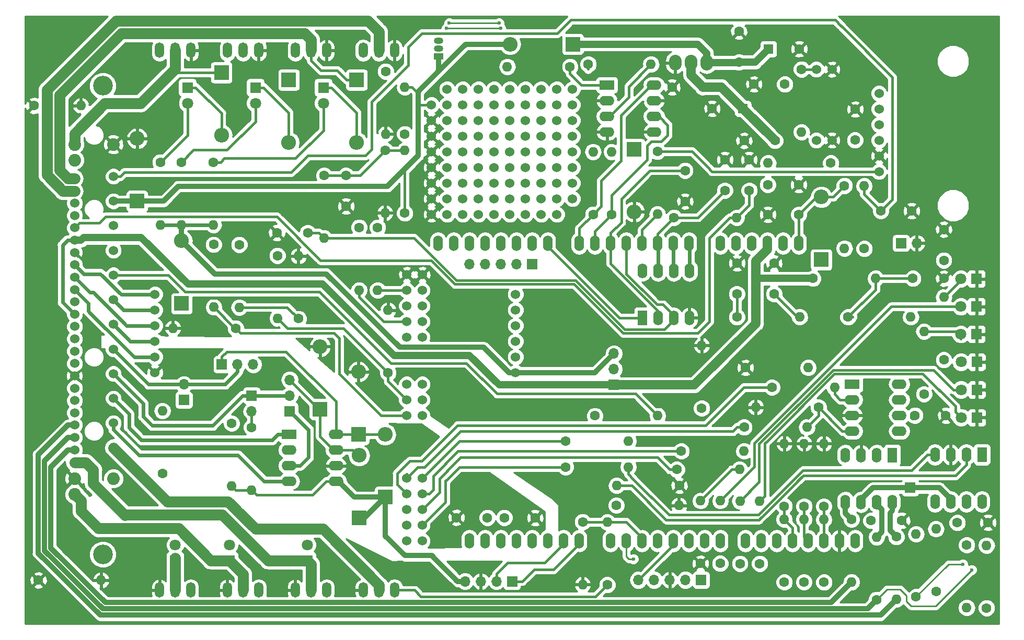
<source format=gtl>
G04 #@! TF.GenerationSoftware,KiCad,Pcbnew,5.0.0+dfsg1-2*
G04 #@! TF.CreationDate,2019-01-23T16:31:20+01:00*
G04 #@! TF.ProjectId,speedy,7370656564792E6B696361645F706362,rev?*
G04 #@! TF.SameCoordinates,Original*
G04 #@! TF.FileFunction,Copper,L1,Top,Signal*
G04 #@! TF.FilePolarity,Positive*
%FSLAX46Y46*%
G04 Gerber Fmt 4.6, Leading zero omitted, Abs format (unit mm)*
G04 Created by KiCad (PCBNEW 5.0.0+dfsg1-2) date Wed Jan 23 16:31:20 2019*
%MOMM*%
%LPD*%
G01*
G04 APERTURE LIST*
G04 #@! TA.AperFunction,ComponentPad*
%ADD10C,0.600000*%
G04 #@! TD*
G04 #@! TA.AperFunction,ComponentPad*
%ADD11O,1.600000X1.600000*%
G04 #@! TD*
G04 #@! TA.AperFunction,ComponentPad*
%ADD12C,1.600000*%
G04 #@! TD*
G04 #@! TA.AperFunction,ComponentPad*
%ADD13O,1.501140X2.499360*%
G04 #@! TD*
G04 #@! TA.AperFunction,ComponentPad*
%ADD14R,1.600000X1.600000*%
G04 #@! TD*
G04 #@! TA.AperFunction,ComponentPad*
%ADD15O,1.524000X2.540000*%
G04 #@! TD*
G04 #@! TA.AperFunction,ComponentPad*
%ADD16C,1.524000*%
G04 #@! TD*
G04 #@! TA.AperFunction,ComponentPad*
%ADD17R,1.800000X1.800000*%
G04 #@! TD*
G04 #@! TA.AperFunction,ComponentPad*
%ADD18C,1.800000*%
G04 #@! TD*
G04 #@! TA.AperFunction,ComponentPad*
%ADD19R,2.400000X2.400000*%
G04 #@! TD*
G04 #@! TA.AperFunction,ComponentPad*
%ADD20O,2.400000X2.400000*%
G04 #@! TD*
G04 #@! TA.AperFunction,ComponentPad*
%ADD21R,1.700000X1.700000*%
G04 #@! TD*
G04 #@! TA.AperFunction,ComponentPad*
%ADD22O,1.700000X1.700000*%
G04 #@! TD*
G04 #@! TA.AperFunction,ComponentPad*
%ADD23R,2.400000X1.600000*%
G04 #@! TD*
G04 #@! TA.AperFunction,ComponentPad*
%ADD24O,2.400000X1.600000*%
G04 #@! TD*
G04 #@! TA.AperFunction,ComponentPad*
%ADD25O,2.032000X2.540000*%
G04 #@! TD*
G04 #@! TA.AperFunction,ComponentPad*
%ADD26C,2.050000*%
G04 #@! TD*
G04 #@! TA.AperFunction,ComponentPad*
%ADD27C,3.200000*%
G04 #@! TD*
G04 #@! TA.AperFunction,ComponentPad*
%ADD28R,1.600000X2.400000*%
G04 #@! TD*
G04 #@! TA.AperFunction,ComponentPad*
%ADD29O,1.600000X2.400000*%
G04 #@! TD*
G04 #@! TA.AperFunction,ComponentPad*
%ADD30O,1.500000X1.050000*%
G04 #@! TD*
G04 #@! TA.AperFunction,ComponentPad*
%ADD31R,1.500000X1.050000*%
G04 #@! TD*
G04 #@! TA.AperFunction,ViaPad*
%ADD32C,0.600000*%
G04 #@! TD*
G04 #@! TA.AperFunction,Conductor*
%ADD33C,0.400000*%
G04 #@! TD*
G04 #@! TA.AperFunction,Conductor*
%ADD34C,0.609600*%
G04 #@! TD*
G04 #@! TA.AperFunction,Conductor*
%ADD35C,1.219200*%
G04 #@! TD*
G04 #@! TA.AperFunction,Conductor*
%ADD36C,0.812800*%
G04 #@! TD*
G04 #@! TA.AperFunction,Conductor*
%ADD37C,1.524000*%
G04 #@! TD*
G04 #@! TA.AperFunction,Conductor*
%ADD38C,1.778000*%
G04 #@! TD*
G04 #@! TA.AperFunction,Conductor*
%ADD39C,0.250000*%
G04 #@! TD*
G04 #@! TA.AperFunction,Conductor*
%ADD40C,0.254000*%
G04 #@! TD*
G04 APERTURE END LIST*
D10*
G04 #@! TO.P,REF\002A\002A,1*
G04 #@! TO.N,GND*
X82620000Y-100740000D03*
G04 #@! TD*
G04 #@! TO.P,REF\002A\002A,1*
G04 #@! TO.N,GND*
X112680000Y-107000000D03*
G04 #@! TD*
G04 #@! TO.P,REF\002A\002A,1*
G04 #@! TO.N,GND*
X95460000Y-110430000D03*
G04 #@! TD*
G04 #@! TO.P,REF\002A\002A,1*
G04 #@! TO.N,GND*
X103060000Y-150290000D03*
G04 #@! TD*
G04 #@! TO.P,REF\002A\002A,1*
G04 #@! TO.N,GND*
X89540000Y-76230000D03*
G04 #@! TD*
D11*
G04 #@! TO.P,R51,2*
G04 #@! TO.N,5V*
X157690000Y-82700000D03*
D12*
G04 #@! TO.P,R51,1*
G04 #@! TO.N,AUX1-CPU*
X157690000Y-92860000D03*
G04 #@! TD*
D11*
G04 #@! TO.P,R50,2*
G04 #@! TO.N,Net-(IC5-Pad3)*
X167080000Y-68500000D03*
D12*
G04 #@! TO.P,R50,1*
G04 #@! TO.N,DINx*
X156920000Y-68500000D03*
G04 #@! TD*
D11*
G04 #@! TO.P,R29,2*
G04 #@! TO.N,AUX1-IN*
X143800000Y-68900000D03*
D12*
G04 #@! TO.P,R29,1*
G04 #@! TO.N,Net-(IC5-Pad1)*
X153960000Y-68900000D03*
G04 #@! TD*
D11*
G04 #@! TO.P,R52,2*
G04 #@! TO.N,5V*
X160680000Y-82710000D03*
D12*
G04 #@! TO.P,R52,1*
G04 #@! TO.N,DINx-CPU*
X160680000Y-92870000D03*
G04 #@! TD*
D13*
G04 #@! TO.P,Q8,3*
G04 #@! TO.N,GND*
X125540000Y-66250000D03*
G04 #@! TO.P,Q8,2*
G04 #@! TO.N,Net-(Q8-Pad2)*
X120460000Y-66250000D03*
G04 #@! TO.P,Q8,1*
G04 #@! TO.N,VVT-OUT*
X123000000Y-66250000D03*
G04 #@! TD*
D10*
G04 #@! TO.P,REF\002A\002A,1*
G04 #@! TO.N,GND*
X141350000Y-137740000D03*
G04 #@! TD*
G04 #@! TO.P,REF\002A\002A,1*
G04 #@! TO.N,GND*
X97770000Y-72640000D03*
G04 #@! TD*
G04 #@! TO.P,REF\002A\002A,1*
G04 #@! TO.N,GND*
X76830000Y-121920000D03*
G04 #@! TD*
G04 #@! TO.P,REF\002A\002A,1*
G04 #@! TO.N,GND*
X76830000Y-119420000D03*
G04 #@! TD*
G04 #@! TO.P,REF\002A\002A,1*
G04 #@! TO.N,GND*
X76830000Y-124420000D03*
G04 #@! TD*
G04 #@! TO.P,REF\002A\002A,1*
G04 #@! TO.N,GND*
X106040000Y-117640000D03*
G04 #@! TD*
G04 #@! TO.P,REF\002A\002A,1*
G04 #@! TO.N,GND*
X99420000Y-121350000D03*
G04 #@! TD*
G04 #@! TO.P,REF\002A\002A,1*
G04 #@! TO.N,GND*
X104140000Y-132380000D03*
G04 #@! TD*
G04 #@! TO.P,REF\002A\002A,1*
G04 #@! TO.N,GND*
X120350000Y-135840000D03*
G04 #@! TD*
D12*
G04 #@! TO.P,R6,1*
G04 #@! TO.N,ADC-Clamp3*
X170780000Y-93370000D03*
D11*
G04 #@! TO.P,R6,2*
G04 #@! TO.N,TPS-Sensor*
X180940000Y-93370000D03*
G04 #@! TD*
D10*
G04 #@! TO.P,REF\002A\002A,1*
G04 #@! TO.N,GND*
X220800000Y-136300000D03*
G04 #@! TD*
G04 #@! TO.P,REF\002A\002A,1*
G04 #@! TO.N,GND*
X169050000Y-150370000D03*
G04 #@! TD*
D12*
G04 #@! TO.P,C18,2*
G04 #@! TO.N,GND*
X183750000Y-71750000D03*
G04 #@! TO.P,C18,1*
G04 #@! TO.N,MAP-CPU-A3*
X188750000Y-71750000D03*
G04 #@! TD*
D10*
G04 #@! TO.P,REF\002A\002A,1*
G04 #@! TO.N,GND*
X140810000Y-125050000D03*
G04 #@! TD*
D12*
G04 #@! TO.P,C23,2*
G04 #@! TO.N,GND*
X186000000Y-92880000D03*
G04 #@! TO.P,C23,1*
G04 #@! TO.N,RST*
X191000000Y-92880000D03*
G04 #@! TD*
G04 #@! TO.P,C14,2*
G04 #@! TO.N,GND*
X176980000Y-75720000D03*
D14*
G04 #@! TO.P,C14,1*
G04 #@! TO.N,5V*
X181980000Y-75720000D03*
G04 #@! TD*
D12*
G04 #@! TO.P,C57,2*
G04 #@! TO.N,GND*
X172590000Y-90740000D03*
G04 #@! TO.P,C57,1*
G04 #@! TO.N,ADC-Clamp5*
X172590000Y-85740000D03*
G04 #@! TD*
G04 #@! TO.P,C20,2*
G04 #@! TO.N,GND*
X182160000Y-80900000D03*
G04 #@! TO.P,C20,1*
G04 #@! TO.N,5V*
X187160000Y-80900000D03*
G04 #@! TD*
G04 #@! TO.P,C19,2*
G04 #@! TO.N,GND*
X200130000Y-75810000D03*
G04 #@! TO.P,C19,1*
G04 #@! TO.N,5V*
X200130000Y-80810000D03*
G04 #@! TD*
D15*
G04 #@! TO.P,SHIELD1,14*
G04 #@! TO.N,RX3*
X155440000Y-145800000D03*
G04 #@! TO.P,SHIELD1,15*
G04 #@! TO.N,TX3*
X152900000Y-145800000D03*
G04 #@! TO.P,SHIELD1,16*
G04 #@! TO.N,Net-(SHIELD1-Pad16)*
X150360000Y-145800000D03*
G04 #@! TO.P,SHIELD1,17*
G04 #@! TO.N,Net-(SHIELD1-Pad17)*
X147820000Y-145800000D03*
G04 #@! TO.P,SHIELD1,18*
G04 #@! TO.N,RPM1-CPU-D18*
X145280000Y-145800000D03*
G04 #@! TO.P,SHIELD1,19*
G04 #@! TO.N,RPM2-CPU-D19*
X142740000Y-145800000D03*
G04 #@! TO.P,SHIELD1,20*
G04 #@! TO.N,Net-(SHIELD1-Pad20)*
X140200000Y-145800000D03*
G04 #@! TO.P,SHIELD1,21*
G04 #@! TO.N,Net-(SHIELD1-Pad21)*
X137660000Y-145800000D03*
G04 #@! TO.P,SHIELD1,AD15*
G04 #@! TO.N,AD15*
X132580000Y-97540000D03*
G04 #@! TO.P,SHIELD1,AD14*
G04 #@! TO.N,AD14*
X135120000Y-97540000D03*
G04 #@! TO.P,SHIELD1,AD13*
G04 #@! TO.N,AD13*
X137660000Y-97540000D03*
G04 #@! TO.P,SHIELD1,AD12*
G04 #@! TO.N,AD12*
X140200000Y-97540000D03*
G04 #@! TO.P,SHIELD1,AD8*
G04 #@! TO.N,ADC-Clamp1*
X150360000Y-97540000D03*
G04 #@! TO.P,SHIELD1,AD7*
G04 #@! TO.N,AUX1-CPU*
X155440000Y-97540000D03*
G04 #@! TO.P,SHIELD1,AD6*
G04 #@! TO.N,DINx-CPU*
X157980000Y-97540000D03*
G04 #@! TO.P,SHIELD1,AD9*
G04 #@! TO.N,AD9*
X147820000Y-97540000D03*
G04 #@! TO.P,SHIELD1,AD10*
G04 #@! TO.N,AD10*
X145280000Y-97540000D03*
G04 #@! TO.P,SHIELD1,AD11*
G04 #@! TO.N,AD11*
X142740000Y-97540000D03*
G04 #@! TO.P,SHIELD1,AD5*
G04 #@! TO.N,ADC-Clamp5*
X160520000Y-97540000D03*
G04 #@! TO.P,SHIELD1,AD4*
G04 #@! TO.N,ADC-Clamp4*
X163060000Y-97540000D03*
G04 #@! TO.P,SHIELD1,AD3*
G04 #@! TO.N,MAP-CPU-A3*
X165600000Y-97540000D03*
G04 #@! TO.P,SHIELD1,AD0*
G04 #@! TO.N,ADC-Clamp6*
X173220000Y-97540000D03*
G04 #@! TO.P,SHIELD1,AD1*
G04 #@! TO.N,ADC-Clamp2*
X170680000Y-97540000D03*
G04 #@! TO.P,SHIELD1,AD2*
G04 #@! TO.N,ADC-Clamp3*
X168140000Y-97540000D03*
G04 #@! TO.P,SHIELD1,V_IN*
G04 #@! TO.N,Net-(SHIELD1-PadV_IN)*
X178300000Y-97540000D03*
G04 #@! TO.P,SHIELD1,GND2*
G04 #@! TO.N,Net-(SHIELD1-PadGND2)*
X180840000Y-97540000D03*
G04 #@! TO.P,SHIELD1,GND1*
G04 #@! TO.N,Net-(SHIELD1-PadGND1)*
X183380000Y-97540000D03*
G04 #@! TO.P,SHIELD1,3V3*
G04 #@! TO.N,Net-(SHIELD1-Pad3V3)*
X188460000Y-97540000D03*
G04 #@! TO.P,SHIELD1,RST*
G04 #@! TO.N,RST*
X191000000Y-97540000D03*
G04 #@! TO.P,SHIELD1,0*
G04 #@! TO.N,RX*
X160520000Y-145800000D03*
G04 #@! TO.P,SHIELD1,1*
G04 #@! TO.N,TX*
X163060000Y-145800000D03*
G04 #@! TO.P,SHIELD1,2*
G04 #@! TO.N,IDLE*
X165600000Y-145800000D03*
G04 #@! TO.P,SHIELD1,3*
G04 #@! TO.N,FLEX*
X168140000Y-145800000D03*
G04 #@! TO.P,SHIELD1,4*
G04 #@! TO.N,BT-ENEABLE*
X170680000Y-145800000D03*
G04 #@! TO.P,SHIELD1,5*
G04 #@! TO.N,Net-(SHIELD1-Pad5)*
X173220000Y-145800000D03*
G04 #@! TO.P,SHIELD1,6*
G04 #@! TO.N,Net-(SHIELD1-Pad6)*
X175760000Y-145800000D03*
G04 #@! TO.P,SHIELD1,7*
G04 #@! TO.N,Net-(SHIELD1-Pad7)*
X178300000Y-145800000D03*
G04 #@! TO.P,SHIELD1,8*
G04 #@! TO.N,Net-(SHIELD1-Pad8)*
X182364000Y-145800000D03*
G04 #@! TO.P,SHIELD1,9*
G04 #@! TO.N,Net-(SHIELD1-Pad9)*
X184904000Y-145800000D03*
G04 #@! TO.P,SHIELD1,10*
G04 #@! TO.N,Net-(SHIELD1-Pad10)*
X187444000Y-145800000D03*
G04 #@! TO.P,SHIELD1,11*
G04 #@! TO.N,INJ5-CPU-D11*
X189984000Y-145800000D03*
G04 #@! TO.P,SHIELD1,12*
G04 #@! TO.N,INJ4-CPU-D12*
X192524000Y-145800000D03*
G04 #@! TO.P,SHIELD1,13*
G04 #@! TO.N,INJ6-CPU-D13*
X195064000Y-145800000D03*
G04 #@! TO.P,SHIELD1,GND3*
G04 #@! TO.N,GND*
X197604000Y-145800000D03*
G04 #@! TO.P,SHIELD1,AREF*
G04 #@! TO.N,Net-(SHIELD1-PadAREF)*
X200144000Y-145800000D03*
G04 #@! TO.P,SHIELD1,5V*
G04 #@! TO.N,5V*
X185920000Y-97540000D03*
D16*
G04 #@! TO.P,SHIELD1,22*
G04 #@! TO.N,IGN6-D22*
X130040000Y-143260000D03*
G04 #@! TO.P,SHIELD1,23*
G04 #@! TO.N,Net-(SHIELD1-Pad23)*
X127500000Y-143260000D03*
G04 #@! TO.P,SHIELD1,24*
G04 #@! TO.N,IGN3-D24*
X130040000Y-140720000D03*
G04 #@! TO.P,SHIELD1,25*
G04 #@! TO.N,Net-(SHIELD1-Pad25)*
X127500000Y-140720000D03*
G04 #@! TO.P,SHIELD1,26*
G04 #@! TO.N,IGN4-D26*
X130040000Y-138180000D03*
G04 #@! TO.P,SHIELD1,27*
G04 #@! TO.N,IGN1-D27*
X127500000Y-138180000D03*
G04 #@! TO.P,SHIELD1,28*
G04 #@! TO.N,IGN5-D28*
X130040000Y-135640000D03*
G04 #@! TO.P,SHIELD1,29*
G04 #@! TO.N,IGN2-D29*
X127500000Y-135640000D03*
G04 #@! TO.P,SHIELD1,5V_4*
G04 #@! TO.N,Net-(SHIELD1-Pad5V_4)*
X130040000Y-145800000D03*
G04 #@! TO.P,SHIELD1,5V_5*
G04 #@! TO.N,Net-(SHIELD1-Pad5V_5)*
X127500000Y-145800000D03*
G04 #@! TO.P,SHIELD1,36*
G04 #@! TO.N,Net-(SHIELD1-Pad36)*
X130040000Y-125480000D03*
G04 #@! TO.P,SHIELD1,37*
G04 #@! TO.N,INJ1-CPU-D37*
X127500000Y-125480000D03*
G04 #@! TO.P,SHIELD1,38*
G04 #@! TO.N,Net-(SHIELD1-Pad38)*
X130040000Y-122940000D03*
G04 #@! TO.P,SHIELD1,39*
G04 #@! TO.N,INJ3-CPU-D39*
X127500000Y-122940000D03*
G04 #@! TO.P,SHIELD1,40*
G04 #@! TO.N,Net-(SHIELD1-Pad40)*
X130040000Y-120400000D03*
G04 #@! TO.P,SHIELD1,41*
G04 #@! TO.N,INJ2-CPU-D41*
X127500000Y-120400000D03*
G04 #@! TO.P,SHIELD1,46*
G04 #@! TO.N,ULN-AUX4*
X130040000Y-112780000D03*
G04 #@! TO.P,SHIELD1,47*
G04 #@! TO.N,ULN-AUX3*
X127500000Y-112780000D03*
G04 #@! TO.P,SHIELD1,48*
G04 #@! TO.N,ULN-TACH*
X130040000Y-110240000D03*
G04 #@! TO.P,SHIELD1,49*
G04 #@! TO.N,AUX-CS*
X127500000Y-110240000D03*
G04 #@! TO.P,SHIELD1,50*
G04 #@! TO.N,ULN-AUX2*
X130040000Y-107700000D03*
G04 #@! TO.P,SHIELD1,51*
G04 #@! TO.N,Net-(SHIELD1-Pad51)*
X127500000Y-107700000D03*
G04 #@! TO.P,SHIELD1,52*
G04 #@! TO.N,ULN-AUX1*
X130040000Y-105160000D03*
G04 #@! TO.P,SHIELD1,53*
G04 #@! TO.N,VVT*
X127500000Y-105160000D03*
G04 #@! TO.P,SHIELD1,GND4*
G04 #@! TO.N,GND*
X130040000Y-102620000D03*
G04 #@! TO.P,SHIELD1,GND5*
X127500000Y-102620000D03*
G04 #@! TD*
D17*
G04 #@! TO.P,LED1,1*
G04 #@! TO.N,Net-(D6-Pad2)*
X92000000Y-72270000D03*
D18*
G04 #@! TO.P,LED1,2*
G04 #@! TO.N,Net-(LED1-Pad2)*
X92000000Y-74810000D03*
G04 #@! TD*
D17*
G04 #@! TO.P,LED2,1*
G04 #@! TO.N,Net-(D7-Pad2)*
X103000000Y-72270000D03*
D18*
G04 #@! TO.P,LED2,2*
G04 #@! TO.N,Net-(LED2-Pad2)*
X103000000Y-74810000D03*
G04 #@! TD*
D17*
G04 #@! TO.P,LED3,1*
G04 #@! TO.N,Net-(D8-Pad2)*
X114000000Y-72270000D03*
D18*
G04 #@! TO.P,LED3,2*
G04 #@! TO.N,Net-(LED3-Pad2)*
X114000000Y-74810000D03*
G04 #@! TD*
D17*
G04 #@! TO.P,LED4,1*
G04 #@! TO.N,INJ4*
X90000000Y-149000000D03*
D18*
G04 #@! TO.P,LED4,2*
G04 #@! TO.N,4-6-INJ-D&R*
X90000000Y-146460000D03*
G04 #@! TD*
D17*
G04 #@! TO.P,LED5,1*
G04 #@! TO.N,INJ5*
X98800000Y-149000000D03*
D18*
G04 #@! TO.P,LED5,2*
G04 #@! TO.N,4-6-INJ-D&R*
X98800000Y-146460000D03*
G04 #@! TD*
D17*
G04 #@! TO.P,LED6,1*
G04 #@! TO.N,INJ6*
X111400000Y-149000000D03*
D18*
G04 #@! TO.P,LED6,2*
G04 #@! TO.N,4-6-INJ-D&R*
X111400000Y-146460000D03*
G04 #@! TD*
D12*
G04 #@! TO.P,R23,1*
G04 #@! TO.N,IGN1-D27*
X186660000Y-120910000D03*
D11*
G04 #@! TO.P,R23,2*
G04 #@! TO.N,Net-(IC1-Pad2)*
X196820000Y-120910000D03*
G04 #@! TD*
D12*
G04 #@! TO.P,R82,1*
G04 #@! TO.N,GND*
X67130000Y-75230000D03*
D11*
G04 #@! TO.P,R82,2*
X74750000Y-75230000D03*
G04 #@! TD*
D12*
G04 #@! TO.P,C7,1*
G04 #@! TO.N,Net-(C7-Pad1)*
X117670000Y-86540000D03*
G04 #@! TO.P,C7,2*
G04 #@! TO.N,GND*
X117670000Y-91540000D03*
G04 #@! TD*
D19*
G04 #@! TO.P,D2,1*
G04 #@! TO.N,PWR*
X83840000Y-90710000D03*
D20*
G04 #@! TO.P,D2,2*
G04 #@! TO.N,GND*
X83840000Y-80550000D03*
G04 #@! TD*
D12*
G04 #@! TO.P,C13,1*
G04 #@! TO.N,5V*
X175490000Y-72220000D03*
G04 #@! TO.P,C13,2*
G04 #@! TO.N,GND*
X170490000Y-72220000D03*
G04 #@! TD*
G04 #@! TO.P,C15,1*
G04 #@! TO.N,12V*
X181310000Y-68170000D03*
G04 #@! TO.P,C15,2*
G04 #@! TO.N,GND*
X181310000Y-63170000D03*
G04 #@! TD*
D14*
G04 #@! TO.P,C16,1*
G04 #@! TO.N,12V*
X186110000Y-66020000D03*
D12*
G04 #@! TO.P,C16,2*
G04 #@! TO.N,GND*
X191110000Y-66020000D03*
G04 #@! TD*
D19*
G04 #@! TO.P,D15,1*
G04 #@! TO.N,12V*
X154410000Y-65250000D03*
D20*
G04 #@! TO.P,D15,2*
G04 #@! TO.N,PWR*
X144250000Y-65250000D03*
G04 #@! TD*
D19*
G04 #@! TO.P,D16,1*
G04 #@! TO.N,5V*
X164340000Y-82280000D03*
D20*
G04 #@! TO.P,D16,2*
G04 #@! TO.N,GND*
X164340000Y-92440000D03*
G04 #@! TD*
D12*
G04 #@! TO.P,C1,1*
G04 #@! TO.N,IAT-Sensor*
X204300000Y-92300000D03*
G04 #@! TO.P,C1,2*
G04 #@! TO.N,GND*
X209300000Y-92300000D03*
G04 #@! TD*
G04 #@! TO.P,C2,1*
G04 #@! TO.N,ADC-Clamp6*
X185990000Y-88050000D03*
G04 #@! TO.P,C2,2*
G04 #@! TO.N,GND*
X190990000Y-88050000D03*
G04 #@! TD*
G04 #@! TO.P,C3,1*
G04 #@! TO.N,CLT-Sensor*
X209500000Y-103250000D03*
G04 #@! TO.P,C3,2*
G04 #@! TO.N,GND*
X214500000Y-103250000D03*
G04 #@! TD*
G04 #@! TO.P,C4,1*
G04 #@! TO.N,ADC-Clamp2*
X214500000Y-100300000D03*
G04 #@! TO.P,C4,2*
G04 #@! TO.N,GND*
X214500000Y-95300000D03*
G04 #@! TD*
G04 #@! TO.P,C5,1*
G04 #@! TO.N,TPS-Sensor*
X182980000Y-88980000D03*
G04 #@! TO.P,C5,2*
G04 #@! TO.N,GND*
X182980000Y-83980000D03*
G04 #@! TD*
G04 #@! TO.P,C6,1*
G04 #@! TO.N,ADC-Clamp3*
X179050000Y-88980000D03*
G04 #@! TO.P,C6,2*
G04 #@! TO.N,GND*
X179050000Y-83980000D03*
G04 #@! TD*
G04 #@! TO.P,C8,1*
G04 #@! TO.N,ADC-Clamp4*
X111470000Y-95850000D03*
G04 #@! TO.P,C8,2*
G04 #@! TO.N,GND*
X106470000Y-95850000D03*
G04 #@! TD*
G04 #@! TO.P,C9,1*
G04 #@! TO.N,O2-Sensor*
X187000000Y-105750000D03*
G04 #@! TO.P,C9,2*
G04 #@! TO.N,GND*
X187000000Y-100750000D03*
G04 #@! TD*
G04 #@! TO.P,C10,1*
G04 #@! TO.N,ADC-Clamp1*
X181000000Y-105750000D03*
G04 #@! TO.P,C10,2*
G04 #@! TO.N,GND*
X181000000Y-100750000D03*
G04 #@! TD*
D19*
G04 #@! TO.P,D6,1*
G04 #@! TO.N,INJ1*
X97500000Y-69850000D03*
D20*
G04 #@! TO.P,D6,2*
G04 #@! TO.N,Net-(D6-Pad2)*
X97500000Y-80010000D03*
G04 #@! TD*
D19*
G04 #@! TO.P,D7,1*
G04 #@! TO.N,INJ2*
X108400000Y-71040000D03*
D20*
G04 #@! TO.P,D7,2*
G04 #@! TO.N,Net-(D7-Pad2)*
X108400000Y-81200000D03*
G04 #@! TD*
D19*
G04 #@! TO.P,D8,1*
G04 #@! TO.N,INJ3*
X119400000Y-71040000D03*
D20*
G04 #@! TO.P,D8,2*
G04 #@! TO.N,Net-(D8-Pad2)*
X119400000Y-81200000D03*
G04 #@! TD*
D19*
G04 #@! TO.P,D9,1*
G04 #@! TO.N,Net-(D9-Pad1)*
X91050000Y-107310000D03*
D20*
G04 #@! TO.P,D9,2*
G04 #@! TO.N,PWR*
X91050000Y-97150000D03*
G04 #@! TD*
D12*
G04 #@! TO.P,C24,1*
G04 #@! TO.N,RPM1-CPU-D18*
X143300000Y-142060000D03*
G04 #@! TO.P,C24,2*
G04 #@! TO.N,GND*
X148300000Y-142060000D03*
G04 #@! TD*
G04 #@! TO.P,C25,1*
G04 #@! TO.N,RPM2-CPU-D19*
X140570000Y-142040000D03*
G04 #@! TO.P,C25,2*
G04 #@! TO.N,GND*
X135570000Y-142040000D03*
G04 #@! TD*
D19*
G04 #@! TO.P,D4,1*
G04 #@! TO.N,RPM2-CPU-D19*
X113475000Y-124450000D03*
D20*
G04 #@! TO.P,D4,2*
G04 #@! TO.N,GND*
X113475000Y-114290000D03*
G04 #@! TD*
D21*
G04 #@! TO.P,JP2,1*
G04 #@! TO.N,RPM1-CPU-D18*
X97570000Y-117200000D03*
D22*
G04 #@! TO.P,JP2,2*
G04 #@! TO.N,RPM1*
X100110000Y-117200000D03*
G04 #@! TO.P,JP2,3*
G04 #@! TO.N,Net-(IC3-Pad2)*
X102650000Y-117200000D03*
G04 #@! TD*
D21*
G04 #@! TO.P,JP3,1*
G04 #@! TO.N,Net-(IC3-Pad3)*
X108550000Y-124770000D03*
D22*
G04 #@! TO.P,JP3,2*
G04 #@! TO.N,RPM2*
X108550000Y-122230000D03*
G04 #@! TO.P,JP3,3*
G04 #@! TO.N,RPM2-CPU-D19*
X108550000Y-119690000D03*
G04 #@! TD*
D21*
G04 #@! TO.P,RPM1_PULLUP,1*
G04 #@! TO.N,Net-(JP4-Pad1)*
X91420000Y-122970000D03*
D22*
G04 #@! TO.P,RPM1_PULLUP,2*
G04 #@! TO.N,RPM1*
X91420000Y-120430000D03*
G04 #@! TD*
D21*
G04 #@! TO.P,RPM2_PULLUP,1*
G04 #@! TO.N,RPM2*
X102370000Y-122250000D03*
D22*
G04 #@! TO.P,RPM2_PULLUP,2*
G04 #@! TO.N,Net-(JP5-Pad2)*
X102370000Y-124790000D03*
G04 #@! TD*
D16*
G04 #@! TO.P,SHIELD2,1*
G04 #@! TO.N,GND*
X86730000Y-118510000D03*
G04 #@! TO.P,SHIELD2,2*
G04 #@! TO.N,ULN-AUX-OUT1*
X86730000Y-115970000D03*
G04 #@! TO.P,SHIELD2,3*
G04 #@! TO.N,ULN-FAN-OUT*
X86730000Y-113430000D03*
G04 #@! TO.P,SHIELD2,4*
G04 #@! TO.N,ULN-BOOST-OUT*
X86730000Y-110890000D03*
G04 #@! TO.P,SHIELD2,5*
G04 #@! TO.N,ULN-FP-OUT*
X86730000Y-108350000D03*
G04 #@! TO.P,SHIELD2,6*
G04 #@! TO.N,ULN-TACH-OUT*
X86730000Y-105810000D03*
G04 #@! TO.P,SHIELD2,11*
G04 #@! TO.N,ULN-AUX2*
X145150000Y-108350000D03*
G04 #@! TO.P,SHIELD2,7*
G04 #@! TO.N,PWR*
X145150000Y-118510000D03*
G04 #@! TO.P,SHIELD2,8*
G04 #@! TO.N,ULN-AUX3*
X145150000Y-115970000D03*
G04 #@! TO.P,SHIELD2,9*
G04 #@! TO.N,ULN-AUX4*
X145150000Y-113430000D03*
G04 #@! TO.P,SHIELD2,12*
G04 #@! TO.N,ULN-AUX1*
X145150000Y-105810000D03*
G04 #@! TO.P,SHIELD2,10*
G04 #@! TO.N,ULN-TACH*
X145150000Y-110890000D03*
G04 #@! TD*
D23*
G04 #@! TO.P,IC1,1*
G04 #@! TO.N,Net-(IC1-Pad1)*
X199680000Y-120380000D03*
D24*
G04 #@! TO.P,IC1,5*
G04 #@! TO.N,dummyLabel*
X207300000Y-128000000D03*
G04 #@! TO.P,IC1,2*
G04 #@! TO.N,Net-(IC1-Pad2)*
X199680000Y-122920000D03*
G04 #@! TO.P,IC1,6*
G04 #@! TO.N,IGN-OUT-SELECT*
X207300000Y-125460000D03*
G04 #@! TO.P,IC1,3*
G04 #@! TO.N,GND*
X199680000Y-125460000D03*
G04 #@! TO.P,IC1,7*
G04 #@! TO.N,Net-(IC1-Pad7)*
X207300000Y-122920000D03*
G04 #@! TO.P,IC1,4*
G04 #@! TO.N,Net-(IC1-Pad4)*
X199680000Y-128000000D03*
G04 #@! TO.P,IC1,8*
G04 #@! TO.N,Net-(IC1-Pad8)*
X207300000Y-120380000D03*
G04 #@! TD*
D21*
G04 #@! TO.P,SERIAL3,1*
G04 #@! TO.N,RX3*
X144580000Y-152370000D03*
D22*
G04 #@! TO.P,SERIAL3,2*
G04 #@! TO.N,TX3*
X142040000Y-152370000D03*
G04 #@! TO.P,SERIAL3,3*
G04 #@! TO.N,GND*
X139500000Y-152370000D03*
G04 #@! TO.P,SERIAL3,4*
G04 #@! TO.N,5V*
X136960000Y-152370000D03*
G04 #@! TD*
D12*
G04 #@! TO.P,C11,1*
G04 #@! TO.N,IGN-OUT-SELECT*
X209830000Y-125460000D03*
G04 #@! TO.P,C11,2*
G04 #@! TO.N,GND*
X214830000Y-125460000D03*
G04 #@! TD*
D21*
G04 #@! TO.P,JP-IGN-OUT1,1*
G04 #@! TO.N,5V*
X161070000Y-120510000D03*
D22*
G04 #@! TO.P,JP-IGN-OUT1,2*
G04 #@! TO.N,IGN-OUT-SELECT*
X161070000Y-117970000D03*
G04 #@! TO.P,JP-IGN-OUT1,3*
G04 #@! TO.N,PWR*
X161070000Y-115430000D03*
G04 #@! TD*
D21*
G04 #@! TO.P,5V-OUT1,1*
G04 #@! TO.N,5V*
X207570000Y-97510000D03*
D22*
G04 #@! TO.P,5V-OUT1,2*
G04 #@! TO.N,GND*
X210110000Y-97510000D03*
G04 #@! TD*
D25*
G04 #@! TO.P,U1,2*
G04 #@! TO.N,5V*
X173540000Y-68250000D03*
G04 #@! TO.P,U1,3*
G04 #@! TO.N,12V*
X176080000Y-68250000D03*
G04 #@! TO.P,U1,1*
G04 #@! TO.N,GND*
X171000000Y-68250000D03*
G04 #@! TD*
D21*
G04 #@! TO.P,J4,1*
G04 #@! TO.N,AD9*
X147790000Y-100890000D03*
D22*
G04 #@! TO.P,J4,2*
G04 #@! TO.N,AD10*
X145250000Y-100890000D03*
G04 #@! TO.P,J4,3*
G04 #@! TO.N,AD11*
X142710000Y-100890000D03*
G04 #@! TO.P,J4,4*
G04 #@! TO.N,AD12*
X140170000Y-100890000D03*
G04 #@! TO.P,J4,5*
G04 #@! TO.N,AD13*
X137630000Y-100890000D03*
G04 #@! TD*
D26*
G04 #@! TO.P,J1,42*
G04 #@! TO.N,INJ1*
X73700000Y-81500000D03*
G04 #@! TO.P,J1,1*
G04 #@! TO.N,GND*
X80000000Y-81500000D03*
D16*
G04 #@! TO.P,J1,3*
G04 #@! TO.N,PWR*
X80000000Y-90700000D03*
G04 #@! TO.P,J1,2*
G04 #@! TO.N,IAT-Sensor*
X80000000Y-86700000D03*
G04 #@! TO.P,J1,4*
G04 #@! TO.N,O2-Sensor*
X80000000Y-94700000D03*
G04 #@! TO.P,J1,5*
G04 #@! TO.N,CLT-Sensor*
X80000000Y-98700000D03*
G04 #@! TO.P,J1,6*
G04 #@! TO.N,FLEX*
X80000000Y-102700000D03*
G04 #@! TO.P,J1,7*
G04 #@! TO.N,ULN-FP-OUT*
X80000000Y-106700000D03*
G04 #@! TO.P,J1,8*
G04 #@! TO.N,ULN-FAN-OUT*
X80000000Y-110700000D03*
G04 #@! TO.P,J1,9*
G04 #@! TO.N,RPM1*
X80000000Y-114700000D03*
G04 #@! TO.P,J1,10*
G04 #@! TO.N,RPM2*
X80000000Y-118700000D03*
G04 #@! TO.P,J1,11*
G04 #@! TO.N,VR1-*
X80000000Y-122700000D03*
G04 #@! TO.P,J1,12*
G04 #@! TO.N,VR2-*
X80000000Y-126700000D03*
D26*
G04 #@! TO.P,J1,14*
G04 #@! TO.N,INJ4*
X80000000Y-135700000D03*
D16*
G04 #@! TO.P,J1,17*
G04 #@! TO.N,INJ6*
X73700000Y-133040000D03*
D26*
G04 #@! TO.P,J1,15*
G04 #@! TO.N,INJ5*
X73700000Y-138240000D03*
G04 #@! TO.P,J1,16*
G04 #@! TO.N,GND*
X73700000Y-135700000D03*
D16*
G04 #@! TO.P,J1,18*
G04 #@! TO.N,IGN4-OUT*
X73700000Y-131040000D03*
G04 #@! TO.P,J1,19*
G04 #@! TO.N,IGN3-OUT*
X73700000Y-129040000D03*
G04 #@! TO.P,J1,20*
G04 #@! TO.N,IGN2-OUT*
X73700000Y-127040000D03*
G04 #@! TO.P,J1,21*
G04 #@! TO.N,IGN1-OUT*
X73700000Y-125040000D03*
G04 #@! TO.P,J1,22*
G04 #@! TO.N,IGN6-OUT*
X73700000Y-123040000D03*
G04 #@! TO.P,J1,23*
G04 #@! TO.N,IGN5-OUT*
X73700000Y-121040000D03*
G04 #@! TO.P,J1,24*
G04 #@! TO.N,GND*
X73700000Y-119040000D03*
G04 #@! TO.P,J1,25*
G04 #@! TO.N,AUX1*
X73700000Y-117040000D03*
G04 #@! TO.P,J1,26*
G04 #@! TO.N,AUX2*
X73700000Y-115040000D03*
G04 #@! TO.P,J1,27*
G04 #@! TO.N,AUX3*
X73700000Y-113040000D03*
G04 #@! TO.P,J1,28*
G04 #@! TO.N,AUX4*
X73700000Y-111040000D03*
G04 #@! TO.P,J1,29*
G04 #@! TO.N,5V*
X73700000Y-109040000D03*
G04 #@! TO.P,J1,30*
G04 #@! TO.N,AUX1-IN*
X73700000Y-107040000D03*
G04 #@! TO.P,J1,31*
G04 #@! TO.N,ULN-AUX-OUT1*
X73700000Y-105040000D03*
G04 #@! TO.P,J1,32*
G04 #@! TO.N,ULN-BOOST-OUT*
X73700000Y-103040000D03*
G04 #@! TO.P,J1,33*
G04 #@! TO.N,ULN-TACH-OUT*
X73700000Y-101040000D03*
G04 #@! TO.P,J1,34*
G04 #@! TO.N,GND*
X73700000Y-99040000D03*
G04 #@! TO.P,J1,35*
G04 #@! TO.N,5V*
X73700000Y-97040000D03*
G04 #@! TO.P,J1,36*
G04 #@! TO.N,TPS-Sensor*
X73700000Y-95040000D03*
G04 #@! TO.P,J1,37*
G04 #@! TO.N,DINx*
X73700000Y-93040000D03*
G04 #@! TO.P,J1,39*
G04 #@! TO.N,VVT-OUT*
X73700000Y-89040000D03*
G04 #@! TO.P,J1,12*
G04 #@! TO.N,VR2-*
X80000000Y-126700000D03*
G04 #@! TO.P,J1,13*
G04 #@! TO.N,IDLE-OUT*
X80000000Y-130700000D03*
G04 #@! TO.P,J1,38*
G04 #@! TO.N,AUX-CS-OUT1*
X73700000Y-91040000D03*
G04 #@! TO.P,J1,40*
G04 #@! TO.N,INJ3*
X73700000Y-87040000D03*
D26*
G04 #@! TO.P,J1,41*
G04 #@! TO.N,INJ2*
X73700000Y-84040000D03*
D27*
G04 #@! TO.P,J1,43*
G04 #@! TO.N,N/C*
X78300000Y-72000000D03*
X78300000Y-148000000D03*
G04 #@! TD*
D12*
G04 #@! TO.P,R70,1*
G04 #@! TO.N,Net-(Q9-Pad2)*
X127180000Y-79810000D03*
D11*
G04 #@! TO.P,R70,2*
G04 #@! TO.N,PWR*
X127180000Y-72190000D03*
G04 #@! TD*
D23*
G04 #@! TO.P,IC3,1*
G04 #@! TO.N,VR1-*
X108430000Y-128530000D03*
D24*
G04 #@! TO.P,IC3,5*
G04 #@! TO.N,5V*
X116050000Y-136150000D03*
G04 #@! TO.P,IC3,2*
G04 #@! TO.N,Net-(IC3-Pad2)*
X108430000Y-131070000D03*
G04 #@! TO.P,IC3,6*
G04 #@! TO.N,GND*
X116050000Y-133610000D03*
G04 #@! TO.P,IC3,3*
G04 #@! TO.N,Net-(IC3-Pad3)*
X108430000Y-133610000D03*
G04 #@! TO.P,IC3,7*
G04 #@! TO.N,RPM2-CPU-D19*
X116050000Y-131070000D03*
G04 #@! TO.P,IC3,4*
G04 #@! TO.N,VR2-*
X108430000Y-136150000D03*
G04 #@! TO.P,IC3,8*
G04 #@! TO.N,RPM1-CPU-D18*
X116050000Y-128530000D03*
G04 #@! TD*
D28*
G04 #@! TO.P,IC4,1*
G04 #@! TO.N,ADC-Clamp1*
X165670000Y-109620000D03*
D29*
G04 #@! TO.P,IC4,5*
G04 #@! TO.N,ADC-Clamp6*
X173290000Y-102000000D03*
G04 #@! TO.P,IC4,2*
G04 #@! TO.N,ADC-Clamp5*
X168210000Y-109620000D03*
G04 #@! TO.P,IC4,6*
G04 #@! TO.N,ADC-Clamp2*
X170750000Y-102000000D03*
G04 #@! TO.P,IC4,3*
G04 #@! TO.N,ADC-Clamp4*
X170750000Y-109620000D03*
G04 #@! TO.P,IC4,7*
G04 #@! TO.N,ADC-Clamp3*
X168210000Y-102000000D03*
G04 #@! TO.P,IC4,4*
G04 #@! TO.N,GND*
X173290000Y-109620000D03*
G04 #@! TO.P,IC4,8*
G04 #@! TO.N,5V*
X165670000Y-102000000D03*
G04 #@! TD*
D16*
G04 #@! TO.P,MPX4250AP1,6*
G04 #@! TO.N,Net-(MPX4250AP1-Pad6)*
X204000000Y-73205000D03*
G04 #@! TO.P,MPX4250AP1,5*
G04 #@! TO.N,Net-(MPX4250AP1-Pad5)*
X204000000Y-75745000D03*
G04 #@! TO.P,MPX4250AP1,4*
G04 #@! TO.N,Net-(MPX4250AP1-Pad4)*
X204000000Y-78285000D03*
G04 #@! TO.P,MPX4250AP1,3*
G04 #@! TO.N,5V*
X204000000Y-80825000D03*
G04 #@! TO.P,MPX4250AP1,2*
G04 #@! TO.N,GND*
X204000000Y-83365000D03*
G04 #@! TO.P,MPX4250AP1,1*
G04 #@! TO.N,Net-(MPX4250AP1-Pad1)*
X204000000Y-85905000D03*
G04 #@! TD*
D13*
G04 #@! TO.P,Q7,1*
G04 #@! TO.N,IDLE-OUT*
X123000000Y-153800000D03*
G04 #@! TO.P,Q7,2*
G04 #@! TO.N,Net-(Q7-Pad2)*
X125540000Y-153800000D03*
G04 #@! TO.P,Q7,3*
G04 #@! TO.N,GND*
X120460000Y-153800000D03*
G04 #@! TD*
G04 #@! TO.P,Q6,1*
G04 #@! TO.N,INJ6*
X112000000Y-153800000D03*
G04 #@! TO.P,Q6,2*
G04 #@! TO.N,Net-(Q6-Pad2)*
X114540000Y-153800000D03*
G04 #@! TO.P,Q6,3*
G04 #@! TO.N,GND*
X109460000Y-153800000D03*
G04 #@! TD*
G04 #@! TO.P,Q5,1*
G04 #@! TO.N,INJ5*
X101000000Y-153800000D03*
G04 #@! TO.P,Q5,2*
G04 #@! TO.N,Net-(Q5-Pad2)*
X103540000Y-153800000D03*
G04 #@! TO.P,Q5,3*
G04 #@! TO.N,GND*
X98460000Y-153800000D03*
G04 #@! TD*
G04 #@! TO.P,Q4,1*
G04 #@! TO.N,INJ4*
X90000000Y-153800000D03*
G04 #@! TO.P,Q4,2*
G04 #@! TO.N,Net-(Q4-Pad2)*
X92540000Y-153800000D03*
G04 #@! TO.P,Q4,3*
G04 #@! TO.N,GND*
X87460000Y-153800000D03*
G04 #@! TD*
G04 #@! TO.P,Q3,1*
G04 #@! TO.N,INJ3*
X112000000Y-66250000D03*
G04 #@! TO.P,Q3,2*
G04 #@! TO.N,Net-(Q3-Pad2)*
X109460000Y-66250000D03*
G04 #@! TO.P,Q3,3*
G04 #@! TO.N,GND*
X114540000Y-66250000D03*
G04 #@! TD*
G04 #@! TO.P,Q2,1*
G04 #@! TO.N,INJ2*
X101000000Y-66250000D03*
G04 #@! TO.P,Q2,2*
G04 #@! TO.N,Net-(Q2-Pad2)*
X98460000Y-66250000D03*
G04 #@! TO.P,Q2,3*
G04 #@! TO.N,GND*
X103540000Y-66250000D03*
G04 #@! TD*
G04 #@! TO.P,Q1,1*
G04 #@! TO.N,INJ1*
X90000000Y-66250000D03*
G04 #@! TO.P,Q1,2*
G04 #@! TO.N,Net-(Q1-Pad2)*
X87460000Y-66250000D03*
G04 #@! TO.P,Q1,3*
G04 #@! TO.N,GND*
X92540000Y-66250000D03*
G04 #@! TD*
D19*
G04 #@! TO.P,D22,1*
G04 #@! TO.N,5V*
X194650000Y-100200000D03*
D20*
G04 #@! TO.P,D22,2*
G04 #@! TO.N,RST*
X194650000Y-90040000D03*
G04 #@! TD*
D12*
G04 #@! TO.P,R54,1*
G04 #@! TO.N,RST*
X198400000Y-88200000D03*
D11*
G04 #@! TO.P,R54,2*
G04 #@! TO.N,5V*
X198400000Y-98360000D03*
G04 #@! TD*
D12*
G04 #@! TO.P,R61,1*
G04 #@! TO.N,Net-(Q4-Pad2)*
X191850000Y-152490000D03*
D11*
G04 #@! TO.P,R61,2*
G04 #@! TO.N,INJ4-CPU-D12*
X191850000Y-142330000D03*
G04 #@! TD*
D12*
G04 #@! TO.P,R21,1*
G04 #@! TO.N,Net-(C7-Pad1)*
X124000000Y-82470000D03*
D11*
G04 #@! TO.P,R21,2*
G04 #@! TO.N,GND*
X124000000Y-92630000D03*
G04 #@! TD*
D12*
G04 #@! TO.P,R10,1*
G04 #@! TO.N,Net-(Q1-Pad2)*
X96250000Y-97750000D03*
D11*
G04 #@! TO.P,R10,2*
G04 #@! TO.N,INJ1-CPU-D37*
X96250000Y-107910000D03*
G04 #@! TD*
D12*
G04 #@! TO.P,R13,1*
G04 #@! TO.N,Net-(Q2-Pad2)*
X100390000Y-97760000D03*
D11*
G04 #@! TO.P,R13,2*
G04 #@! TO.N,INJ2-CPU-D41*
X100390000Y-107920000D03*
G04 #@! TD*
D12*
G04 #@! TO.P,R16,1*
G04 #@! TO.N,Net-(Q3-Pad2)*
X106575000Y-99540000D03*
D11*
G04 #@! TO.P,R16,2*
G04 #@! TO.N,INJ3-CPU-D39*
X106575000Y-109700000D03*
G04 #@! TD*
D12*
G04 #@! TO.P,R19,1*
G04 #@! TO.N,Net-(Q5-Pad2)*
X188650000Y-152500000D03*
D11*
G04 #@! TO.P,R19,2*
G04 #@! TO.N,INJ5-CPU-D11*
X188650000Y-142340000D03*
G04 #@! TD*
D12*
G04 #@! TO.P,R65,1*
G04 #@! TO.N,Net-(Q6-Pad2)*
X195080000Y-152510000D03*
D11*
G04 #@! TO.P,R65,2*
G04 #@! TO.N,INJ6-CPU-D13*
X195080000Y-142350000D03*
G04 #@! TD*
D12*
G04 #@! TO.P,R39,1*
G04 #@! TO.N,Net-(JP4-Pad1)*
X99150000Y-126760000D03*
D11*
G04 #@! TO.P,R39,2*
G04 #@! TO.N,5V*
X99150000Y-136920000D03*
G04 #@! TD*
D12*
G04 #@! TO.P,R40,1*
G04 #@! TO.N,Net-(JP5-Pad2)*
X102375000Y-127410000D03*
D11*
G04 #@! TO.P,R40,2*
G04 #@! TO.N,5V*
X102375000Y-137570000D03*
G04 #@! TD*
D12*
G04 #@! TO.P,R57,1*
G04 #@! TO.N,Net-(Q7-Pad2)*
X160000000Y-152940000D03*
D11*
G04 #@! TO.P,R57,2*
G04 #@! TO.N,IDLE*
X160000000Y-142780000D03*
G04 #@! TD*
D12*
G04 #@! TO.P,R24,1*
G04 #@! TO.N,IGN2-D29*
X182160000Y-127370000D03*
D11*
G04 #@! TO.P,R24,2*
G04 #@! TO.N,Net-(IC1-Pad4)*
X192320000Y-127370000D03*
G04 #@! TD*
D12*
G04 #@! TO.P,R26,1*
G04 #@! TO.N,dummyLabel*
X206820000Y-145140000D03*
D11*
G04 #@! TO.P,R26,2*
G04 #@! TO.N,IGN2-OUT*
X206820000Y-155300000D03*
G04 #@! TD*
D12*
G04 #@! TO.P,R27,1*
G04 #@! TO.N,IGN1-OUT*
X210010000Y-154860000D03*
D11*
G04 #@! TO.P,R27,2*
G04 #@! TO.N,Net-(IC1-Pad7)*
X210010000Y-144700000D03*
G04 #@! TD*
D12*
G04 #@! TO.P,R1,1*
G04 #@! TO.N,5V*
X201600000Y-98400000D03*
D11*
G04 #@! TO.P,R1,2*
G04 #@! TO.N,IAT-Sensor*
X201600000Y-88240000D03*
G04 #@! TD*
D12*
G04 #@! TO.P,R3,1*
G04 #@! TO.N,5V*
X193300000Y-103250000D03*
D11*
G04 #@! TO.P,R3,2*
G04 #@! TO.N,CLT-Sensor*
X203460000Y-103250000D03*
G04 #@! TD*
D12*
G04 #@! TO.P,R5,1*
G04 #@! TO.N,IGN2-OUT*
X178290000Y-149480000D03*
D11*
G04 #@! TO.P,R5,2*
G04 #@! TO.N,Net-(LED8-Pad2)*
X178290000Y-139320000D03*
G04 #@! TD*
D12*
G04 #@! TO.P,R28,1*
G04 #@! TO.N,IGN1-OUT*
X214500000Y-116460000D03*
D11*
G04 #@! TO.P,R28,2*
G04 #@! TO.N,Net-(LED7-Pad2)*
X214500000Y-106300000D03*
G04 #@! TD*
D12*
G04 #@! TO.P,R41,1*
G04 #@! TO.N,Net-(MPX4250AP1-Pad1)*
X168110000Y-82670000D03*
D11*
G04 #@! TO.P,R41,2*
G04 #@! TO.N,MAP-CPU-A3*
X168110000Y-92830000D03*
G04 #@! TD*
D12*
G04 #@! TO.P,R2,1*
G04 #@! TO.N,IAT-Sensor*
X196190000Y-84520000D03*
D11*
G04 #@! TO.P,R2,2*
G04 #@! TO.N,ADC-Clamp6*
X186030000Y-84520000D03*
G04 #@! TD*
D12*
G04 #@! TO.P,R4,1*
G04 #@! TO.N,CLT-Sensor*
X199000000Y-109500000D03*
D11*
G04 #@! TO.P,R4,2*
G04 #@! TO.N,ADC-Clamp2*
X209160000Y-109500000D03*
G04 #@! TD*
D12*
G04 #@! TO.P,R8,1*
G04 #@! TO.N,Net-(C7-Pad1)*
X114120000Y-86540000D03*
D11*
G04 #@! TO.P,R8,2*
G04 #@! TO.N,ADC-Clamp4*
X114120000Y-96700000D03*
G04 #@! TD*
D12*
G04 #@! TO.P,R22,1*
G04 #@! TO.N,ADC-Clamp1*
X181000000Y-109500000D03*
D11*
G04 #@! TO.P,R22,2*
G04 #@! TO.N,O2-Sensor*
X191160000Y-109500000D03*
G04 #@! TD*
D12*
G04 #@! TO.P,R59,1*
G04 #@! TO.N,5V*
X157980000Y-125520000D03*
D11*
G04 #@! TO.P,R59,2*
G04 #@! TO.N,FLEX*
X168140000Y-125520000D03*
G04 #@! TD*
D12*
G04 #@! TO.P,R18,1*
G04 #@! TO.N,4-6-INJ-D&R*
X87940000Y-134860000D03*
D11*
G04 #@! TO.P,R18,2*
G04 #@! TO.N,Net-(D9-Pad1)*
X87940000Y-124700000D03*
G04 #@! TD*
D12*
G04 #@! TO.P,R9,1*
G04 #@! TO.N,Net-(LED1-Pad2)*
X87600000Y-84400000D03*
D11*
G04 #@! TO.P,R9,2*
G04 #@! TO.N,PWR*
X87600000Y-94560000D03*
G04 #@! TD*
D12*
G04 #@! TO.P,R12,1*
G04 #@! TO.N,Net-(LED2-Pad2)*
X91000000Y-84400000D03*
D11*
G04 #@! TO.P,R12,2*
G04 #@! TO.N,PWR*
X91000000Y-94560000D03*
G04 #@! TD*
D12*
G04 #@! TO.P,R15,1*
G04 #@! TO.N,Net-(LED3-Pad2)*
X96200000Y-84400000D03*
D11*
G04 #@! TO.P,R15,2*
G04 #@! TO.N,PWR*
X96200000Y-94560000D03*
G04 #@! TD*
D12*
G04 #@! TO.P,R7,1*
G04 #@! TO.N,PWR*
X127190000Y-92670000D03*
D11*
G04 #@! TO.P,R7,2*
G04 #@! TO.N,Net-(C7-Pad1)*
X127190000Y-82510000D03*
G04 #@! TD*
D19*
G04 #@! TO.P,D47,1*
G04 #@! TO.N,5V*
X124025000Y-138700000D03*
D20*
G04 #@! TO.P,D47,2*
G04 #@! TO.N,RPM1-CPU-D18*
X124025000Y-128540000D03*
G04 #@! TD*
D19*
G04 #@! TO.P,D48,1*
G04 #@! TO.N,RPM1-CPU-D18*
X119700000Y-128540000D03*
D20*
G04 #@! TO.P,D48,2*
G04 #@! TO.N,GND*
X119700000Y-118380000D03*
G04 #@! TD*
D12*
G04 #@! TO.P,C45,1*
G04 #@! TO.N,IGN-OUT-SELECT*
X202720000Y-142520000D03*
G04 #@! TO.P,C45,2*
G04 #@! TO.N,GND*
X207720000Y-142520000D03*
G04 #@! TD*
D28*
G04 #@! TO.P,IC7,1*
G04 #@! TO.N,Net-(IC7-Pad1)*
X206180000Y-131880000D03*
D29*
G04 #@! TO.P,IC7,5*
G04 #@! TO.N,Net-(IC7-Pad5)*
X198560000Y-139500000D03*
G04 #@! TO.P,IC7,2*
G04 #@! TO.N,Net-(IC7-Pad2)*
X203640000Y-131880000D03*
G04 #@! TO.P,IC7,6*
G04 #@! TO.N,IGN-OUT-SELECT*
X201100000Y-139500000D03*
G04 #@! TO.P,IC7,3*
G04 #@! TO.N,GND*
X201100000Y-131880000D03*
G04 #@! TO.P,IC7,7*
G04 #@! TO.N,Net-(IC7-Pad7)*
X203640000Y-139500000D03*
G04 #@! TO.P,IC7,4*
G04 #@! TO.N,Net-(IC7-Pad4)*
X198560000Y-131880000D03*
G04 #@! TO.P,IC7,8*
G04 #@! TO.N,dummyLabel*
X206180000Y-139500000D03*
G04 #@! TD*
D17*
G04 #@! TO.P,LED9,1*
G04 #@! TO.N,GND*
X219800000Y-112300000D03*
D18*
G04 #@! TO.P,LED9,2*
G04 #@! TO.N,Net-(LED9-Pad2)*
X217260000Y-112300000D03*
G04 #@! TD*
D17*
G04 #@! TO.P,LED10,1*
G04 #@! TO.N,GND*
X219840000Y-116800000D03*
D18*
G04 #@! TO.P,LED10,2*
G04 #@! TO.N,Net-(LED10-Pad2)*
X217300000Y-116800000D03*
G04 #@! TD*
D12*
G04 #@! TO.P,R87,1*
G04 #@! TO.N,IGN4-OUT*
X213230000Y-154050000D03*
D11*
G04 #@! TO.P,R87,2*
G04 #@! TO.N,Net-(LED10-Pad2)*
X213230000Y-143890000D03*
G04 #@! TD*
D12*
G04 #@! TO.P,R83,1*
G04 #@! TO.N,IGN3-OUT*
X211300000Y-122000000D03*
D11*
G04 #@! TO.P,R83,2*
G04 #@! TO.N,Net-(LED9-Pad2)*
X211300000Y-111840000D03*
G04 #@! TD*
D12*
G04 #@! TO.P,R85,1*
G04 #@! TO.N,IGN4-D26*
X171990000Y-131250000D03*
D11*
G04 #@! TO.P,R85,2*
G04 #@! TO.N,Net-(IC7-Pad4)*
X182150000Y-131250000D03*
G04 #@! TD*
D12*
G04 #@! TO.P,R84,1*
G04 #@! TO.N,IGN3-D24*
X171250000Y-134240000D03*
D11*
G04 #@! TO.P,R84,2*
G04 #@! TO.N,Net-(IC7-Pad2)*
X181410000Y-134240000D03*
G04 #@! TD*
D12*
G04 #@! TO.P,R90,1*
G04 #@! TO.N,IGN3-OUT*
X203610000Y-155350000D03*
D11*
G04 #@! TO.P,R90,2*
G04 #@! TO.N,Net-(IC7-Pad7)*
X203610000Y-145190000D03*
G04 #@! TD*
D12*
G04 #@! TO.P,R86,1*
G04 #@! TO.N,Net-(IC7-Pad5)*
X199550000Y-142325000D03*
D11*
G04 #@! TO.P,R86,2*
G04 #@! TO.N,IGN4-OUT*
X199550000Y-152485000D03*
G04 #@! TD*
D12*
G04 #@! TO.P,R88,1*
G04 #@! TO.N,GND*
X175100000Y-149480000D03*
D11*
G04 #@! TO.P,R88,2*
G04 #@! TO.N,Net-(IC7-Pad2)*
X175100000Y-139320000D03*
G04 #@! TD*
D12*
G04 #@! TO.P,R89,1*
G04 #@! TO.N,Net-(IC7-Pad4)*
X175270000Y-124290000D03*
D11*
G04 #@! TO.P,R89,2*
G04 #@! TO.N,GND*
X175270000Y-114130000D03*
G04 #@! TD*
D12*
G04 #@! TO.P,R37,1*
G04 #@! TO.N,GND*
X182380000Y-117720000D03*
D11*
G04 #@! TO.P,R37,2*
G04 #@! TO.N,Net-(IC1-Pad2)*
X192540000Y-117720000D03*
G04 #@! TD*
D12*
G04 #@! TO.P,R35,1*
G04 #@! TO.N,Net-(IC1-Pad4)*
X194190000Y-124130000D03*
D11*
G04 #@! TO.P,R35,2*
G04 #@! TO.N,GND*
X184030000Y-124130000D03*
G04 #@! TD*
D12*
G04 #@! TO.P,R55,1*
G04 #@! TO.N,IDLE*
X156000000Y-142740000D03*
D11*
G04 #@! TO.P,R55,2*
G04 #@! TO.N,GND*
X156000000Y-152900000D03*
G04 #@! TD*
D12*
G04 #@! TO.P,R66,1*
G04 #@! TO.N,INJ6-CPU-D13*
X195070000Y-140210000D03*
D11*
G04 #@! TO.P,R66,2*
G04 #@! TO.N,GND*
X195070000Y-130050000D03*
G04 #@! TD*
D12*
G04 #@! TO.P,R62,1*
G04 #@! TO.N,INJ4-CPU-D12*
X191870000Y-140210000D03*
D11*
G04 #@! TO.P,R62,2*
G04 #@! TO.N,GND*
X191870000Y-130050000D03*
G04 #@! TD*
D12*
G04 #@! TO.P,R20,1*
G04 #@! TO.N,INJ5-CPU-D11*
X188650000Y-140200000D03*
D11*
G04 #@! TO.P,R20,2*
G04 #@! TO.N,GND*
X188650000Y-130040000D03*
G04 #@! TD*
D12*
G04 #@! TO.P,R17,1*
G04 #@! TO.N,INJ3-CPU-D39*
X124490000Y-118550000D03*
D11*
G04 #@! TO.P,R17,2*
G04 #@! TO.N,GND*
X124490000Y-108390000D03*
G04 #@! TD*
D12*
G04 #@! TO.P,R14,1*
G04 #@! TO.N,INJ2-CPU-D41*
X109975000Y-109775000D03*
D11*
G04 #@! TO.P,R14,2*
G04 #@! TO.N,GND*
X109975000Y-99615000D03*
G04 #@! TD*
D12*
G04 #@! TO.P,R11,1*
G04 #@! TO.N,INJ1-CPU-D37*
X99790000Y-111310000D03*
D11*
G04 #@! TO.P,R11,2*
G04 #@! TO.N,GND*
X89630000Y-111310000D03*
G04 #@! TD*
D17*
G04 #@! TO.P,LED8,1*
G04 #@! TO.N,GND*
X219800000Y-107800000D03*
D18*
G04 #@! TO.P,LED8,2*
G04 #@! TO.N,Net-(LED8-Pad2)*
X217260000Y-107800000D03*
G04 #@! TD*
D17*
G04 #@! TO.P,LED7,1*
G04 #@! TO.N,GND*
X219800000Y-103300000D03*
D18*
G04 #@! TO.P,LED7,2*
G04 #@! TO.N,Net-(LED7-Pad2)*
X217260000Y-103300000D03*
G04 #@! TD*
D12*
G04 #@! TO.P,C46,1*
G04 #@! TO.N,IGN-OUT-SELECT*
X216670000Y-142850000D03*
G04 #@! TO.P,C46,2*
G04 #@! TO.N,GND*
X221670000Y-142850000D03*
G04 #@! TD*
D28*
G04 #@! TO.P,IC8,1*
G04 #@! TO.N,Net-(IC8-Pad1)*
X220680000Y-131820000D03*
D29*
G04 #@! TO.P,IC8,5*
G04 #@! TO.N,Net-(IC8-Pad5)*
X213060000Y-139440000D03*
G04 #@! TO.P,IC8,2*
G04 #@! TO.N,Net-(IC8-Pad2)*
X218140000Y-131820000D03*
G04 #@! TO.P,IC8,6*
G04 #@! TO.N,IGN-OUT-SELECT*
X215600000Y-139440000D03*
G04 #@! TO.P,IC8,3*
G04 #@! TO.N,GND*
X215600000Y-131820000D03*
G04 #@! TO.P,IC8,7*
G04 #@! TO.N,Net-(IC8-Pad7)*
X218140000Y-139440000D03*
G04 #@! TO.P,IC8,4*
G04 #@! TO.N,Net-(IC8-Pad4)*
X213060000Y-131820000D03*
G04 #@! TO.P,IC8,8*
G04 #@! TO.N,Net-(IC8-Pad8)*
X220680000Y-139440000D03*
G04 #@! TD*
D17*
G04 #@! TO.P,LED11,1*
G04 #@! TO.N,GND*
X219840000Y-121300000D03*
D18*
G04 #@! TO.P,LED11,2*
G04 #@! TO.N,Net-(LED11-Pad2)*
X217300000Y-121300000D03*
G04 #@! TD*
D17*
G04 #@! TO.P,LED12,1*
G04 #@! TO.N,GND*
X219840000Y-125800000D03*
D18*
G04 #@! TO.P,LED12,2*
G04 #@! TO.N,Net-(LED12-Pad2)*
X217300000Y-125800000D03*
G04 #@! TD*
D12*
G04 #@! TO.P,R95,1*
G04 #@! TO.N,Net-(IC8-Pad5)*
X218210000Y-146480000D03*
D11*
G04 #@! TO.P,R95,2*
G04 #@! TO.N,IGN6-OUT*
X218210000Y-156640000D03*
G04 #@! TD*
D12*
G04 #@! TO.P,R97,1*
G04 #@! TO.N,Net-(IC8-Pad4)*
X161450000Y-140050000D03*
D11*
G04 #@! TO.P,R97,2*
G04 #@! TO.N,GND*
X171610000Y-140050000D03*
G04 #@! TD*
D12*
G04 #@! TO.P,R96,1*
G04 #@! TO.N,IGN5-OUT*
X221420000Y-156690000D03*
D11*
G04 #@! TO.P,R96,2*
G04 #@! TO.N,Net-(IC8-Pad7)*
X221420000Y-146530000D03*
G04 #@! TD*
D12*
G04 #@! TO.P,R94,1*
G04 #@! TO.N,IGN6-OUT*
X184690000Y-149490000D03*
D11*
G04 #@! TO.P,R94,2*
G04 #@! TO.N,Net-(LED12-Pad2)*
X184690000Y-139330000D03*
G04 #@! TD*
D12*
G04 #@! TO.P,R93,1*
G04 #@! TO.N,GND*
X171660000Y-136840000D03*
D11*
G04 #@! TO.P,R93,2*
G04 #@! TO.N,Net-(IC8-Pad2)*
X161500000Y-136840000D03*
G04 #@! TD*
D12*
G04 #@! TO.P,R92,1*
G04 #@! TO.N,IGN5-D28*
X153240000Y-129630000D03*
D11*
G04 #@! TO.P,R92,2*
G04 #@! TO.N,Net-(IC8-Pad2)*
X163400000Y-129630000D03*
G04 #@! TD*
D12*
G04 #@! TO.P,R91,1*
G04 #@! TO.N,IGN6-D22*
X153240000Y-133840000D03*
D11*
G04 #@! TO.P,R91,2*
G04 #@! TO.N,Net-(IC8-Pad4)*
X163400000Y-133840000D03*
G04 #@! TD*
D12*
G04 #@! TO.P,R25,1*
G04 #@! TO.N,IGN5-OUT*
X181480000Y-149490000D03*
D11*
G04 #@! TO.P,R25,2*
G04 #@! TO.N,Net-(LED11-Pad2)*
X181480000Y-139330000D03*
G04 #@! TD*
D12*
G04 #@! TO.P,R80,1*
G04 #@! TO.N,GND*
X67850000Y-152190000D03*
D11*
G04 #@! TO.P,R80,2*
X78010000Y-152190000D03*
G04 #@! TD*
D21*
G04 #@! TO.P,dummyPad1,1*
G04 #@! TO.N,IGN-OUT-SELECT*
X209060000Y-137190000D03*
G04 #@! TD*
D16*
G04 #@! TO.P,ATM-Sensor1,1*
G04 #@! TO.N,5V*
X193860000Y-80840000D03*
G04 #@! TO.P,ATM-Sensor1,2*
G04 #@! TO.N,GND*
X196400000Y-80840000D03*
G04 #@! TO.P,ATM-Sensor1,3*
X196400000Y-69340000D03*
G04 #@! TO.P,ATM-Sensor1,4*
G04 #@! TO.N,Net-(ATM-Sensor1-Pad4)*
X193860000Y-69340000D03*
G04 #@! TD*
D12*
G04 #@! TO.P,R99,1*
G04 #@! TO.N,Net-(ATM-Sensor1-Pad4)*
X191450000Y-69330000D03*
D11*
G04 #@! TO.P,R99,2*
G04 #@! TO.N,ADC-Clamp5*
X191450000Y-79490000D03*
G04 #@! TD*
D10*
G04 #@! TO.P,REF\002A\002A,1*
G04 #@! TO.N,GND*
X116210000Y-149320000D03*
G04 #@! TD*
G04 #@! TO.P,REF\002A\002A,1*
G04 #@! TO.N,GND*
X114930000Y-149320000D03*
G04 #@! TD*
G04 #@! TO.P,REF\002A\002A,1*
G04 #@! TO.N,GND*
X114150000Y-148330000D03*
G04 #@! TD*
G04 #@! TO.P,REF\002A\002A,1*
G04 #@! TO.N,GND*
X73500000Y-143000000D03*
G04 #@! TD*
G04 #@! TO.P,REF\002A\002A,1*
G04 #@! TO.N,GND*
X73500000Y-144500000D03*
G04 #@! TD*
G04 #@! TO.P,REF\002A\002A,1*
G04 #@! TO.N,GND*
X75000000Y-144500000D03*
G04 #@! TD*
G04 #@! TO.P,REF\002A\002A,1*
G04 #@! TO.N,GND*
X81410000Y-148280000D03*
G04 #@! TD*
G04 #@! TO.P,REF\002A\002A,1*
G04 #@! TO.N,GND*
X82910000Y-148280000D03*
G04 #@! TD*
G04 #@! TO.P,REF\002A\002A,1*
G04 #@! TO.N,GND*
X81410000Y-149780000D03*
G04 #@! TD*
G04 #@! TO.P,REF\002A\002A,1*
G04 #@! TO.N,GND*
X82910000Y-149780000D03*
G04 #@! TD*
G04 #@! TO.P,REF\002A\002A,1*
G04 #@! TO.N,GND*
X120500000Y-147500000D03*
G04 #@! TD*
G04 #@! TO.P,REF\002A\002A,1*
G04 #@! TO.N,GND*
X121570000Y-148240000D03*
G04 #@! TD*
G04 #@! TO.P,REF\002A\002A,1*
G04 #@! TO.N,GND*
X122780000Y-149050000D03*
G04 #@! TD*
G04 #@! TO.P,REF\002A\002A,1*
G04 #@! TO.N,GND*
X214630000Y-128500000D03*
G04 #@! TD*
G04 #@! TO.P,REF\002A\002A,1*
G04 #@! TO.N,GND*
X213360000Y-128500000D03*
G04 #@! TD*
G04 #@! TO.P,REF\002A\002A,1*
G04 #@! TO.N,GND*
X201000000Y-116000000D03*
G04 #@! TD*
G04 #@! TO.P,REF\002A\002A,1*
G04 #@! TO.N,GND*
X209000000Y-116000000D03*
G04 #@! TD*
G04 #@! TO.P,REF\002A\002A,1*
G04 #@! TO.N,GND*
X209000000Y-112000000D03*
G04 #@! TD*
G04 #@! TO.P,REF\002A\002A,1*
G04 #@! TO.N,GND*
X204500000Y-112000000D03*
G04 #@! TD*
G04 #@! TO.P,REF\002A\002A,1*
G04 #@! TO.N,GND*
X204500000Y-116000000D03*
G04 #@! TD*
G04 #@! TO.P,REF\002A\002A,1*
G04 #@! TO.N,GND*
X186500000Y-153000000D03*
G04 #@! TD*
G04 #@! TO.P,REF\002A\002A,1*
G04 #@! TO.N,GND*
X67000000Y-112500000D03*
G04 #@! TD*
G04 #@! TO.P,REF\002A\002A,1*
G04 #@! TO.N,GND*
X67000000Y-115000000D03*
G04 #@! TD*
G04 #@! TO.P,REF\002A\002A,1*
G04 #@! TO.N,GND*
X67000000Y-117500000D03*
G04 #@! TD*
G04 #@! TO.P,REF\002A\002A,1*
G04 #@! TO.N,GND*
X68500000Y-117500000D03*
G04 #@! TD*
G04 #@! TO.P,REF\002A\002A,1*
G04 #@! TO.N,GND*
X68500000Y-115000000D03*
G04 #@! TD*
G04 #@! TO.P,REF\002A\002A,1*
G04 #@! TO.N,GND*
X68500000Y-112500000D03*
G04 #@! TD*
G04 #@! TO.P,REF\002A\002A,1*
G04 #@! TO.N,GND*
X174000000Y-133000000D03*
G04 #@! TD*
G04 #@! TO.P,REF\002A\002A,1*
G04 #@! TO.N,GND*
X176000000Y-135000000D03*
G04 #@! TD*
G04 #@! TO.P,REF\002A\002A,1*
G04 #@! TO.N,GND*
X174500000Y-136500000D03*
G04 #@! TD*
G04 #@! TO.P,REF\002A\002A,1*
G04 #@! TO.N,GND*
X177000000Y-129500000D03*
G04 #@! TD*
G04 #@! TO.P,REF\002A\002A,1*
G04 #@! TO.N,GND*
X178000000Y-130500000D03*
G04 #@! TD*
G04 #@! TO.P,REF\002A\002A,1*
G04 #@! TO.N,GND*
X179000000Y-131500000D03*
G04 #@! TD*
G04 #@! TO.P,REF\002A\002A,1*
G04 #@! TO.N,GND*
X89530000Y-73220000D03*
G04 #@! TD*
G04 #@! TO.P,REF\002A\002A,1*
G04 #@! TO.N,GND*
X89530000Y-74720000D03*
G04 #@! TD*
G04 #@! TO.P,REF\002A\002A,1*
G04 #@! TO.N,GND*
X75000000Y-146000000D03*
G04 #@! TD*
G04 #@! TO.P,REF\002A\002A,1*
G04 #@! TO.N,GND*
X134000000Y-153000000D03*
G04 #@! TD*
G04 #@! TO.P,REF\002A\002A,1*
G04 #@! TO.N,GND*
X87470000Y-87410000D03*
G04 #@! TD*
G04 #@! TO.P,REF\002A\002A,1*
G04 #@! TO.N,GND*
X85970000Y-87410000D03*
G04 #@! TD*
G04 #@! TO.P,REF\002A\002A,1*
G04 #@! TO.N,GND*
X88970000Y-87410000D03*
G04 #@! TD*
G04 #@! TO.P,REF\002A\002A,1*
G04 #@! TO.N,GND*
X105710000Y-65670000D03*
G04 #@! TD*
G04 #@! TO.P,REF\002A\002A,1*
G04 #@! TO.N,GND*
X105690000Y-67030000D03*
G04 #@! TD*
G04 #@! TO.P,REF\002A\002A,1*
G04 #@! TO.N,GND*
X90590000Y-77270000D03*
G04 #@! TD*
G04 #@! TO.P,REF\002A\002A,1*
G04 #@! TO.N,GND*
X107090000Y-65700000D03*
G04 #@! TD*
G04 #@! TO.P,REF\002A\002A,1*
G04 #@! TO.N,GND*
X107090000Y-67050000D03*
G04 #@! TD*
G04 #@! TO.P,REF\002A\002A,1*
G04 #@! TO.N,GND*
X91610000Y-89870000D03*
G04 #@! TD*
G04 #@! TO.P,REF\002A\002A,1*
G04 #@! TO.N,GND*
X91610000Y-91870000D03*
G04 #@! TD*
G04 #@! TO.P,REF\002A\002A,1*
G04 #@! TO.N,GND*
X89610000Y-91870000D03*
G04 #@! TD*
G04 #@! TO.P,REF\002A\002A,1*
G04 #@! TO.N,GND*
X176050000Y-88230000D03*
G04 #@! TD*
G04 #@! TO.P,REF\002A\002A,1*
G04 #@! TO.N,GND*
X104320000Y-151160000D03*
G04 #@! TD*
G04 #@! TO.P,REF\002A\002A,1*
G04 #@! TO.N,GND*
X106020000Y-151160000D03*
G04 #@! TD*
G04 #@! TO.P,REF\002A\002A,1*
G04 #@! TO.N,GND*
X132600000Y-151500000D03*
G04 #@! TD*
G04 #@! TO.P,REF\002A\002A,1*
G04 #@! TO.N,GND*
X97760000Y-74050000D03*
G04 #@! TD*
G04 #@! TO.P,REF\002A\002A,1*
G04 #@! TO.N,GND*
X96230000Y-72640000D03*
G04 #@! TD*
G04 #@! TO.P,REF\002A\002A,1*
G04 #@! TO.N,GND*
X191000000Y-84600000D03*
G04 #@! TD*
G04 #@! TO.P,REF\002A\002A,1*
G04 #@! TO.N,GND*
X192300000Y-84600000D03*
G04 #@! TD*
G04 #@! TO.P,REF\002A\002A,1*
G04 #@! TO.N,GND*
X191000000Y-90400000D03*
G04 #@! TD*
G04 #@! TO.P,REF\002A\002A,1*
G04 #@! TO.N,GND*
X216200000Y-79700000D03*
G04 #@! TD*
G04 #@! TO.P,REF\002A\002A,1*
G04 #@! TO.N,GND*
X158800000Y-149900000D03*
G04 #@! TD*
G04 #@! TO.P,REF\002A\002A,1*
G04 #@! TO.N,GND*
X136100000Y-149600000D03*
G04 #@! TD*
G04 #@! TO.P,REF\002A\002A,1*
G04 #@! TO.N,GND*
X141000000Y-149900000D03*
G04 #@! TD*
G04 #@! TO.P,REF\002A\002A,1*
G04 #@! TO.N,GND*
X159730000Y-84550000D03*
G04 #@! TD*
G04 #@! TO.P,REF\002A\002A,1*
G04 #@! TO.N,GND*
X131770000Y-94950000D03*
G04 #@! TD*
G04 #@! TO.P,REF\002A\002A,1*
G04 #@! TO.N,GND*
X150000000Y-136000000D03*
G04 #@! TD*
G04 #@! TO.P,REF\002A\002A,1*
G04 #@! TO.N,GND*
X148900000Y-109000000D03*
G04 #@! TD*
G04 #@! TO.P,REF\002A\002A,1*
G04 #@! TO.N,GND*
X150400000Y-113400000D03*
G04 #@! TD*
G04 #@! TO.P,REF\002A\002A,1*
G04 #@! TO.N,GND*
X151900000Y-109000000D03*
G04 #@! TD*
G04 #@! TO.P,REF\002A\002A,1*
G04 #@! TO.N,GND*
X153400000Y-109000000D03*
G04 #@! TD*
G04 #@! TO.P,REF\002A\002A,1*
G04 #@! TO.N,GND*
X153400000Y-113400000D03*
G04 #@! TD*
G04 #@! TO.P,REF\002A\002A,1*
G04 #@! TO.N,GND*
X149600000Y-111200000D03*
G04 #@! TD*
G04 #@! TO.P,REF\002A\002A,1*
G04 #@! TO.N,GND*
X151200000Y-111200000D03*
G04 #@! TD*
G04 #@! TO.P,REF\002A\002A,1*
G04 #@! TO.N,GND*
X153400000Y-111200000D03*
G04 #@! TD*
D21*
G04 #@! TO.P,Bt3,1*
G04 #@! TO.N,RX*
X175190000Y-152150000D03*
D22*
G04 #@! TO.P,Bt3,2*
G04 #@! TO.N,TX*
X172650000Y-152150000D03*
G04 #@! TO.P,Bt3,3*
G04 #@! TO.N,GND*
X170110000Y-152150000D03*
G04 #@! TO.P,Bt3,4*
G04 #@! TO.N,5V*
X167570000Y-152150000D03*
G04 #@! TO.P,Bt3,5*
G04 #@! TO.N,BT-ENEABLE*
X165030000Y-152150000D03*
G04 #@! TD*
D30*
G04 #@! TO.P,Q9,2*
G04 #@! TO.N,Net-(Q9-Pad2)*
X132690000Y-65920000D03*
G04 #@! TO.P,Q9,3*
G04 #@! TO.N,AUX-CS-OUT1*
X132690000Y-64650000D03*
D31*
G04 #@! TO.P,Q9,1*
G04 #@! TO.N,PWR*
X132690000Y-67190000D03*
G04 #@! TD*
D11*
G04 #@! TO.P,R67,2*
G04 #@! TO.N,VVT*
X122800000Y-105140000D03*
D12*
G04 #@! TO.P,R67,1*
G04 #@! TO.N,Net-(Q8-Pad2)*
X122800000Y-94980000D03*
G04 #@! TD*
G04 #@! TO.P,R68,1*
G04 #@! TO.N,Net-(Q8-Pad2)*
X124090000Y-69660000D03*
D11*
G04 #@! TO.P,R68,2*
G04 #@! TO.N,GND*
X124090000Y-79820000D03*
G04 #@! TD*
D19*
G04 #@! TO.P,D3,1*
G04 #@! TO.N,5V*
X119800000Y-142110000D03*
D20*
G04 #@! TO.P,D3,2*
G04 #@! TO.N,RPM2-CPU-D19*
X119800000Y-131950000D03*
G04 #@! TD*
D23*
G04 #@! TO.P,IC5,1*
G04 #@! TO.N,Net-(IC5-Pad1)*
X159940000Y-71870000D03*
D24*
G04 #@! TO.P,IC5,5*
G04 #@! TO.N,GND*
X167560000Y-79490000D03*
G04 #@! TO.P,IC5,2*
X159940000Y-74410000D03*
G04 #@! TO.P,IC5,6*
G04 #@! TO.N,DINx-CPU*
X167560000Y-76950000D03*
G04 #@! TO.P,IC5,3*
G04 #@! TO.N,Net-(IC5-Pad3)*
X159940000Y-76950000D03*
G04 #@! TO.P,IC5,7*
G04 #@! TO.N,GND*
X167560000Y-74410000D03*
G04 #@! TO.P,IC5,4*
X159940000Y-79490000D03*
G04 #@! TO.P,IC5,8*
G04 #@! TO.N,AUX1-CPU*
X167560000Y-71870000D03*
G04 #@! TD*
D12*
G04 #@! TO.P,R60,1*
G04 #@! TO.N,Net-(Q9-Pad2)*
X119800000Y-94990000D03*
D11*
G04 #@! TO.P,R60,2*
G04 #@! TO.N,AUX-CS*
X119800000Y-105150000D03*
G04 #@! TD*
D16*
G04 #@! TO.P,J2,1*
G04 #@! TO.N,AUX1*
X134050000Y-72540000D03*
G04 #@! TO.P,J2,2*
G04 #@! TO.N,AUX2*
X136590000Y-72540000D03*
G04 #@! TO.P,J2,3*
G04 #@! TO.N,AUX3*
X139130000Y-72540000D03*
G04 #@! TO.P,J2,85*
G04 #@! TO.N,N/C*
X136590000Y-75080000D03*
G04 #@! TO.P,J2,84*
X134050000Y-75080000D03*
G04 #@! TO.P,J2,26*
G04 #@! TO.N,PWR*
X131510000Y-75080000D03*
G04 #@! TO.P,J2,25*
G04 #@! TO.N,GND*
X131510000Y-77620000D03*
G04 #@! TO.P,J2,81*
G04 #@! TO.N,N/C*
X134050000Y-77620000D03*
G04 #@! TO.P,J2,80*
X136590000Y-77620000D03*
G04 #@! TO.P,J2,79*
X136590000Y-80160000D03*
G04 #@! TO.P,J2,78*
X134050000Y-80160000D03*
G04 #@! TO.P,J2,6*
G04 #@! TO.N,GND*
X131510000Y-80160000D03*
G04 #@! TO.P,J2,25*
X131510000Y-82700000D03*
G04 #@! TO.P,J2,75*
G04 #@! TO.N,N/C*
X134050000Y-82700000D03*
G04 #@! TO.P,J2,74*
X136590000Y-82700000D03*
G04 #@! TO.P,J2,73*
X136590000Y-85240000D03*
G04 #@! TO.P,J2,72*
X134050000Y-85240000D03*
G04 #@! TO.P,J2,25*
G04 #@! TO.N,GND*
X131510000Y-85240000D03*
G04 #@! TO.P,J2,24*
X131510000Y-87780000D03*
G04 #@! TO.P,J2,69*
G04 #@! TO.N,N/C*
X134050000Y-87780000D03*
G04 #@! TO.P,J2,68*
X136590000Y-87780000D03*
G04 #@! TO.P,J2,67*
X136590000Y-90320000D03*
G04 #@! TO.P,J2,66*
X134050000Y-90320000D03*
G04 #@! TO.P,J2,23*
G04 #@! TO.N,GND*
X131510000Y-90320000D03*
G04 #@! TO.P,J2,22*
X131510000Y-92860000D03*
G04 #@! TO.P,J2,21*
G04 #@! TO.N,Net-(J2-Pad21)*
X134050000Y-92860000D03*
G04 #@! TO.P,J2,20*
G04 #@! TO.N,AD15*
X136590000Y-92860000D03*
G04 #@! TO.P,J2,61*
G04 #@! TO.N,N/C*
X151830000Y-90320000D03*
G04 #@! TO.P,J2,60*
X149290000Y-90320000D03*
G04 #@! TO.P,J2,59*
X146750000Y-90320000D03*
G04 #@! TO.P,J2,58*
X141670000Y-90320000D03*
G04 #@! TO.P,J2,57*
X144210000Y-90320000D03*
G04 #@! TO.P,J2,56*
X141670000Y-87780000D03*
G04 #@! TO.P,J2,55*
X144210000Y-87780000D03*
G04 #@! TO.P,J2,54*
X146750000Y-87780000D03*
G04 #@! TO.P,J2,53*
X149290000Y-87780000D03*
G04 #@! TO.P,J2,52*
X151830000Y-87780000D03*
G04 #@! TO.P,J2,51*
X151830000Y-85240000D03*
G04 #@! TO.P,J2,50*
X149290000Y-85240000D03*
G04 #@! TO.P,J2,49*
X146750000Y-85240000D03*
G04 #@! TO.P,J2,48*
X144210000Y-85240000D03*
G04 #@! TO.P,J2,47*
X141670000Y-85240000D03*
G04 #@! TO.P,J2,46*
X141670000Y-82700000D03*
G04 #@! TO.P,J2,45*
X144210000Y-82700000D03*
G04 #@! TO.P,J2,44*
X146750000Y-82700000D03*
G04 #@! TO.P,J2,43*
X149290000Y-82700000D03*
G04 #@! TO.P,J2,42*
X151830000Y-82700000D03*
G04 #@! TO.P,J2,41*
X151830000Y-80160000D03*
G04 #@! TO.P,J2,40*
X149290000Y-80160000D03*
G04 #@! TO.P,J2,39*
X146750000Y-80160000D03*
G04 #@! TO.P,J2,38*
X144210000Y-80160000D03*
G04 #@! TO.P,J2,37*
X141670000Y-80160000D03*
G04 #@! TO.P,J2,36*
X141670000Y-77620000D03*
G04 #@! TO.P,J2,35*
X144210000Y-77620000D03*
G04 #@! TO.P,J2,34*
X146750000Y-77620000D03*
G04 #@! TO.P,J2,33*
X149290000Y-77620000D03*
G04 #@! TO.P,J2,32*
X151830000Y-77620000D03*
G04 #@! TO.P,J2,31*
X151830000Y-75080000D03*
G04 #@! TO.P,J2,30*
X149290000Y-75080000D03*
G04 #@! TO.P,J2,29*
X146750000Y-75080000D03*
G04 #@! TO.P,J2,28*
X144210000Y-75080000D03*
G04 #@! TO.P,J2,27*
X141670000Y-75080000D03*
G04 #@! TO.P,J2,57*
X139130000Y-75080000D03*
G04 #@! TO.P,J2,44*
X139130000Y-77620000D03*
G04 #@! TO.P,J2,43*
X139130000Y-80160000D03*
G04 #@! TO.P,J2,65*
X139130000Y-82700000D03*
G04 #@! TO.P,J2,66*
X139130000Y-85240000D03*
G04 #@! TO.P,J2,56*
X139130000Y-87780000D03*
G04 #@! TO.P,J2,42*
X139130000Y-90320000D03*
G04 #@! TO.P,J2,14*
G04 #@! TO.N,Net-(J2-Pad14)*
X151830000Y-92860000D03*
G04 #@! TO.P,J2,13*
G04 #@! TO.N,5V*
X154370000Y-90320000D03*
G04 #@! TO.P,J2,12*
X154370000Y-87780000D03*
G04 #@! TO.P,J2,11*
X154370000Y-85240000D03*
G04 #@! TO.P,J2,10*
X154370000Y-82700000D03*
G04 #@! TO.P,J2,9*
X154370000Y-80160000D03*
G04 #@! TO.P,J2,8*
X154370000Y-77620000D03*
G04 #@! TO.P,J2,7*
X154370000Y-75080000D03*
G04 #@! TO.P,J2,5*
X154370000Y-72540000D03*
G04 #@! TO.P,J2,15*
G04 #@! TO.N,AD10*
X149290000Y-92860000D03*
G04 #@! TO.P,J2,16*
G04 #@! TO.N,AD11*
X146750000Y-92860000D03*
G04 #@! TO.P,J2,17*
G04 #@! TO.N,AD12*
X144210000Y-92860000D03*
G04 #@! TO.P,J2,18*
G04 #@! TO.N,AD13*
X141670000Y-92860000D03*
G04 #@! TO.P,J2,19*
G04 #@! TO.N,AD14*
X139130000Y-92860000D03*
G04 #@! TO.P,J2,55*
G04 #@! TO.N,N/C*
X151830000Y-72540000D03*
G04 #@! TO.P,J2,56*
X149290000Y-72540000D03*
G04 #@! TO.P,J2,87*
X146750000Y-72540000D03*
G04 #@! TO.P,J2,88*
X144210000Y-72540000D03*
G04 #@! TO.P,J2,4*
G04 #@! TO.N,AUX4*
X141670000Y-72540000D03*
G04 #@! TD*
D32*
G04 #@! TO.N,TX*
X164210000Y-148740000D03*
G04 #@! TO.N,IGN1-OUT*
X217600000Y-149590000D03*
G04 #@! TO.N,IGN3-OUT*
X219030000Y-150510000D03*
G04 #@! TO.N,DINx*
X133960000Y-62650000D03*
X142730000Y-62650000D03*
G04 #@! TO.N,AUX1-IN*
X134390010Y-61840000D03*
X142449990Y-61840000D03*
G04 #@! TD*
D33*
G04 #@! TO.N,Net-(MPX4250AP1-Pad1)*
X176990000Y-85910000D02*
X176170000Y-85090000D01*
X176170000Y-85090000D02*
X173750000Y-82670000D01*
X202917370Y-85910000D02*
X176990000Y-85910000D01*
X204000000Y-85905000D02*
X202922370Y-85905000D01*
X202922370Y-85905000D02*
X202917370Y-85910000D01*
X173750000Y-82670000D02*
X168110000Y-82670000D01*
D34*
G04 #@! TO.N,Net-(MPX4250AP1-Pad6)*
X204200000Y-73005000D02*
X204000000Y-73205000D01*
D33*
G04 #@! TO.N,MAP-CPU-A3*
X165600000Y-97540000D02*
X165600000Y-95340000D01*
X165600000Y-95340000D02*
X168110000Y-92830000D01*
X188750000Y-71750000D02*
X188710000Y-71750000D01*
D34*
X188750000Y-71750000D02*
X188750000Y-71500000D01*
D33*
G04 #@! TO.N,IAT-Sensor*
X197840000Y-62270000D02*
X198090000Y-62520000D01*
X198090000Y-62520000D02*
X206170000Y-70600000D01*
X206170000Y-90430000D02*
X204300000Y-92300000D01*
X206170000Y-70600000D02*
X206170000Y-90430000D01*
X204300000Y-92300000D02*
X201600000Y-89600000D01*
X201600000Y-89600000D02*
X201600000Y-88240000D01*
X143312196Y-63510000D02*
X143470000Y-63510000D01*
X143470000Y-63510000D02*
X129970000Y-63510000D01*
X129970000Y-63510000D02*
X127760000Y-65720000D01*
X127760000Y-65720000D02*
X127760000Y-68710000D01*
X127760000Y-68710000D02*
X121860000Y-74610000D01*
X121860000Y-74610000D02*
X121860000Y-82260000D01*
X81077630Y-86700000D02*
X81747630Y-86030000D01*
X80000000Y-86700000D02*
X81077630Y-86700000D01*
X81747630Y-86030000D02*
X108800000Y-86030000D01*
X108800000Y-86030000D02*
X111540000Y-83290000D01*
X120830000Y-83290000D02*
X121860000Y-82260000D01*
X111540000Y-83290000D02*
X120830000Y-83290000D01*
X197870000Y-62300000D02*
X198090000Y-62520000D01*
X154104264Y-61320000D02*
X196890000Y-61320000D01*
X196890000Y-61320000D02*
X197870000Y-62300000D01*
X143470000Y-63510000D02*
X151914264Y-63510000D01*
X151914264Y-63510000D02*
X154104264Y-61320000D01*
D34*
G04 #@! TO.N,ADC-Clamp6*
X173290000Y-102000000D02*
X173290000Y-97610000D01*
X173290000Y-97610000D02*
X173220000Y-97540000D01*
D33*
G04 #@! TO.N,CLT-Sensor*
X203460000Y-103250000D02*
X204591370Y-103250000D01*
X204591370Y-103250000D02*
X209500000Y-103250000D01*
X199000000Y-109500000D02*
X203460000Y-105040000D01*
X203460000Y-105040000D02*
X203460000Y-103250000D01*
X199750000Y-109500000D02*
X199000000Y-109500000D01*
D34*
G04 #@! TO.N,ADC-Clamp2*
X170680000Y-97540000D02*
X170680000Y-101930000D01*
X170680000Y-101930000D02*
X170750000Y-102000000D01*
D33*
G04 #@! TO.N,TPS-Sensor*
X182980000Y-88980000D02*
X182980000Y-91330000D01*
X182980000Y-91330000D02*
X180940000Y-93370000D01*
X73700000Y-95040000D02*
X74461999Y-94278001D01*
X77721999Y-94278001D02*
X78750000Y-93250000D01*
X78750000Y-93250000D02*
X98500000Y-93250000D01*
X74461999Y-94278001D02*
X77721999Y-94278001D01*
X135310010Y-104170010D02*
X135310010Y-104160010D01*
X154610010Y-104170010D02*
X135310010Y-104170010D01*
X162540010Y-112100010D02*
X154610010Y-104170010D01*
X167709902Y-112100010D02*
X162540010Y-112100010D01*
X131490000Y-100340000D02*
X113570000Y-100340000D01*
X174650000Y-112100000D02*
X167709912Y-112100000D01*
X99730000Y-93250000D02*
X100270000Y-93250000D01*
X106480000Y-93250000D02*
X99730000Y-93250000D01*
X98500000Y-93250000D02*
X99730000Y-93250000D01*
X176500000Y-96678630D02*
X176500000Y-110250000D01*
X113570000Y-100340000D02*
X106480000Y-93250000D01*
X179808630Y-93370000D02*
X176500000Y-96678630D01*
X135310010Y-104160010D02*
X131490000Y-100340000D01*
X167709912Y-112100000D02*
X167709902Y-112100010D01*
X180940000Y-93370000D02*
X179808630Y-93370000D01*
X176500000Y-110250000D02*
X174650000Y-112100000D01*
G04 #@! TO.N,ADC-Clamp3*
X171921370Y-93360000D02*
X174670000Y-93360000D01*
X174670000Y-93360000D02*
X179050000Y-88980000D01*
X170780000Y-93370000D02*
X171911370Y-93370000D01*
X171911370Y-93370000D02*
X171921370Y-93360000D01*
X168140000Y-97540000D02*
X168140000Y-96010000D01*
X168140000Y-96010000D02*
X169980001Y-94169999D01*
X169980001Y-94169999D02*
X170780000Y-93370000D01*
D34*
X168210000Y-102000000D02*
X168210000Y-97610000D01*
X168210000Y-97610000D02*
X168140000Y-97540000D01*
D33*
G04 #@! TO.N,Net-(C7-Pad1)*
X117670000Y-86540000D02*
X114120000Y-86540000D01*
X124040000Y-82510000D02*
X124000000Y-82470000D01*
X127190000Y-82510000D02*
X124040000Y-82510000D01*
X119930000Y-86540000D02*
X124000000Y-82470000D01*
X117670000Y-86540000D02*
X119930000Y-86540000D01*
G04 #@! TO.N,ADC-Clamp4*
X163060000Y-97540000D02*
X163060000Y-102520000D01*
X163060000Y-102520000D02*
X168030000Y-107490000D01*
X168030000Y-107490000D02*
X169020000Y-107490000D01*
X169020000Y-107490000D02*
X170750000Y-109220000D01*
X170750000Y-109220000D02*
X170750000Y-109620000D01*
X135570000Y-103570000D02*
X128700000Y-96700000D01*
X170750000Y-109620000D02*
X170750000Y-110020000D01*
X154870000Y-103570000D02*
X135570000Y-103570000D01*
X169270010Y-111499990D02*
X167461380Y-111499990D01*
X167461380Y-111499990D02*
X167461370Y-111500000D01*
X167461370Y-111500000D02*
X162800000Y-111500000D01*
X170750000Y-110020000D02*
X169270010Y-111499990D01*
X162800000Y-111500000D02*
X154870000Y-103570000D01*
X128700000Y-96700000D02*
X128700000Y-96700000D01*
X128700000Y-96700000D02*
X114120000Y-96700000D01*
X113270000Y-95850000D02*
X114120000Y-96700000D01*
X111470000Y-95850000D02*
X113270000Y-95850000D01*
G04 #@! TO.N,O2-Sensor*
X187000000Y-105750000D02*
X190750000Y-109500000D01*
X190750000Y-109500000D02*
X191160000Y-109500000D01*
G04 #@! TO.N,ADC-Clamp1*
X181000000Y-105750000D02*
X181000000Y-109500000D01*
X150360000Y-98048000D02*
X161932000Y-109620000D01*
X150360000Y-97540000D02*
X150360000Y-98048000D01*
X161932000Y-109620000D02*
X162600000Y-109620000D01*
X162600000Y-109620000D02*
X165670000Y-109620000D01*
D35*
G04 #@! TO.N,5V*
X125471870Y-115764410D02*
X137701870Y-115764410D01*
X137701870Y-115764410D02*
X142447460Y-120510000D01*
X92092100Y-104186010D02*
X112360000Y-104186010D01*
X113893470Y-104186010D02*
X112360000Y-104186010D01*
X112360000Y-104186010D02*
X113143036Y-104186010D01*
X161070000Y-120510000D02*
X142447460Y-120510000D01*
X125471870Y-115764410D02*
X113893470Y-104186010D01*
X75217630Y-96600000D02*
X84506090Y-96600000D01*
X73700000Y-97040000D02*
X74777630Y-97040000D01*
X74777630Y-97040000D02*
X75217630Y-96600000D01*
D36*
X136610000Y-152370000D02*
X136960000Y-152370000D01*
D34*
X165670000Y-102000000D02*
X165670000Y-102400000D01*
D35*
X184050000Y-110550000D02*
X184050000Y-103400000D01*
X184050000Y-103400000D02*
X184050000Y-102050000D01*
X193300000Y-103250000D02*
X184200000Y-103250000D01*
X184200000Y-103250000D02*
X184050000Y-103400000D01*
D36*
X136940000Y-152700000D02*
X136980000Y-152700000D01*
X116080000Y-136180000D02*
X116050000Y-136150000D01*
D33*
X102365000Y-137560000D02*
X102375000Y-137570000D01*
D35*
X185920000Y-97540000D02*
X185920000Y-98048000D01*
X185920000Y-97540000D02*
X185920000Y-97032000D01*
D36*
X131587919Y-148200000D02*
X130310000Y-148200000D01*
X135757919Y-152370000D02*
X131587919Y-148200000D01*
X136960000Y-152370000D02*
X135757919Y-152370000D01*
X130310000Y-148200000D02*
X131600000Y-148200000D01*
X124025000Y-145005000D02*
X127220000Y-148200000D01*
X124025000Y-138700000D02*
X124025000Y-145005000D01*
X127220000Y-148200000D02*
X130310000Y-148200000D01*
X120615000Y-142110000D02*
X124025000Y-138700000D01*
X119800000Y-142110000D02*
X120615000Y-142110000D01*
X122012200Y-138700000D02*
X124025000Y-138700000D01*
X119000000Y-138700000D02*
X122012200Y-138700000D01*
X116450000Y-136150000D02*
X119000000Y-138700000D01*
X116050000Y-136150000D02*
X116450000Y-136150000D01*
D33*
X114450000Y-136150000D02*
X116050000Y-136150000D01*
X112230001Y-138369999D02*
X114450000Y-136150000D01*
X103174999Y-138369999D02*
X112230001Y-138369999D01*
X102375000Y-137570000D02*
X103174999Y-138369999D01*
D37*
X181980000Y-75720000D02*
X187160000Y-80900000D01*
X185920000Y-97540000D02*
X185920000Y-98550000D01*
X184050000Y-100420000D02*
X184050000Y-110550000D01*
X185920000Y-98550000D02*
X184050000Y-100420000D01*
X174090000Y-120510000D02*
X161070000Y-120510000D01*
X184050000Y-110550000D02*
X174090000Y-120510000D01*
D33*
X99800000Y-137570000D02*
X99150000Y-136920000D01*
X102375000Y-137570000D02*
X99800000Y-137570000D01*
D37*
X173540000Y-70270000D02*
X175490000Y-72220000D01*
X173540000Y-68250000D02*
X173540000Y-70270000D01*
X178480000Y-72220000D02*
X181980000Y-75720000D01*
X175490000Y-72220000D02*
X178480000Y-72220000D01*
D34*
X72560000Y-97040000D02*
X73700000Y-97040000D01*
X71760000Y-97840000D02*
X72560000Y-97040000D01*
X73700000Y-109040000D02*
X71760000Y-107100000D01*
X71760000Y-107100000D02*
X71760000Y-97840000D01*
D35*
X84506090Y-96600000D02*
X92092100Y-104186010D01*
D33*
G04 #@! TO.N,Net-(D6-Pad2)*
X93300000Y-72270000D02*
X92000000Y-72270000D01*
X97500000Y-76470000D02*
X93300000Y-72270000D01*
X97500000Y-80010000D02*
X97500000Y-76470000D01*
G04 #@! TO.N,Net-(D7-Pad2)*
X108400000Y-79502944D02*
X108400000Y-81200000D01*
X108400000Y-76370000D02*
X108400000Y-79502944D01*
X104300000Y-72270000D02*
X108400000Y-76370000D01*
X103000000Y-72270000D02*
X104300000Y-72270000D01*
G04 #@! TO.N,Net-(D8-Pad2)*
X119400000Y-79502944D02*
X119400000Y-81200000D01*
X119400000Y-76370000D02*
X119400000Y-79502944D01*
X115300000Y-72270000D02*
X119400000Y-76370000D01*
X114000000Y-72270000D02*
X115300000Y-72270000D01*
G04 #@! TO.N,Net-(LED1-Pad2)*
X92000000Y-80000000D02*
X92000000Y-74810000D01*
X87600000Y-84400000D02*
X92000000Y-80000000D01*
G04 #@! TO.N,Net-(LED2-Pad2)*
X91000000Y-84400000D02*
X93000000Y-82400000D01*
X93000000Y-82400000D02*
X98380000Y-82400000D01*
X103000000Y-77780000D02*
X103000000Y-74810000D01*
X98380000Y-82400000D02*
X103000000Y-77780000D01*
G04 #@! TO.N,Net-(LED3-Pad2)*
X97981370Y-83750000D02*
X102000000Y-83750000D01*
X97331370Y-84400000D02*
X97981370Y-83750000D01*
X96200000Y-84400000D02*
X97331370Y-84400000D01*
X114000000Y-79240000D02*
X109490000Y-83750000D01*
X114000000Y-74810000D02*
X114000000Y-79240000D01*
X102000000Y-83750000D02*
X109490000Y-83750000D01*
G04 #@! TO.N,Net-(Q1-Pad2)*
X87920000Y-66250000D02*
X87920000Y-66749110D01*
D38*
G04 #@! TO.N,INJ1*
X90000000Y-69277680D02*
X90000000Y-66250000D01*
X84388679Y-74889001D02*
X90000000Y-69277680D01*
X78573277Y-74889001D02*
X84388679Y-74889001D01*
X73700000Y-79762278D02*
X78573277Y-74889001D01*
X73700000Y-81500000D02*
X73700000Y-79762278D01*
D33*
X95900000Y-69850000D02*
X95890000Y-69840000D01*
X97500000Y-69850000D02*
X95900000Y-69850000D01*
X90562320Y-69840000D02*
X90000000Y-69277680D01*
X95890000Y-69840000D02*
X90562320Y-69840000D01*
D38*
G04 #@! TO.N,INJ3*
X72622370Y-87040000D02*
X71250000Y-85667630D01*
X73700000Y-87040000D02*
X72622370Y-87040000D01*
X71250000Y-85667630D02*
X71250000Y-73520000D01*
X81280000Y-63490000D02*
X110960000Y-63490000D01*
X71250000Y-73520000D02*
X81280000Y-63490000D01*
X112000000Y-64530000D02*
X112000000Y-66250000D01*
X110960000Y-63490000D02*
X112000000Y-64530000D01*
D33*
X112000000Y-67899680D02*
X113590320Y-69490000D01*
X112000000Y-66250000D02*
X112000000Y-67899680D01*
X116250000Y-69490000D02*
X113590320Y-69490000D01*
X117800000Y-71040000D02*
X116250000Y-69490000D01*
X119400000Y-71040000D02*
X117800000Y-71040000D01*
D38*
G04 #@! TO.N,INJ4*
X90000000Y-153800000D02*
X90000000Y-148600000D01*
G04 #@! TO.N,INJ5*
X74760999Y-141002721D02*
X74760999Y-139300999D01*
X74760999Y-139300999D02*
X73700000Y-138240000D01*
X74760999Y-141002721D02*
X76578278Y-142820000D01*
X76578278Y-142820000D02*
X77558278Y-143800000D01*
X98800000Y-149000000D02*
X96122000Y-149000000D01*
X101000000Y-151200000D02*
X101000000Y-153800000D01*
X98800000Y-149000000D02*
X101000000Y-151200000D01*
X95779722Y-149000000D02*
X96122000Y-149000000D01*
X90579722Y-143800000D02*
X95779722Y-149000000D01*
X77558278Y-143800000D02*
X90579722Y-143800000D01*
G04 #@! TO.N,INJ6*
X97648010Y-141598010D02*
X105050000Y-149000000D01*
X75521001Y-133091001D02*
X76720000Y-134290000D01*
X73700000Y-133091001D02*
X75521001Y-133091001D01*
X76720000Y-134290000D02*
X76720000Y-136482278D01*
X105050000Y-149000000D02*
X111400000Y-149000000D01*
X76720000Y-136482278D02*
X81857722Y-141620000D01*
X81857722Y-141620000D02*
X81879712Y-141598010D01*
X81879712Y-141598010D02*
X97648010Y-141598010D01*
X112000000Y-149600000D02*
X112000000Y-153800000D01*
X111400000Y-149000000D02*
X112000000Y-149600000D01*
D33*
G04 #@! TO.N,INJ6-CPU-D13*
X195080000Y-142350000D02*
X195080000Y-145784000D01*
X195080000Y-145784000D02*
X195064000Y-145800000D01*
X195070000Y-140210000D02*
X195070000Y-142340000D01*
X195070000Y-142340000D02*
X195080000Y-142350000D01*
X195064000Y-145800000D02*
X195064000Y-144936000D01*
D34*
G04 #@! TO.N,VR1-*
X82510000Y-127410000D02*
X82510000Y-125210000D01*
X82510000Y-125210000D02*
X80000000Y-122700000D01*
X108430000Y-128530000D02*
X108030000Y-128530000D01*
X106620400Y-128530000D02*
X105720400Y-129430000D01*
X105720400Y-129430000D02*
X84530000Y-129430000D01*
X108430000Y-128530000D02*
X106620400Y-128530000D01*
X84530000Y-129430000D02*
X82510000Y-127410000D01*
G04 #@! TO.N,VR2-*
X100175000Y-131925000D02*
X104400000Y-136150000D01*
X104400000Y-136150000D02*
X108430000Y-136150000D01*
X84147370Y-131925000D02*
X100175000Y-131925000D01*
X80000000Y-126700000D02*
X80000000Y-127777630D01*
X80000000Y-127777630D02*
X84147370Y-131925000D01*
X108030000Y-136150000D02*
X108430000Y-136150000D01*
G04 #@! TO.N,RPM2*
X102390000Y-122230000D02*
X102370000Y-122250000D01*
X108550000Y-122230000D02*
X102390000Y-122230000D01*
X96060400Y-127100000D02*
X91770000Y-127100000D01*
X100910400Y-122250000D02*
X96060400Y-127100000D01*
X102370000Y-122250000D02*
X100910400Y-122250000D01*
X92710000Y-127100000D02*
X91770000Y-127100000D01*
X84800000Y-125640000D02*
X86260000Y-127100000D01*
X86260000Y-127100000D02*
X91770000Y-127100000D01*
X84800000Y-123500000D02*
X84800000Y-125640000D01*
X80000000Y-118700000D02*
X84800000Y-123500000D01*
D33*
G04 #@! TO.N,Net-(JP5-Pad2)*
X102375000Y-126695000D02*
X102375000Y-127410000D01*
X102375000Y-124795000D02*
X102370000Y-124790000D01*
X102375000Y-127410000D02*
X102375000Y-124795000D01*
D34*
G04 #@! TO.N,ULN-AUX-OUT1*
X86730000Y-115970000D02*
X83395134Y-115970000D01*
X83395134Y-115970000D02*
X78733199Y-111308065D01*
X78733199Y-111308065D02*
X78688065Y-111308065D01*
X78688065Y-111308065D02*
X75940000Y-108560000D01*
X75940000Y-108560000D02*
X75940000Y-107280000D01*
X75940000Y-107280000D02*
X73700000Y-105040000D01*
G04 #@! TO.N,RPM1*
X85705000Y-120430000D02*
X91420000Y-120430000D01*
X80000000Y-114700000D02*
X80000000Y-114725000D01*
X80000000Y-114725000D02*
X85705000Y-120430000D01*
X92622081Y-120430000D02*
X92632081Y-120420000D01*
X91420000Y-120430000D02*
X92622081Y-120430000D01*
X98082081Y-120430000D02*
X91420000Y-120430000D01*
X100110000Y-117200000D02*
X100110000Y-118402081D01*
X100110000Y-118402081D02*
X98082081Y-120430000D01*
D33*
G04 #@! TO.N,RX*
X160520000Y-146308000D02*
X160520000Y-145800000D01*
D39*
G04 #@! TO.N,TX*
X163060000Y-145800000D02*
X163060000Y-147320000D01*
X163060000Y-147320000D02*
X163060000Y-148350000D01*
X163060000Y-148350000D02*
X163450000Y-148740000D01*
X163450000Y-148740000D02*
X164210000Y-148740000D01*
X164210000Y-148740000D02*
X164210000Y-148740000D01*
D33*
G04 #@! TO.N,Net-(Q7-Pad2)*
X127620000Y-153800000D02*
X125540000Y-153800000D01*
X128770570Y-153800000D02*
X127620000Y-153800000D01*
X129800570Y-154830000D02*
X128770570Y-153800000D01*
X160000000Y-152940000D02*
X158110000Y-154830000D01*
X158110000Y-154830000D02*
X129800570Y-154830000D01*
D38*
G04 #@! TO.N,IDLE-OUT*
X80000000Y-130700000D02*
X88720000Y-139420000D01*
X123000000Y-153800000D02*
X123000000Y-152956489D01*
X88720000Y-139420000D02*
X98580000Y-139420000D01*
X99826020Y-140666020D02*
X99826020Y-140695850D01*
X98580000Y-139420000D02*
X99826020Y-140666020D01*
X99826020Y-140695850D02*
X103020170Y-143890000D01*
X113933511Y-143890000D02*
X114430000Y-144386489D01*
X103020170Y-143890000D02*
X113933511Y-143890000D01*
X123000000Y-152956489D02*
X114430000Y-144386489D01*
D33*
G04 #@! TO.N,IDLE*
X159960000Y-142740000D02*
X160000000Y-142780000D01*
X156000000Y-142740000D02*
X159960000Y-142740000D01*
X165600000Y-145292000D02*
X165600000Y-145800000D01*
X163088000Y-142780000D02*
X165600000Y-145292000D01*
X160000000Y-142780000D02*
X163088000Y-142780000D01*
G04 #@! TO.N,FLEX*
X168140000Y-145800000D02*
X168140000Y-145292000D01*
X164580001Y-121960001D02*
X168140000Y-125520000D01*
X88895444Y-102700000D02*
X91591064Y-105395620D01*
X124970834Y-116974020D02*
X137194020Y-116974020D01*
X80000000Y-102700000D02*
X88895444Y-102700000D01*
X142180001Y-121960001D02*
X164580001Y-121960001D01*
X91591064Y-105395620D02*
X113392434Y-105395620D01*
X113392434Y-105395620D02*
X124970834Y-116974020D01*
X137194020Y-116974020D02*
X142180001Y-121960001D01*
G04 #@! TO.N,Net-(IC1-Pad2)*
X196820000Y-120910000D02*
X196820000Y-122041370D01*
X196820000Y-122041370D02*
X197698630Y-122920000D01*
X197698630Y-122920000D02*
X198080000Y-122920000D01*
X198080000Y-122920000D02*
X199680000Y-122920000D01*
G04 #@! TO.N,Net-(IC1-Pad4)*
X192320000Y-127370000D02*
X194190000Y-125500000D01*
X194190000Y-125500000D02*
X194190000Y-124130000D01*
X199680000Y-128000000D02*
X198060000Y-128000000D01*
X198060000Y-128000000D02*
X194190000Y-124130000D01*
G04 #@! TO.N,RX3*
X144580000Y-152370000D02*
X146180000Y-152370000D01*
X146180000Y-152370000D02*
X148120000Y-150430000D01*
X148120000Y-150430000D02*
X151318000Y-150430000D01*
X155440000Y-146308000D02*
X155440000Y-145800000D01*
X151318000Y-150430000D02*
X155440000Y-146308000D01*
G04 #@! TO.N,TX3*
X149848000Y-149360000D02*
X144310000Y-149360000D01*
X142040000Y-152370000D02*
X142040000Y-151167919D01*
X142040000Y-151167919D02*
X143847919Y-149360000D01*
X143847919Y-149360000D02*
X144310000Y-149360000D01*
X152900000Y-145800000D02*
X152900000Y-146308000D01*
X152900000Y-146308000D02*
X149848000Y-149360000D01*
D36*
G04 #@! TO.N,IGN-OUT-SELECT*
X209060000Y-137190000D02*
X213750000Y-137190000D01*
X213750000Y-137190000D02*
X215600000Y-139040000D01*
X215600000Y-139040000D02*
X215600000Y-139440000D01*
X201100000Y-139500000D02*
X201100000Y-139100000D01*
X201100000Y-139100000D02*
X203010000Y-137190000D01*
X203010000Y-137190000D02*
X207397200Y-137190000D01*
X207397200Y-137190000D02*
X209060000Y-137190000D01*
X209500000Y-125790000D02*
X209830000Y-125460000D01*
D33*
G04 #@! TO.N,Net-(LED7-Pad2)*
X214500000Y-106300000D02*
X217260000Y-103540000D01*
X217260000Y-103540000D02*
X217260000Y-103300000D01*
G04 #@! TO.N,Net-(LED8-Pad2)*
X178290000Y-139320000D02*
X183840000Y-133770000D01*
X183840000Y-133770000D02*
X183840000Y-129962916D01*
X183840000Y-129962916D02*
X206002916Y-107800000D01*
X206002916Y-107800000D02*
X213000000Y-107800000D01*
X213000000Y-107800000D02*
X217260000Y-107800000D01*
D36*
G04 #@! TO.N,IGN2-OUT*
X77870962Y-157855620D02*
X204264380Y-157855620D01*
X204264380Y-157855620D02*
X204750000Y-157370000D01*
X67809722Y-147794380D02*
X77870962Y-157855620D01*
X204320000Y-157800000D02*
X204750000Y-157370000D01*
X204750000Y-157370000D02*
X206820000Y-155300000D01*
X67804380Y-147794380D02*
X67809722Y-147794380D01*
X67804380Y-131857990D02*
X67804380Y-132930000D01*
X72622370Y-127040000D02*
X67804380Y-131857990D01*
X73700000Y-127040000D02*
X72622370Y-127040000D01*
X67804380Y-132930000D02*
X67804380Y-147794380D01*
D39*
G04 #@! TO.N,IGN1-OUT*
X217600000Y-149590000D02*
X215280000Y-149590000D01*
X215280000Y-149590000D02*
X210010000Y-154860000D01*
D33*
X73700000Y-125040000D02*
X73310000Y-125040000D01*
D34*
G04 #@! TO.N,Net-(IC3-Pad3)*
X110239600Y-133610000D02*
X108430000Y-133610000D01*
X111600000Y-132249600D02*
X110239600Y-133610000D01*
X111600000Y-127790000D02*
X111600000Y-132249600D01*
X108550000Y-124770000D02*
X108560000Y-124770000D01*
X111580000Y-127790000D02*
X111600000Y-127790000D01*
X108560000Y-124770000D02*
X111580000Y-127790000D01*
D39*
G04 #@! TO.N,IGN3-OUT*
X213210000Y-156360000D02*
X219030000Y-150540000D01*
X219030000Y-150540000D02*
X219030000Y-150510000D01*
X209180000Y-156360000D02*
X213210000Y-156360000D01*
X208460000Y-155640000D02*
X209180000Y-156360000D01*
X208460000Y-154710000D02*
X208460000Y-155640000D01*
X207420000Y-153670000D02*
X208460000Y-154710000D01*
X205290000Y-153670000D02*
X207420000Y-153670000D01*
X204785001Y-154174999D02*
X205290000Y-153670000D01*
X203610000Y-155350000D02*
X204785001Y-154174999D01*
D36*
X78290481Y-156842810D02*
X202117190Y-156842810D01*
X202117190Y-156842810D02*
X202190000Y-156770000D01*
X68817190Y-147369519D02*
X78290481Y-156842810D01*
X202190000Y-156770000D02*
X203610000Y-155350000D01*
X68817190Y-132845180D02*
X68817190Y-133660000D01*
X72622370Y-129040000D02*
X68817190Y-132845180D01*
X73700000Y-129040000D02*
X72622370Y-129040000D01*
X68817190Y-133660000D02*
X68817190Y-147369519D01*
G04 #@! TO.N,IGN4-OUT*
X199550000Y-152485000D02*
X196700000Y-155335000D01*
X196700000Y-155335000D02*
X196270000Y-155765000D01*
X70430000Y-147550000D02*
X78710000Y-155830000D01*
X78710000Y-155830000D02*
X196205000Y-155830000D01*
X196205000Y-155830000D02*
X196700000Y-155335000D01*
X70430000Y-147550000D02*
X70080000Y-147200000D01*
X69830000Y-146950000D02*
X70430000Y-147550000D01*
X69830000Y-133832370D02*
X69830000Y-134200000D01*
X72622370Y-131040000D02*
X69830000Y-133832370D01*
X73700000Y-131040000D02*
X72622370Y-131040000D01*
X69830000Y-134200000D02*
X69830000Y-146950000D01*
D33*
G04 #@! TO.N,IGN4-D26*
X137210000Y-131250000D02*
X136970000Y-131250000D01*
X135834226Y-131250000D02*
X137420000Y-131250000D01*
X137420000Y-131250000D02*
X137210000Y-131250000D01*
X171990000Y-131250000D02*
X137420000Y-131250000D01*
X130040000Y-138180000D02*
X131117630Y-138180000D01*
X131117630Y-138180000D02*
X131802009Y-137495621D01*
X131802009Y-137495621D02*
X131802009Y-135282217D01*
X131802009Y-135282217D02*
X135834226Y-131250000D01*
G04 #@! TO.N,AD13*
X137660000Y-100980000D02*
X137640000Y-101000000D01*
G04 #@! TO.N,AD12*
X140180000Y-97560000D02*
X140200000Y-97540000D01*
G04 #@! TO.N,AD11*
X142740000Y-100980000D02*
X142720000Y-101000000D01*
G04 #@! TO.N,AD10*
X145260000Y-97560000D02*
X145280000Y-97540000D01*
G04 #@! TO.N,AD9*
X147820000Y-100980000D02*
X147800000Y-101000000D01*
G04 #@! TO.N,RST*
X194650000Y-90040000D02*
X196560000Y-90040000D01*
X196560000Y-90040000D02*
X198400000Y-88200000D01*
X191000000Y-95870000D02*
X191000000Y-92880000D01*
X191000000Y-97540000D02*
X191000000Y-95870000D01*
X193840000Y-90040000D02*
X194650000Y-90040000D01*
X191000000Y-92880000D02*
X193840000Y-90040000D01*
G04 #@! TO.N,INJ1-CPU-D37*
X124650000Y-125480000D02*
X126060000Y-125480000D01*
X126060000Y-125480000D02*
X127500000Y-125480000D01*
X96250000Y-107910000D02*
X99650000Y-111310000D01*
X99650000Y-111310000D02*
X99790000Y-111310000D01*
X123370000Y-125480000D02*
X126060000Y-125480000D01*
X116570000Y-118680000D02*
X123370000Y-125480000D01*
X116570000Y-112960000D02*
X116570000Y-118680000D01*
X115719999Y-112109999D02*
X116570000Y-112960000D01*
X99790000Y-111310000D02*
X100589999Y-112109999D01*
X100589999Y-112109999D02*
X115719999Y-112109999D01*
G04 #@! TO.N,INJ2-CPU-D41*
X108120000Y-107920000D02*
X109975000Y-109775000D01*
X100390000Y-107920000D02*
X108120000Y-107920000D01*
G04 #@! TO.N,INJ3-CPU-D39*
X108215000Y-111340000D02*
X117290000Y-111340000D01*
X123690001Y-117750001D02*
X123690001Y-117740001D01*
X124490000Y-118550000D02*
X123690001Y-117750001D01*
X123690001Y-117740001D02*
X117290000Y-111340000D01*
X127500000Y-122940000D02*
X124490000Y-119930000D01*
X124490000Y-119930000D02*
X124490000Y-118550000D01*
X107374999Y-110499999D02*
X108215000Y-111340000D01*
X106575000Y-109700000D02*
X107374999Y-110499999D01*
X107374999Y-110499999D02*
X107389999Y-110499999D01*
G04 #@! TO.N,Net-(SHIELD1-Pad8)*
X182100000Y-146064000D02*
X182364000Y-145800000D01*
D36*
G04 #@! TO.N,Net-(IC7-Pad5)*
X198560000Y-139500000D02*
X198560000Y-141335000D01*
X198560000Y-141335000D02*
X199550000Y-142325000D01*
D33*
G04 #@! TO.N,Net-(IC7-Pad2)*
X175100000Y-139320000D02*
X180180000Y-134240000D01*
X180180000Y-134240000D02*
X181410000Y-134240000D01*
X180830000Y-134240000D02*
X181410000Y-134240000D01*
D36*
G04 #@! TO.N,Net-(IC7-Pad7)*
X204460000Y-140720000D02*
X204460000Y-144340000D01*
X204460000Y-144340000D02*
X203610000Y-145190000D01*
X203640000Y-139900000D02*
X204460000Y-140720000D01*
X203640000Y-139500000D02*
X203640000Y-139900000D01*
D33*
G04 #@! TO.N,Net-(LED9-Pad2)*
X211300000Y-111840000D02*
X216800000Y-111840000D01*
X216800000Y-111840000D02*
X217260000Y-112300000D01*
X217260000Y-113000000D02*
X217260000Y-112300000D01*
G04 #@! TO.N,Net-(IC8-Pad2)*
X216400000Y-135200000D02*
X218140000Y-133460000D01*
X218140000Y-133460000D02*
X218140000Y-131820000D01*
X216400000Y-135200000D02*
X191738542Y-135200000D01*
X191738542Y-135200000D02*
X190050000Y-136888542D01*
X190050000Y-136888542D02*
X191458532Y-135480010D01*
X184538542Y-142400000D02*
X185138542Y-141800000D01*
X184738532Y-142200010D02*
X185138542Y-141800000D01*
X185138542Y-141800000D02*
X190050000Y-136888542D01*
X169941458Y-142400000D02*
X170220000Y-142400000D01*
X170220000Y-142400000D02*
X184538542Y-142400000D01*
X163980000Y-136840000D02*
X161500000Y-136840000D01*
X170220000Y-142400000D02*
X169540000Y-142400000D01*
X169540000Y-142400000D02*
X163980000Y-136840000D01*
G04 #@! TO.N,Net-(IC8-Pad4)*
X164199999Y-135799999D02*
X163400000Y-135000000D01*
X163400000Y-135000000D02*
X163400000Y-133840000D01*
X164199999Y-135809999D02*
X164199999Y-135799999D01*
X169990000Y-141600000D02*
X184490000Y-141600000D01*
X164199999Y-135809999D02*
X169990000Y-141600000D01*
X211860000Y-131820000D02*
X213060000Y-131820000D01*
X209280000Y-134400000D02*
X211860000Y-131820000D01*
X184490000Y-141600000D02*
X184490000Y-141585000D01*
X191675000Y-134400000D02*
X192275000Y-134400000D01*
X184490000Y-141585000D02*
X191675000Y-134400000D01*
X191700000Y-134400000D02*
X192275000Y-134400000D01*
X192275000Y-134400000D02*
X209280000Y-134400000D01*
G04 #@! TO.N,Net-(LED11-Pad2)*
X184610000Y-135470000D02*
X184610000Y-130430000D01*
X196551467Y-118099991D02*
X184610000Y-130041458D01*
X184610000Y-130041458D02*
X184610000Y-130430000D01*
X212827208Y-118100000D02*
X211348542Y-118100000D01*
X211348542Y-118100000D02*
X211348532Y-118099990D01*
X211348532Y-118099990D02*
X196551467Y-118099991D01*
X184610000Y-135680000D02*
X184610000Y-135470000D01*
X181480000Y-139330000D02*
X184610000Y-136200000D01*
X184610000Y-136200000D02*
X184610000Y-135470000D01*
X212827208Y-118100000D02*
X216027208Y-121300000D01*
X216027208Y-121300000D02*
X217300000Y-121300000D01*
G04 #@! TO.N,Net-(LED12-Pad2)*
X196800000Y-118700000D02*
X185900000Y-129600000D01*
X184690000Y-139330000D02*
X185489999Y-138530001D01*
X185489999Y-138530001D02*
X185489999Y-130010001D01*
X185489999Y-130010001D02*
X185900000Y-129600000D01*
X211100000Y-118700000D02*
X196800000Y-118700000D01*
X216400001Y-124000001D02*
X211100000Y-118700000D01*
X217300000Y-125800000D02*
X216400001Y-124900001D01*
X216400001Y-124900001D02*
X216400001Y-124000001D01*
D36*
G04 #@! TO.N,dummyLabel*
X207400000Y-128000000D02*
X207300000Y-128000000D01*
X205790000Y-141300000D02*
X206180000Y-140910000D01*
X206180000Y-140910000D02*
X206180000Y-139500000D01*
X205790000Y-144110000D02*
X205790000Y-141300000D01*
X206820000Y-145140000D02*
X205790000Y-144110000D01*
X207700000Y-128000000D02*
X207300000Y-128000000D01*
D33*
G04 #@! TO.N,IGN1-D27*
X182090000Y-120910000D02*
X175909999Y-127090001D01*
X186660000Y-120910000D02*
X182090000Y-120910000D01*
X175909999Y-127090001D02*
X139380000Y-127090001D01*
X136879999Y-127090001D02*
X138050000Y-127090001D01*
X138050000Y-127090001D02*
X139380000Y-127090001D01*
X137559999Y-127090001D02*
X138050000Y-127090001D01*
X125937999Y-134890239D02*
X127988248Y-132839990D01*
X127500000Y-138180000D02*
X125937999Y-136617999D01*
X125937999Y-136617999D02*
X125937999Y-134890239D01*
X127988248Y-132839990D02*
X129995784Y-132839990D01*
X129995784Y-132839990D02*
X129995784Y-132834216D01*
X135739999Y-127090001D02*
X136879999Y-127090001D01*
X129995784Y-132834216D02*
X135739999Y-127090001D01*
G04 #@! TO.N,IGN2-D29*
X127500000Y-135640000D02*
X127500000Y-134990000D01*
X181028630Y-127370000D02*
X182160000Y-127370000D01*
X180348619Y-128050011D02*
X181028630Y-127370000D01*
X151930000Y-128059908D02*
X180348619Y-128050011D01*
X127500000Y-135640000D02*
X129300000Y-133840000D01*
X129300000Y-133840000D02*
X130410000Y-133840000D01*
X136190092Y-128059908D02*
X135330000Y-128920000D01*
X151930000Y-128059908D02*
X136190092Y-128059908D01*
X130410000Y-133840000D02*
X135330000Y-128920000D01*
X135330000Y-128920000D02*
X136159989Y-128090011D01*
G04 #@! TO.N,IGN3-D24*
X171250000Y-134240000D02*
X170118630Y-134240000D01*
X170118630Y-134240000D02*
X168148629Y-132269999D01*
X130040000Y-140720000D02*
X132805236Y-137954764D01*
X132805236Y-137665236D02*
X132802019Y-137662019D01*
X132805236Y-137954764D02*
X132805236Y-137665236D01*
X132810000Y-137620472D02*
X132810000Y-135688452D01*
X132805236Y-137665236D02*
X132805236Y-137625236D01*
X132805236Y-137625236D02*
X132810000Y-137620472D01*
X136228453Y-132269999D02*
X135298452Y-133200000D01*
X168148629Y-132269999D02*
X136228453Y-132269999D01*
X132810000Y-135688452D02*
X135298452Y-133200000D01*
X135298452Y-133200000D02*
X136049226Y-132449226D01*
G04 #@! TO.N,IGN6-D22*
X139460000Y-133840000D02*
X153240000Y-133840000D01*
X130040000Y-143260000D02*
X133805246Y-139494754D01*
X136072678Y-133840000D02*
X139460000Y-133840000D01*
X133805246Y-136107432D02*
X134050000Y-135862678D01*
X133805246Y-139494754D02*
X133805246Y-136107432D01*
X133810010Y-136102668D02*
X134050000Y-135862678D01*
X134050000Y-135862678D02*
X136072678Y-133840000D01*
G04 #@! TO.N,IGN5-D28*
X130801999Y-134878001D02*
X130801999Y-134868001D01*
X130040000Y-135640000D02*
X130801999Y-134878001D01*
X136040000Y-129630000D02*
X153240000Y-129630000D01*
X130801999Y-134868001D02*
X136040000Y-129630000D01*
G04 #@! TO.N,Net-(ATM-Sensor1-Pad4)*
X193860000Y-69340000D02*
X191460000Y-69340000D01*
X191460000Y-69340000D02*
X191450000Y-69330000D01*
G04 #@! TO.N,ADC-Clamp5*
X168210000Y-109620000D02*
X168210000Y-108518542D01*
X168210000Y-108518542D02*
X160520000Y-100828542D01*
X160520000Y-100828542D02*
X160520000Y-99210000D01*
X160520000Y-99210000D02*
X160520000Y-97540000D01*
X160520000Y-95870000D02*
X162260000Y-94130000D01*
X160520000Y-97540000D02*
X160520000Y-95870000D01*
X162260000Y-90330000D02*
X166850000Y-85740000D01*
X162260000Y-94130000D02*
X162260000Y-90330000D01*
X166850000Y-85740000D02*
X172590000Y-85740000D01*
G04 #@! TO.N,INJ4-CPU-D12*
X191850000Y-145126000D02*
X192524000Y-145800000D01*
X191850000Y-142330000D02*
X191850000Y-145126000D01*
X191850000Y-142330000D02*
X191850000Y-140230000D01*
X191850000Y-140230000D02*
X191870000Y-140210000D01*
G04 #@! TO.N,INJ5-CPU-D11*
X188650000Y-142340000D02*
X189984000Y-143674000D01*
X188650000Y-140200000D02*
X188650000Y-142340000D01*
X189984000Y-143674000D02*
X189984000Y-145800000D01*
G04 #@! TO.N,RPM1-CPU-D18*
X119700000Y-128540000D02*
X121300000Y-128540000D01*
X121300000Y-128540000D02*
X124025000Y-128540000D01*
X116050000Y-128530000D02*
X119690000Y-128530000D01*
X119690000Y-128530000D02*
X119700000Y-128540000D01*
X145275000Y-145795000D02*
X145280000Y-145800000D01*
X97570000Y-115950000D02*
X98390000Y-115130000D01*
X97570000Y-117200000D02*
X97570000Y-115950000D01*
X98390000Y-115130000D02*
X107980000Y-115130000D01*
X116050000Y-123200000D02*
X116050000Y-128530000D01*
X107980000Y-115130000D02*
X116050000Y-123200000D01*
G04 #@! TO.N,RPM2-CPU-D19*
X116050000Y-131070000D02*
X118805000Y-131070000D01*
X118805000Y-131070000D02*
X119700000Y-131965000D01*
X113340000Y-124450000D02*
X113475000Y-124450000D01*
X113475000Y-126050000D02*
X113470000Y-126055000D01*
X113475000Y-124450000D02*
X113475000Y-126050000D01*
X115650000Y-131070000D02*
X116050000Y-131070000D01*
X113470000Y-128890000D02*
X115650000Y-131070000D01*
X113470000Y-126055000D02*
X113470000Y-128890000D01*
X113310000Y-124450000D02*
X113475000Y-124450000D01*
X108550000Y-119690000D02*
X113310000Y-124450000D01*
D34*
G04 #@! TO.N,ULN-FP-OUT*
X80000000Y-106700000D02*
X81650000Y-108350000D01*
X81650000Y-108350000D02*
X86730000Y-108350000D01*
G04 #@! TO.N,ULN-FAN-OUT*
X80000000Y-110700000D02*
X82730000Y-113430000D01*
X82730000Y-113430000D02*
X86730000Y-113430000D01*
G04 #@! TO.N,ULN-BOOST-OUT*
X86730000Y-110890000D02*
X82150000Y-110890000D01*
X82150000Y-110890000D02*
X76764801Y-105504801D01*
X76164801Y-105504801D02*
X74461999Y-103801999D01*
X76764801Y-105504801D02*
X76164801Y-105504801D01*
X74461999Y-103801999D02*
X73700000Y-103040000D01*
G04 #@! TO.N,ULN-TACH-OUT*
X73700000Y-101040000D02*
X75155199Y-102495199D01*
X75155199Y-102495199D02*
X77920333Y-102495199D01*
X77920333Y-102495199D02*
X81235134Y-105810000D01*
X81235134Y-105810000D02*
X85652370Y-105810000D01*
X85652370Y-105810000D02*
X86730000Y-105810000D01*
D33*
G04 #@! TO.N,BT-ENEABLE*
X170680000Y-146500000D02*
X170680000Y-145800000D01*
X165030000Y-152150000D02*
X170680000Y-146500000D01*
D36*
G04 #@! TO.N,PWR*
X83830000Y-90700000D02*
X83840000Y-90710000D01*
X80000000Y-90700000D02*
X83830000Y-90700000D01*
X88131474Y-90710000D02*
X90531474Y-88310000D01*
X83840000Y-90710000D02*
X88131474Y-90710000D01*
X120210000Y-88310000D02*
X124270000Y-88310000D01*
X90531474Y-88310000D02*
X120210000Y-88310000D01*
X137040000Y-65250000D02*
X140910000Y-65250000D01*
X140910000Y-65250000D02*
X144250000Y-65250000D01*
X140390000Y-65250000D02*
X140910000Y-65250000D01*
X120210000Y-88310000D02*
X124380000Y-88310000D01*
X132690000Y-67190000D02*
X132690000Y-68527800D01*
X129330000Y-72960000D02*
X132690000Y-69600000D01*
X132690000Y-68527800D02*
X132690000Y-69600000D01*
X132690000Y-69600000D02*
X137040000Y-65250000D01*
D33*
X129081370Y-72960000D02*
X129330000Y-72960000D01*
X128311370Y-72190000D02*
X129081370Y-72960000D01*
X127180000Y-72190000D02*
X128311370Y-72190000D01*
D34*
X91000000Y-94560000D02*
X96200000Y-94560000D01*
D36*
X157990000Y-118510000D02*
X145150000Y-118510000D01*
X161070000Y-115430000D02*
X157990000Y-118510000D01*
X144072370Y-118510000D02*
X139962370Y-114400000D01*
X145150000Y-118510000D02*
X144072370Y-118510000D01*
X139962370Y-114400000D02*
X126400000Y-114400000D01*
X126400000Y-114400000D02*
X114500000Y-102500000D01*
X96400000Y-102500000D02*
X91050000Y-97150000D01*
X114500000Y-102500000D02*
X96400000Y-102500000D01*
X91000000Y-97100000D02*
X91050000Y-97150000D01*
X91000000Y-94560000D02*
X91000000Y-97100000D01*
D33*
X130432370Y-75080000D02*
X129330000Y-75080000D01*
X131510000Y-75080000D02*
X130432370Y-75080000D01*
D36*
X129330000Y-83360000D02*
X129330000Y-75080000D01*
X129330000Y-75080000D02*
X129330000Y-72960000D01*
D33*
X127190000Y-85500000D02*
X127260000Y-85430000D01*
X127190000Y-92670000D02*
X127190000Y-85500000D01*
D36*
X124380000Y-88310000D02*
X127260000Y-85430000D01*
X127260000Y-85430000D02*
X129330000Y-83360000D01*
D34*
X87600000Y-94560000D02*
X91000000Y-94560000D01*
D35*
G04 #@! TO.N,12V*
X154410000Y-65250000D02*
X154500000Y-65250000D01*
X156829200Y-65250000D02*
X154410000Y-65250000D01*
X156839200Y-65260000D02*
X156829200Y-65250000D01*
X176080000Y-68250000D02*
X176080000Y-66710000D01*
X176080000Y-66710000D02*
X174630000Y-65260000D01*
X181230000Y-68250000D02*
X181310000Y-68170000D01*
X176080000Y-68250000D02*
X181230000Y-68250000D01*
X183960000Y-68170000D02*
X186110000Y-66020000D01*
X181310000Y-68170000D02*
X183960000Y-68170000D01*
X174630000Y-65260000D02*
X167040000Y-65260000D01*
X167040000Y-65260000D02*
X156839200Y-65260000D01*
D38*
G04 #@! TO.N,VVT-OUT*
X123000000Y-63222320D02*
X123000000Y-66250000D01*
X73700000Y-89040000D02*
X71825042Y-89040000D01*
X121277680Y-61500000D02*
X123000000Y-63222320D01*
X80460000Y-61500000D02*
X121277680Y-61500000D01*
X71825042Y-89040000D02*
X69271990Y-86486948D01*
X69271990Y-72688010D02*
X80460000Y-61500000D01*
X69271990Y-86486948D02*
X69271990Y-72688010D01*
D33*
G04 #@! TO.N,AUX-CS*
X119800000Y-105160000D02*
X119800000Y-106291370D01*
X119800000Y-106291370D02*
X123748630Y-110240000D01*
X123748630Y-110240000D02*
X126422370Y-110240000D01*
X126422370Y-110240000D02*
X127500000Y-110240000D01*
D39*
G04 #@! TO.N,VVT*
X127480000Y-105140000D02*
X127500000Y-105160000D01*
D33*
X122800000Y-105140000D02*
X127480000Y-105140000D01*
G04 #@! TO.N,DINx*
X156890000Y-69301370D02*
X156890000Y-68170000D01*
D39*
X133960000Y-62650000D02*
X142730000Y-62650000D01*
D33*
G04 #@! TO.N,Net-(IC5-Pad1)*
X158340000Y-71870000D02*
X159940000Y-71870000D01*
X155798630Y-71870000D02*
X158340000Y-71870000D01*
X153960000Y-70031370D02*
X155798630Y-71870000D01*
X153960000Y-68900000D02*
X153960000Y-70031370D01*
G04 #@! TO.N,Net-(IC5-Pad3)*
X160340000Y-76950000D02*
X163460000Y-73830000D01*
X159940000Y-76950000D02*
X160340000Y-76950000D01*
X166809990Y-68770010D02*
X167080000Y-68770010D01*
X163460000Y-73830000D02*
X163460000Y-72120000D01*
X163460000Y-72120000D02*
X167080000Y-68500000D01*
G04 #@! TO.N,DINx-CPU*
X157980000Y-95570000D02*
X157980000Y-97540000D01*
X160680000Y-92870000D02*
X157980000Y-95570000D01*
X160680000Y-92870000D02*
X160680000Y-89750000D01*
X160680000Y-89750000D02*
X166470000Y-83960000D01*
X166470000Y-81740000D02*
X167160000Y-81050000D01*
X167960000Y-76950000D02*
X167560000Y-76950000D01*
X166470000Y-83960000D02*
X166470000Y-81740000D01*
X167560000Y-76950000D02*
X168360000Y-76950000D01*
X168360000Y-76950000D02*
X169780000Y-78370000D01*
X169780000Y-80010000D02*
X168740000Y-81050000D01*
X169780000Y-78370000D02*
X169780000Y-80010000D01*
X167160000Y-81050000D02*
X168740000Y-81050000D01*
G04 #@! TO.N,AUX1-CPU*
X155440000Y-95110000D02*
X157690000Y-92860000D01*
X155440000Y-97540000D02*
X155440000Y-95110000D01*
X167160000Y-71870000D02*
X162200000Y-76830000D01*
X167560000Y-71870000D02*
X167160000Y-71870000D01*
X162200000Y-76830000D02*
X162200000Y-84150000D01*
X162200000Y-84150000D02*
X159000000Y-87350000D01*
X159000000Y-91550000D02*
X157690000Y-92860000D01*
X159000000Y-87350000D02*
X159000000Y-91550000D01*
D39*
G04 #@! TO.N,AUX1-IN*
X134390010Y-61840000D02*
X142449990Y-61840000D01*
G04 #@! TD*
D40*
G04 #@! TO.N,GND*
G36*
X68300492Y-71504247D02*
X68173249Y-71589268D01*
X68088227Y-71716512D01*
X68088225Y-71716514D01*
X67896653Y-72003223D01*
X67836415Y-72093375D01*
X67754451Y-72505439D01*
X67718135Y-72688010D01*
X67747991Y-72838106D01*
X67747991Y-73927247D01*
X67346777Y-73783035D01*
X66776546Y-73810222D01*
X66375995Y-73976136D01*
X66301861Y-74222255D01*
X67130000Y-75050395D01*
X67144142Y-75036252D01*
X67323748Y-75215858D01*
X67309605Y-75230000D01*
X67323748Y-75244142D01*
X67144143Y-75423748D01*
X67130000Y-75409605D01*
X66301861Y-76237745D01*
X66375995Y-76483864D01*
X66913223Y-76676965D01*
X67483454Y-76649778D01*
X67747991Y-76540203D01*
X67747990Y-86336856D01*
X67718135Y-86486948D01*
X67747990Y-86637040D01*
X67747990Y-86637044D01*
X67836414Y-87081582D01*
X68173248Y-87585690D01*
X68300495Y-87670714D01*
X70641276Y-90011495D01*
X70726300Y-90138742D01*
X71230407Y-90475576D01*
X71656822Y-90560395D01*
X71825042Y-90593856D01*
X71975139Y-90564000D01*
X72385063Y-90564000D01*
X72303000Y-90762119D01*
X72303000Y-91317881D01*
X72515680Y-91831337D01*
X72724343Y-92040000D01*
X72515680Y-92248663D01*
X72303000Y-92762119D01*
X72303000Y-93317881D01*
X72515680Y-93831337D01*
X72724343Y-94040000D01*
X72515680Y-94248663D01*
X72303000Y-94762119D01*
X72303000Y-95317881D01*
X72515680Y-95831337D01*
X72724343Y-96040000D01*
X72664143Y-96100200D01*
X72652554Y-96100200D01*
X72560000Y-96081790D01*
X72467446Y-96100200D01*
X72467441Y-96100200D01*
X72193309Y-96154728D01*
X72193308Y-96154729D01*
X72193307Y-96154729D01*
X71960910Y-96310012D01*
X71960908Y-96310014D01*
X71882443Y-96362443D01*
X71830014Y-96440908D01*
X71160908Y-97110015D01*
X71082444Y-97162443D01*
X71030015Y-97240908D01*
X71030012Y-97240911D01*
X70874729Y-97473308D01*
X70801790Y-97840000D01*
X70820201Y-97932559D01*
X70820200Y-107007446D01*
X70801790Y-107100000D01*
X70820200Y-107192554D01*
X70820200Y-107192558D01*
X70874728Y-107466690D01*
X70874729Y-107466691D01*
X70874729Y-107466692D01*
X71008694Y-107667184D01*
X71082443Y-107777557D01*
X71160910Y-107829988D01*
X72303000Y-108972078D01*
X72303000Y-109317881D01*
X72515680Y-109831337D01*
X72724343Y-110040000D01*
X72515680Y-110248663D01*
X72303000Y-110762119D01*
X72303000Y-111317881D01*
X72515680Y-111831337D01*
X72724343Y-112040000D01*
X72515680Y-112248663D01*
X72303000Y-112762119D01*
X72303000Y-113317881D01*
X72515680Y-113831337D01*
X72724343Y-114040000D01*
X72515680Y-114248663D01*
X72303000Y-114762119D01*
X72303000Y-115317881D01*
X72515680Y-115831337D01*
X72724343Y-116040000D01*
X72515680Y-116248663D01*
X72303000Y-116762119D01*
X72303000Y-117317881D01*
X72515680Y-117831337D01*
X72908663Y-118224320D01*
X73173711Y-118334106D01*
X73700000Y-118860395D01*
X74226289Y-118334106D01*
X74491337Y-118224320D01*
X74884320Y-117831337D01*
X75097000Y-117317881D01*
X75097000Y-116762119D01*
X74884320Y-116248663D01*
X74675657Y-116040000D01*
X74884320Y-115831337D01*
X74949168Y-115674778D01*
X75215000Y-115674778D01*
X75215000Y-116325222D01*
X75463914Y-116926153D01*
X75923847Y-117386086D01*
X76524778Y-117635000D01*
X77175222Y-117635000D01*
X77776153Y-117386086D01*
X78236086Y-116926153D01*
X78485000Y-116325222D01*
X78485000Y-115674778D01*
X78236086Y-115073847D01*
X77776153Y-114613914D01*
X77175222Y-114365000D01*
X76524778Y-114365000D01*
X75923847Y-114613914D01*
X75463914Y-115073847D01*
X75215000Y-115674778D01*
X74949168Y-115674778D01*
X75097000Y-115317881D01*
X75097000Y-114762119D01*
X74884320Y-114248663D01*
X74675657Y-114040000D01*
X74884320Y-113831337D01*
X75097000Y-113317881D01*
X75097000Y-112762119D01*
X74884320Y-112248663D01*
X74675657Y-112040000D01*
X74884320Y-111831337D01*
X75097000Y-111317881D01*
X75097000Y-110762119D01*
X74884320Y-110248663D01*
X74675657Y-110040000D01*
X74884320Y-109831337D01*
X75097000Y-109317881D01*
X75097000Y-108989955D01*
X75208910Y-109157440D01*
X75262443Y-109237557D01*
X75340911Y-109289988D01*
X77958079Y-111907157D01*
X78010508Y-111985622D01*
X78088973Y-112038051D01*
X78088975Y-112038053D01*
X78224996Y-112128939D01*
X78493320Y-112397263D01*
X78001099Y-112393005D01*
X77950810Y-112402913D01*
X77909747Y-112430650D01*
X77882425Y-112471989D01*
X77873002Y-112520638D01*
X77883002Y-114510638D01*
X77892683Y-114558640D01*
X77920227Y-114599832D01*
X77961438Y-114627349D01*
X78010042Y-114637000D01*
X78603000Y-114636803D01*
X78603000Y-114977881D01*
X78815680Y-115491337D01*
X79208663Y-115884320D01*
X79722119Y-116097000D01*
X80042923Y-116097000D01*
X84975014Y-121029092D01*
X85027443Y-121107557D01*
X85105908Y-121159986D01*
X85105909Y-121159987D01*
X85338307Y-121315271D01*
X85338308Y-121315271D01*
X85338309Y-121315272D01*
X85612441Y-121369800D01*
X85612445Y-121369800D01*
X85704999Y-121388210D01*
X85797553Y-121369800D01*
X90261961Y-121369800D01*
X90349375Y-121500625D01*
X90367619Y-121512816D01*
X90322235Y-121521843D01*
X90112191Y-121662191D01*
X89971843Y-121872235D01*
X89922560Y-122120000D01*
X89922560Y-123820000D01*
X89971843Y-124067765D01*
X90112191Y-124277809D01*
X90322235Y-124418157D01*
X90570000Y-124467440D01*
X92270000Y-124467440D01*
X92517765Y-124418157D01*
X92727809Y-124277809D01*
X92868157Y-124067765D01*
X92917440Y-123820000D01*
X92917440Y-122120000D01*
X92868157Y-121872235D01*
X92727809Y-121662191D01*
X92517765Y-121521843D01*
X92472381Y-121512816D01*
X92490625Y-121500625D01*
X92572348Y-121378318D01*
X92622081Y-121388210D01*
X92714635Y-121369800D01*
X97989527Y-121369800D01*
X98082081Y-121388210D01*
X98174635Y-121369800D01*
X98174640Y-121369800D01*
X98448772Y-121315272D01*
X98759638Y-121107557D01*
X98812069Y-121029090D01*
X100709092Y-119132067D01*
X100787557Y-119079638D01*
X100839986Y-119001173D01*
X100839988Y-119001171D01*
X100979880Y-118791807D01*
X100995272Y-118768772D01*
X101049800Y-118494640D01*
X101049800Y-118494635D01*
X101068210Y-118402081D01*
X101058318Y-118352348D01*
X101180625Y-118270625D01*
X101380000Y-117972239D01*
X101579375Y-118270625D01*
X102070582Y-118598839D01*
X102503744Y-118685000D01*
X102796256Y-118685000D01*
X103229418Y-118598839D01*
X103720625Y-118270625D01*
X104048839Y-117779418D01*
X104164092Y-117200000D01*
X104048839Y-116620582D01*
X103720625Y-116129375D01*
X103474620Y-115965000D01*
X107634133Y-115965000D01*
X114271691Y-122602560D01*
X112643428Y-122602560D01*
X110008807Y-119967939D01*
X110064092Y-119690000D01*
X109948839Y-119110582D01*
X109620625Y-118619375D01*
X109129418Y-118291161D01*
X108696256Y-118205000D01*
X108403744Y-118205000D01*
X107970582Y-118291161D01*
X107479375Y-118619375D01*
X107151161Y-119110582D01*
X107035908Y-119690000D01*
X107151161Y-120269418D01*
X107479375Y-120760625D01*
X107777761Y-120960000D01*
X107479375Y-121159375D01*
X107391961Y-121290200D01*
X103845600Y-121290200D01*
X103818157Y-121152235D01*
X103677809Y-120942191D01*
X103467765Y-120801843D01*
X103220000Y-120752560D01*
X101520000Y-120752560D01*
X101272235Y-120801843D01*
X101062191Y-120942191D01*
X100921843Y-121152235D01*
X100893412Y-121295169D01*
X100817846Y-121310200D01*
X100817841Y-121310200D01*
X100543709Y-121364728D01*
X100490921Y-121400000D01*
X100311310Y-121520012D01*
X100311308Y-121520014D01*
X100232843Y-121572443D01*
X100180414Y-121650908D01*
X95671123Y-126160200D01*
X86649278Y-126160200D01*
X85739800Y-125250723D01*
X85739800Y-124700000D01*
X86476887Y-124700000D01*
X86588260Y-125259909D01*
X86905423Y-125734577D01*
X87380091Y-126051740D01*
X87798667Y-126135000D01*
X88081333Y-126135000D01*
X88499909Y-126051740D01*
X88974577Y-125734577D01*
X89291740Y-125259909D01*
X89403113Y-124700000D01*
X89291740Y-124140091D01*
X88974577Y-123665423D01*
X88499909Y-123348260D01*
X88081333Y-123265000D01*
X87798667Y-123265000D01*
X87380091Y-123348260D01*
X86905423Y-123665423D01*
X86588260Y-124140091D01*
X86476887Y-124700000D01*
X85739800Y-124700000D01*
X85739800Y-123592553D01*
X85758210Y-123499999D01*
X85739800Y-123407445D01*
X85739800Y-123407441D01*
X85685272Y-123133309D01*
X85674885Y-123117763D01*
X85538377Y-122913466D01*
X85477557Y-122822443D01*
X85399090Y-122770013D01*
X81397000Y-118767923D01*
X81397000Y-118422119D01*
X81184320Y-117908663D01*
X80791337Y-117515680D01*
X80277881Y-117303000D01*
X79722119Y-117303000D01*
X79208663Y-117515680D01*
X78815680Y-117908663D01*
X78603000Y-118422119D01*
X78603000Y-118977881D01*
X78815680Y-119491337D01*
X79208663Y-119884320D01*
X79722119Y-120097000D01*
X80067923Y-120097000D01*
X83860200Y-123889277D01*
X83860201Y-125547441D01*
X83841790Y-125640000D01*
X83914729Y-126006692D01*
X84070012Y-126239089D01*
X84070015Y-126239092D01*
X84122444Y-126317557D01*
X84200908Y-126369985D01*
X85530014Y-127699092D01*
X85582443Y-127777557D01*
X85660908Y-127829986D01*
X85660910Y-127829988D01*
X85893307Y-127985271D01*
X85893308Y-127985271D01*
X85893309Y-127985272D01*
X86167441Y-128039800D01*
X86167446Y-128039800D01*
X86260000Y-128058210D01*
X86352554Y-128039800D01*
X95967846Y-128039800D01*
X96060400Y-128058210D01*
X96152954Y-128039800D01*
X96152959Y-128039800D01*
X96427091Y-127985272D01*
X96737957Y-127777557D01*
X96790388Y-127699089D01*
X97715000Y-126774477D01*
X97715000Y-127045439D01*
X97933466Y-127572862D01*
X98337138Y-127976534D01*
X98864561Y-128195000D01*
X99435439Y-128195000D01*
X99962862Y-127976534D01*
X100366534Y-127572862D01*
X100585000Y-127045439D01*
X100585000Y-126474561D01*
X100366534Y-125947138D01*
X99962862Y-125543466D01*
X99435439Y-125325000D01*
X99164478Y-125325000D01*
X101009911Y-123479567D01*
X101062191Y-123557809D01*
X101272235Y-123698157D01*
X101317619Y-123707184D01*
X101299375Y-123719375D01*
X100971161Y-124210582D01*
X100855908Y-124790000D01*
X100971161Y-125369418D01*
X101299375Y-125860625D01*
X101540001Y-126021406D01*
X101540000Y-126215604D01*
X101158466Y-126597138D01*
X100940000Y-127124561D01*
X100940000Y-127695439D01*
X101158466Y-128222862D01*
X101425804Y-128490200D01*
X84919278Y-128490200D01*
X83449800Y-127020723D01*
X83449800Y-125302553D01*
X83468210Y-125209999D01*
X83449800Y-125117445D01*
X83449800Y-125117441D01*
X83395272Y-124843309D01*
X83395271Y-124843307D01*
X83239988Y-124610910D01*
X83239986Y-124610908D01*
X83187557Y-124532443D01*
X83109092Y-124480014D01*
X81397000Y-122767923D01*
X81397000Y-122422119D01*
X81184320Y-121908663D01*
X80791337Y-121515680D01*
X80277881Y-121303000D01*
X79722119Y-121303000D01*
X79208663Y-121515680D01*
X78815680Y-121908663D01*
X78603000Y-122422119D01*
X78603000Y-122977881D01*
X78815680Y-123491337D01*
X79208663Y-123884320D01*
X79722119Y-124097000D01*
X80067923Y-124097000D01*
X81570201Y-125599279D01*
X81570200Y-127317446D01*
X81551790Y-127410000D01*
X81570200Y-127502554D01*
X81570200Y-127502558D01*
X81624728Y-127776690D01*
X81624729Y-127776691D01*
X81624729Y-127776692D01*
X81780012Y-128009089D01*
X81832443Y-128087557D01*
X81910910Y-128139988D01*
X83800014Y-130029092D01*
X83852443Y-130107557D01*
X83930908Y-130159986D01*
X83930909Y-130159987D01*
X84163307Y-130315271D01*
X84163308Y-130315271D01*
X84163309Y-130315272D01*
X84437441Y-130369800D01*
X84437445Y-130369800D01*
X84529999Y-130388210D01*
X84622553Y-130369800D01*
X105627846Y-130369800D01*
X105720400Y-130388210D01*
X105812954Y-130369800D01*
X105812959Y-130369800D01*
X106087091Y-130315272D01*
X106397957Y-130107557D01*
X106450387Y-130029090D01*
X106739938Y-129739539D01*
X106772191Y-129787809D01*
X106982235Y-129928157D01*
X107116106Y-129954785D01*
X106995423Y-130035423D01*
X106678260Y-130510091D01*
X106566887Y-131070000D01*
X106678260Y-131629909D01*
X106995423Y-132104577D01*
X107347758Y-132340000D01*
X106995423Y-132575423D01*
X106678260Y-133050091D01*
X106566887Y-133610000D01*
X106678260Y-134169909D01*
X106995423Y-134644577D01*
X107347758Y-134880000D01*
X106995423Y-135115423D01*
X106932095Y-135210200D01*
X104789278Y-135210200D01*
X100904987Y-131325910D01*
X100852557Y-131247443D01*
X100541691Y-131039728D01*
X100267559Y-130985200D01*
X100267554Y-130985200D01*
X100175000Y-130966790D01*
X100082446Y-130985200D01*
X84536648Y-130985200D01*
X81113552Y-127562105D01*
X81184320Y-127491337D01*
X81397000Y-126977881D01*
X81397000Y-126422119D01*
X81184320Y-125908663D01*
X80791337Y-125515680D01*
X80277881Y-125303000D01*
X79722119Y-125303000D01*
X79208663Y-125515680D01*
X78815680Y-125908663D01*
X78603000Y-126422119D01*
X78603000Y-126977881D01*
X78815680Y-127491337D01*
X79051775Y-127727432D01*
X79041790Y-127777630D01*
X79114729Y-128144322D01*
X79270012Y-128376719D01*
X79270015Y-128376722D01*
X79322444Y-128455187D01*
X79400909Y-128507616D01*
X80049230Y-129155937D01*
X80000000Y-129146145D01*
X79405365Y-129264425D01*
X78901258Y-129601258D01*
X78564425Y-130105365D01*
X78446145Y-130700000D01*
X78564425Y-131294635D01*
X78816235Y-131671496D01*
X87218748Y-140074010D01*
X82466994Y-140074010D01*
X79752983Y-137360000D01*
X80330194Y-137360000D01*
X80940314Y-137107280D01*
X81407280Y-136640314D01*
X81660000Y-136030194D01*
X81660000Y-135369806D01*
X81407280Y-134759686D01*
X80940314Y-134292720D01*
X80330194Y-134040000D01*
X79669806Y-134040000D01*
X79059686Y-134292720D01*
X78592720Y-134759686D01*
X78340000Y-135369806D01*
X78340000Y-135947017D01*
X78244000Y-135851017D01*
X78244000Y-134440097D01*
X78273856Y-134290000D01*
X78155576Y-133695365D01*
X78034525Y-133514200D01*
X77818742Y-133191258D01*
X77691496Y-133106235D01*
X76704767Y-132119506D01*
X76619743Y-131992259D01*
X76115636Y-131655425D01*
X75671098Y-131567001D01*
X75671093Y-131567001D01*
X75521001Y-131537146D01*
X75370909Y-131567001D01*
X74993811Y-131567001D01*
X75097000Y-131317881D01*
X75097000Y-130762119D01*
X74884320Y-130248663D01*
X74675657Y-130040000D01*
X74884320Y-129831337D01*
X75097000Y-129317881D01*
X75097000Y-128762119D01*
X74884320Y-128248663D01*
X74675657Y-128040000D01*
X74884320Y-127831337D01*
X74949168Y-127674778D01*
X75215000Y-127674778D01*
X75215000Y-128325222D01*
X75463914Y-128926153D01*
X75923847Y-129386086D01*
X76524778Y-129635000D01*
X77175222Y-129635000D01*
X77776153Y-129386086D01*
X78236086Y-128926153D01*
X78485000Y-128325222D01*
X78485000Y-127674778D01*
X78236086Y-127073847D01*
X77776153Y-126613914D01*
X77175222Y-126365000D01*
X76524778Y-126365000D01*
X75923847Y-126613914D01*
X75463914Y-127073847D01*
X75215000Y-127674778D01*
X74949168Y-127674778D01*
X75097000Y-127317881D01*
X75097000Y-126762119D01*
X74884320Y-126248663D01*
X74675657Y-126040000D01*
X74884320Y-125831337D01*
X75097000Y-125317881D01*
X75097000Y-124762119D01*
X74884320Y-124248663D01*
X74675657Y-124040000D01*
X74884320Y-123831337D01*
X75097000Y-123317881D01*
X75097000Y-122762119D01*
X74884320Y-122248663D01*
X74675657Y-122040000D01*
X74884320Y-121831337D01*
X75097000Y-121317881D01*
X75097000Y-120762119D01*
X74884320Y-120248663D01*
X74491337Y-119855680D01*
X74226289Y-119745894D01*
X73700000Y-119219605D01*
X73173711Y-119745894D01*
X72908663Y-119855680D01*
X72515680Y-120248663D01*
X72303000Y-120762119D01*
X72303000Y-121317881D01*
X72515680Y-121831337D01*
X72724343Y-122040000D01*
X72515680Y-122248663D01*
X72303000Y-122762119D01*
X72303000Y-123317881D01*
X72515680Y-123831337D01*
X72724343Y-124040000D01*
X72515680Y-124248663D01*
X72303000Y-124762119D01*
X72303000Y-125317881D01*
X72515680Y-125831337D01*
X72672517Y-125988174D01*
X72622370Y-125978199D01*
X72519806Y-125998600D01*
X72519802Y-125998600D01*
X72236261Y-126055000D01*
X72216036Y-126059023D01*
X71958515Y-126231093D01*
X71958514Y-126231094D01*
X71871563Y-126289193D01*
X71813464Y-126376144D01*
X67140527Y-131049082D01*
X67053573Y-131107183D01*
X66823403Y-131451657D01*
X66762980Y-131755423D01*
X66762980Y-131755426D01*
X66742579Y-131857990D01*
X66762980Y-131960554D01*
X66762981Y-132827429D01*
X66762980Y-132827433D01*
X66762981Y-147691807D01*
X66742578Y-147794380D01*
X66823403Y-148200714D01*
X67053573Y-148545187D01*
X67156626Y-148614045D01*
X77062056Y-158519476D01*
X77120155Y-158606427D01*
X77207106Y-158664526D01*
X77207107Y-158664527D01*
X77348632Y-158759091D01*
X77464628Y-158836597D01*
X77768394Y-158897020D01*
X77768398Y-158897020D01*
X77870961Y-158917421D01*
X77973524Y-158897020D01*
X204161816Y-158897020D01*
X204264380Y-158917421D01*
X204366944Y-158897020D01*
X204366948Y-158897020D01*
X204670714Y-158836597D01*
X205015187Y-158606427D01*
X205073288Y-158519473D01*
X205558907Y-158033854D01*
X206857762Y-156735000D01*
X206961333Y-156735000D01*
X207379909Y-156651740D01*
X207854577Y-156334577D01*
X207940066Y-156206634D01*
X207975528Y-156230329D01*
X208589671Y-156844473D01*
X208632071Y-156907929D01*
X208695527Y-156950329D01*
X208883462Y-157075904D01*
X208931605Y-157085480D01*
X209105148Y-157120000D01*
X209105152Y-157120000D01*
X209180000Y-157134888D01*
X209254848Y-157120000D01*
X213135153Y-157120000D01*
X213210000Y-157134888D01*
X213284847Y-157120000D01*
X213284852Y-157120000D01*
X213506537Y-157075904D01*
X213757929Y-156907929D01*
X213800331Y-156844470D01*
X214004801Y-156640000D01*
X216746887Y-156640000D01*
X216858260Y-157199909D01*
X217175423Y-157674577D01*
X217650091Y-157991740D01*
X218068667Y-158075000D01*
X218351333Y-158075000D01*
X218769909Y-157991740D01*
X219244577Y-157674577D01*
X219561740Y-157199909D01*
X219673113Y-156640000D01*
X219626282Y-156404561D01*
X219985000Y-156404561D01*
X219985000Y-156975439D01*
X220203466Y-157502862D01*
X220607138Y-157906534D01*
X221134561Y-158125000D01*
X221705439Y-158125000D01*
X222232862Y-157906534D01*
X222636534Y-157502862D01*
X222855000Y-156975439D01*
X222855000Y-156404561D01*
X222636534Y-155877138D01*
X222232862Y-155473466D01*
X221705439Y-155255000D01*
X221134561Y-155255000D01*
X220607138Y-155473466D01*
X220203466Y-155877138D01*
X219985000Y-156404561D01*
X219626282Y-156404561D01*
X219561740Y-156080091D01*
X219244577Y-155605423D01*
X218769909Y-155288260D01*
X218351333Y-155205000D01*
X218068667Y-155205000D01*
X217650091Y-155288260D01*
X217175423Y-155605423D01*
X216858260Y-156080091D01*
X216746887Y-156640000D01*
X214004801Y-156640000D01*
X219199802Y-151445000D01*
X219215983Y-151445000D01*
X219559635Y-151302655D01*
X219822655Y-151039635D01*
X219965000Y-150695983D01*
X219965000Y-150324017D01*
X219822655Y-149980365D01*
X219559635Y-149717345D01*
X219215983Y-149575000D01*
X218844017Y-149575000D01*
X218535000Y-149702999D01*
X218535000Y-149404017D01*
X218392655Y-149060365D01*
X218129635Y-148797345D01*
X217785983Y-148655000D01*
X217414017Y-148655000D01*
X217070365Y-148797345D01*
X217037710Y-148830000D01*
X215354846Y-148830000D01*
X215279999Y-148815112D01*
X215205152Y-148830000D01*
X215205148Y-148830000D01*
X214983463Y-148874096D01*
X214920902Y-148915898D01*
X214795526Y-148999671D01*
X214795524Y-148999673D01*
X214732071Y-149042071D01*
X214689673Y-149105524D01*
X210348302Y-153446897D01*
X210295439Y-153425000D01*
X209724561Y-153425000D01*
X209197138Y-153643466D01*
X208832703Y-154007901D01*
X208010331Y-153185530D01*
X207967929Y-153122071D01*
X207716537Y-152954096D01*
X207494852Y-152910000D01*
X207494847Y-152910000D01*
X207420000Y-152895112D01*
X207345153Y-152910000D01*
X205364846Y-152910000D01*
X205289999Y-152895112D01*
X205215152Y-152910000D01*
X205215148Y-152910000D01*
X204993463Y-152954096D01*
X204930902Y-152995898D01*
X204805526Y-153079671D01*
X204805524Y-153079673D01*
X204742071Y-153122071D01*
X204699672Y-153185525D01*
X204300532Y-153584667D01*
X204300527Y-153584670D01*
X203948301Y-153936896D01*
X203895439Y-153915000D01*
X203324561Y-153915000D01*
X202797138Y-154133466D01*
X202393466Y-154537138D01*
X202175000Y-155064561D01*
X202175000Y-155312238D01*
X201685829Y-155801410D01*
X197706351Y-155801410D01*
X199587762Y-153920000D01*
X199691333Y-153920000D01*
X200109909Y-153836740D01*
X200584577Y-153519577D01*
X200901740Y-153044909D01*
X201013113Y-152485000D01*
X200901740Y-151925091D01*
X200584577Y-151450423D01*
X200109909Y-151133260D01*
X199691333Y-151050000D01*
X199408667Y-151050000D01*
X198990091Y-151133260D01*
X198515423Y-151450423D01*
X198198260Y-151925091D01*
X198089283Y-152472955D01*
X196036146Y-154526093D01*
X195773639Y-154788600D01*
X159332267Y-154788600D01*
X159745868Y-154375000D01*
X160285439Y-154375000D01*
X160812862Y-154156534D01*
X161216534Y-153752862D01*
X161435000Y-153225439D01*
X161435000Y-152654561D01*
X161216534Y-152127138D01*
X160812862Y-151723466D01*
X160285439Y-151505000D01*
X159714561Y-151505000D01*
X159187138Y-151723466D01*
X158783466Y-152127138D01*
X158565000Y-152654561D01*
X158565000Y-153194132D01*
X157764133Y-153995000D01*
X156887599Y-153995000D01*
X157152389Y-153755134D01*
X157391914Y-153249041D01*
X157270629Y-153027000D01*
X156127000Y-153027000D01*
X156127000Y-153047000D01*
X155873000Y-153047000D01*
X155873000Y-153027000D01*
X154729371Y-153027000D01*
X154608086Y-153249041D01*
X154847611Y-153755134D01*
X155112401Y-153995000D01*
X130146438Y-153995000D01*
X129419157Y-153267720D01*
X129372571Y-153197999D01*
X129096371Y-153013448D01*
X128852807Y-152965000D01*
X128852803Y-152965000D01*
X128770570Y-152948643D01*
X128688337Y-152965000D01*
X126885902Y-152965000D01*
X126845178Y-152760268D01*
X126538940Y-152301950D01*
X126080622Y-151995712D01*
X125540000Y-151888176D01*
X124999379Y-151995712D01*
X124541061Y-152301950D01*
X124450592Y-152437346D01*
X124435576Y-152361854D01*
X124296323Y-152153448D01*
X124183765Y-151984992D01*
X124183764Y-151984991D01*
X124098742Y-151857747D01*
X123971498Y-151772725D01*
X117678818Y-145480045D01*
X124993249Y-149133615D01*
X125050094Y-149147000D01*
X126760916Y-149145730D01*
X126813666Y-149180977D01*
X127117432Y-149241400D01*
X127117436Y-149241400D01*
X127219999Y-149261801D01*
X127322562Y-149241400D01*
X131156558Y-149241400D01*
X134949013Y-153033856D01*
X135007112Y-153120807D01*
X135094063Y-153178906D01*
X135094064Y-153178907D01*
X135199027Y-153249041D01*
X135351585Y-153350977D01*
X135655351Y-153411400D01*
X135655355Y-153411400D01*
X135757919Y-153431801D01*
X135860483Y-153411400D01*
X135869847Y-153411400D01*
X135889375Y-153440625D01*
X136380582Y-153768839D01*
X136813744Y-153855000D01*
X137106256Y-153855000D01*
X137539418Y-153768839D01*
X138030625Y-153440625D01*
X138243843Y-153121522D01*
X138304817Y-153251358D01*
X138733076Y-153641645D01*
X139143110Y-153811476D01*
X139373000Y-153690155D01*
X139373000Y-152497000D01*
X139353000Y-152497000D01*
X139353000Y-152243000D01*
X139373000Y-152243000D01*
X139373000Y-151049845D01*
X139143110Y-150928524D01*
X138733076Y-151098355D01*
X138304817Y-151488642D01*
X138243843Y-151618478D01*
X138030625Y-151299375D01*
X137539418Y-150971161D01*
X137106256Y-150885000D01*
X136813744Y-150885000D01*
X136380582Y-150971161D01*
X136051636Y-151190955D01*
X134001038Y-149140357D01*
X142893293Y-149133758D01*
X141507718Y-150519334D01*
X141438000Y-150565918D01*
X141391416Y-150635636D01*
X141253448Y-150842119D01*
X141192096Y-151150557D01*
X140969375Y-151299375D01*
X140756157Y-151618478D01*
X140695183Y-151488642D01*
X140266924Y-151098355D01*
X139856890Y-150928524D01*
X139627000Y-151049845D01*
X139627000Y-152243000D01*
X139647000Y-152243000D01*
X139647000Y-152497000D01*
X139627000Y-152497000D01*
X139627000Y-153690155D01*
X139856890Y-153811476D01*
X140266924Y-153641645D01*
X140695183Y-153251358D01*
X140756157Y-153121522D01*
X140969375Y-153440625D01*
X141460582Y-153768839D01*
X141893744Y-153855000D01*
X142186256Y-153855000D01*
X142619418Y-153768839D01*
X143110625Y-153440625D01*
X143122816Y-153422381D01*
X143131843Y-153467765D01*
X143272191Y-153677809D01*
X143482235Y-153818157D01*
X143730000Y-153867440D01*
X145430000Y-153867440D01*
X145677765Y-153818157D01*
X145887809Y-153677809D01*
X146028157Y-153467765D01*
X146077440Y-153220000D01*
X146077440Y-153205000D01*
X146097767Y-153205000D01*
X146180000Y-153221357D01*
X146262233Y-153205000D01*
X146262237Y-153205000D01*
X146505801Y-153156552D01*
X146782001Y-152972001D01*
X146828587Y-152902280D01*
X147179908Y-152550959D01*
X154608086Y-152550959D01*
X154729371Y-152773000D01*
X155873000Y-152773000D01*
X155873000Y-151630085D01*
X156127000Y-151630085D01*
X156127000Y-152773000D01*
X157270629Y-152773000D01*
X157391914Y-152550959D01*
X157152389Y-152044866D01*
X156737423Y-151668959D01*
X156349039Y-151508096D01*
X156127000Y-151630085D01*
X155873000Y-151630085D01*
X155650961Y-151508096D01*
X155262577Y-151668959D01*
X154847611Y-152044866D01*
X154608086Y-152550959D01*
X147179908Y-152550959D01*
X148465869Y-151265000D01*
X151235767Y-151265000D01*
X151318000Y-151281357D01*
X151400233Y-151265000D01*
X151400237Y-151265000D01*
X151643801Y-151216552D01*
X151920001Y-151032001D01*
X151966587Y-150962280D01*
X155236900Y-147691969D01*
X155440000Y-147732368D01*
X155985081Y-147623944D01*
X156447179Y-147315180D01*
X156755944Y-146853082D01*
X156837000Y-146445588D01*
X156837000Y-145154412D01*
X156755944Y-144746918D01*
X156447180Y-144284820D01*
X156282823Y-144175000D01*
X156285439Y-144175000D01*
X156812862Y-143956534D01*
X157194396Y-143575000D01*
X158805343Y-143575000D01*
X158965423Y-143814577D01*
X159440091Y-144131740D01*
X159672681Y-144178005D01*
X159512821Y-144284820D01*
X159204056Y-144746918D01*
X159123000Y-145154412D01*
X159123000Y-146445587D01*
X159204056Y-146853081D01*
X159512820Y-147315179D01*
X159974918Y-147623944D01*
X160520000Y-147732368D01*
X161065081Y-147623944D01*
X161527179Y-147315180D01*
X161790000Y-146921841D01*
X162052820Y-147315179D01*
X162300000Y-147480340D01*
X162300001Y-148275149D01*
X162285112Y-148350000D01*
X162344097Y-148646537D01*
X162465158Y-148827717D01*
X162512072Y-148897929D01*
X162575527Y-148940329D01*
X162859671Y-149224472D01*
X162902071Y-149287929D01*
X163153463Y-149455904D01*
X163375148Y-149500000D01*
X163375152Y-149500000D01*
X163449999Y-149514888D01*
X163524846Y-149500000D01*
X163647710Y-149500000D01*
X163680365Y-149532655D01*
X164024017Y-149675000D01*
X164395983Y-149675000D01*
X164739635Y-149532655D01*
X165002655Y-149269635D01*
X165145000Y-148925983D01*
X165145000Y-148554017D01*
X165002655Y-148210365D01*
X164739635Y-147947345D01*
X164395983Y-147805000D01*
X164024017Y-147805000D01*
X163820000Y-147889506D01*
X163820000Y-147480340D01*
X164067179Y-147315180D01*
X164330000Y-146921841D01*
X164592820Y-147315179D01*
X165054918Y-147623944D01*
X165600000Y-147732368D01*
X166145081Y-147623944D01*
X166607179Y-147315180D01*
X166870000Y-146921841D01*
X167132820Y-147315179D01*
X167594918Y-147623944D01*
X168140000Y-147732368D01*
X168298241Y-147700892D01*
X165307939Y-150691193D01*
X165176256Y-150665000D01*
X164883744Y-150665000D01*
X164450582Y-150751161D01*
X163959375Y-151079375D01*
X163631161Y-151570582D01*
X163515908Y-152150000D01*
X163631161Y-152729418D01*
X163959375Y-153220625D01*
X164450582Y-153548839D01*
X164883744Y-153635000D01*
X165176256Y-153635000D01*
X165609418Y-153548839D01*
X166100625Y-153220625D01*
X166300000Y-152922239D01*
X166499375Y-153220625D01*
X166990582Y-153548839D01*
X167423744Y-153635000D01*
X167716256Y-153635000D01*
X168149418Y-153548839D01*
X168640625Y-153220625D01*
X168853843Y-152901522D01*
X168914817Y-153031358D01*
X169343076Y-153421645D01*
X169753110Y-153591476D01*
X169983000Y-153470155D01*
X169983000Y-152277000D01*
X169963000Y-152277000D01*
X169963000Y-152023000D01*
X169983000Y-152023000D01*
X169983000Y-150829845D01*
X170237000Y-150829845D01*
X170237000Y-152023000D01*
X170257000Y-152023000D01*
X170257000Y-152277000D01*
X170237000Y-152277000D01*
X170237000Y-153470155D01*
X170466890Y-153591476D01*
X170876924Y-153421645D01*
X171305183Y-153031358D01*
X171366157Y-152901522D01*
X171579375Y-153220625D01*
X172070582Y-153548839D01*
X172503744Y-153635000D01*
X172796256Y-153635000D01*
X173229418Y-153548839D01*
X173720625Y-153220625D01*
X173732816Y-153202381D01*
X173741843Y-153247765D01*
X173882191Y-153457809D01*
X174092235Y-153598157D01*
X174340000Y-153647440D01*
X176040000Y-153647440D01*
X176287765Y-153598157D01*
X176497809Y-153457809D01*
X176638157Y-153247765D01*
X176687440Y-153000000D01*
X176687440Y-152214561D01*
X187215000Y-152214561D01*
X187215000Y-152785439D01*
X187433466Y-153312862D01*
X187837138Y-153716534D01*
X188364561Y-153935000D01*
X188935439Y-153935000D01*
X189462862Y-153716534D01*
X189866534Y-153312862D01*
X190085000Y-152785439D01*
X190085000Y-152214561D01*
X190080858Y-152204561D01*
X190415000Y-152204561D01*
X190415000Y-152775439D01*
X190633466Y-153302862D01*
X191037138Y-153706534D01*
X191564561Y-153925000D01*
X192135439Y-153925000D01*
X192662862Y-153706534D01*
X193066534Y-153302862D01*
X193285000Y-152775439D01*
X193285000Y-152224561D01*
X193645000Y-152224561D01*
X193645000Y-152795439D01*
X193863466Y-153322862D01*
X194267138Y-153726534D01*
X194794561Y-153945000D01*
X195365439Y-153945000D01*
X195892862Y-153726534D01*
X196296534Y-153322862D01*
X196515000Y-152795439D01*
X196515000Y-152224561D01*
X196296534Y-151697138D01*
X195892862Y-151293466D01*
X195365439Y-151075000D01*
X194794561Y-151075000D01*
X194267138Y-151293466D01*
X193863466Y-151697138D01*
X193645000Y-152224561D01*
X193285000Y-152224561D01*
X193285000Y-152204561D01*
X193066534Y-151677138D01*
X192662862Y-151273466D01*
X192135439Y-151055000D01*
X191564561Y-151055000D01*
X191037138Y-151273466D01*
X190633466Y-151677138D01*
X190415000Y-152204561D01*
X190080858Y-152204561D01*
X189866534Y-151687138D01*
X189462862Y-151283466D01*
X188935439Y-151065000D01*
X188364561Y-151065000D01*
X187837138Y-151283466D01*
X187433466Y-151687138D01*
X187215000Y-152214561D01*
X176687440Y-152214561D01*
X176687440Y-151300000D01*
X176638157Y-151052235D01*
X176497809Y-150842191D01*
X176287765Y-150701843D01*
X176040000Y-150652560D01*
X175878495Y-150652560D01*
X175928139Y-150487745D01*
X175100000Y-149659605D01*
X174271861Y-150487745D01*
X174322551Y-150656031D01*
X174092235Y-150701843D01*
X173882191Y-150842191D01*
X173741843Y-151052235D01*
X173732816Y-151097619D01*
X173720625Y-151079375D01*
X173229418Y-150751161D01*
X172796256Y-150665000D01*
X172503744Y-150665000D01*
X172070582Y-150751161D01*
X171579375Y-151079375D01*
X171366157Y-151398478D01*
X171305183Y-151268642D01*
X170876924Y-150878355D01*
X170466890Y-150708524D01*
X170237000Y-150829845D01*
X169983000Y-150829845D01*
X169753110Y-150708524D01*
X169343076Y-150878355D01*
X168914817Y-151268642D01*
X168853843Y-151398478D01*
X168640625Y-151079375D01*
X168149418Y-150751161D01*
X167716256Y-150665000D01*
X167695867Y-150665000D01*
X169097644Y-149263223D01*
X173653035Y-149263223D01*
X173680222Y-149833454D01*
X173846136Y-150234005D01*
X174092255Y-150308139D01*
X174920395Y-149480000D01*
X175279605Y-149480000D01*
X176107745Y-150308139D01*
X176353864Y-150234005D01*
X176546965Y-149696777D01*
X176523021Y-149194561D01*
X176855000Y-149194561D01*
X176855000Y-149765439D01*
X177073466Y-150292862D01*
X177477138Y-150696534D01*
X178004561Y-150915000D01*
X178575439Y-150915000D01*
X179102862Y-150696534D01*
X179506534Y-150292862D01*
X179725000Y-149765439D01*
X179725000Y-149204561D01*
X180045000Y-149204561D01*
X180045000Y-149775439D01*
X180263466Y-150302862D01*
X180667138Y-150706534D01*
X181194561Y-150925000D01*
X181765439Y-150925000D01*
X182292862Y-150706534D01*
X182696534Y-150302862D01*
X182915000Y-149775439D01*
X182915000Y-149204561D01*
X183255000Y-149204561D01*
X183255000Y-149775439D01*
X183473466Y-150302862D01*
X183877138Y-150706534D01*
X184404561Y-150925000D01*
X184975439Y-150925000D01*
X185502862Y-150706534D01*
X185906534Y-150302862D01*
X186125000Y-149775439D01*
X186125000Y-149204561D01*
X185906534Y-148677138D01*
X185502862Y-148273466D01*
X184975439Y-148055000D01*
X184404561Y-148055000D01*
X183877138Y-148273466D01*
X183473466Y-148677138D01*
X183255000Y-149204561D01*
X182915000Y-149204561D01*
X182696534Y-148677138D01*
X182292862Y-148273466D01*
X181765439Y-148055000D01*
X181194561Y-148055000D01*
X180667138Y-148273466D01*
X180263466Y-148677138D01*
X180045000Y-149204561D01*
X179725000Y-149204561D01*
X179725000Y-149194561D01*
X179506534Y-148667138D01*
X179102862Y-148263466D01*
X178575439Y-148045000D01*
X178004561Y-148045000D01*
X177477138Y-148263466D01*
X177073466Y-148667138D01*
X176855000Y-149194561D01*
X176523021Y-149194561D01*
X176519778Y-149126546D01*
X176353864Y-148725995D01*
X176107745Y-148651861D01*
X175279605Y-149480000D01*
X174920395Y-149480000D01*
X174092255Y-148651861D01*
X173846136Y-148725995D01*
X173653035Y-149263223D01*
X169097644Y-149263223D01*
X169888612Y-148472255D01*
X174271861Y-148472255D01*
X175100000Y-149300395D01*
X175928139Y-148472255D01*
X175854005Y-148226136D01*
X175316777Y-148033035D01*
X174746546Y-148060222D01*
X174345995Y-148226136D01*
X174271861Y-148472255D01*
X169888612Y-148472255D01*
X170637044Y-147723824D01*
X170680000Y-147732368D01*
X171225081Y-147623944D01*
X171687179Y-147315180D01*
X171950000Y-146921841D01*
X172212820Y-147315179D01*
X172674918Y-147623944D01*
X173220000Y-147732368D01*
X173765081Y-147623944D01*
X174227179Y-147315180D01*
X174490000Y-146921841D01*
X174752820Y-147315179D01*
X175214918Y-147623944D01*
X175760000Y-147732368D01*
X176305081Y-147623944D01*
X176767179Y-147315180D01*
X177030000Y-146921841D01*
X177292820Y-147315179D01*
X177754918Y-147623944D01*
X178300000Y-147732368D01*
X178845081Y-147623944D01*
X179307179Y-147315180D01*
X179615944Y-146853082D01*
X179697000Y-146445588D01*
X179697000Y-145154412D01*
X179615944Y-144746918D01*
X179307180Y-144284820D01*
X178845082Y-143976056D01*
X178300000Y-143867632D01*
X177754919Y-143976056D01*
X177292821Y-144284820D01*
X177030000Y-144678158D01*
X176767180Y-144284820D01*
X176305082Y-143976056D01*
X175760000Y-143867632D01*
X175214919Y-143976056D01*
X174752821Y-144284820D01*
X174490000Y-144678158D01*
X174227180Y-144284820D01*
X173765082Y-143976056D01*
X173220000Y-143867632D01*
X172674919Y-143976056D01*
X172212821Y-144284820D01*
X171950000Y-144678158D01*
X171687180Y-144284820D01*
X171225082Y-143976056D01*
X170680000Y-143867632D01*
X170134919Y-143976056D01*
X169672821Y-144284820D01*
X169410000Y-144678158D01*
X169147180Y-144284820D01*
X168685082Y-143976056D01*
X168140000Y-143867632D01*
X167594919Y-143976056D01*
X167132821Y-144284820D01*
X166870000Y-144678158D01*
X166607180Y-144284820D01*
X166145082Y-143976056D01*
X165600000Y-143867632D01*
X165396900Y-143908031D01*
X163736587Y-142247720D01*
X163690001Y-142177999D01*
X163413801Y-141993448D01*
X163170237Y-141945000D01*
X163170233Y-141945000D01*
X163088000Y-141928643D01*
X163005767Y-141945000D01*
X161167930Y-141945000D01*
X161034577Y-141745423D01*
X160559909Y-141428260D01*
X160141333Y-141345000D01*
X159858667Y-141345000D01*
X159440091Y-141428260D01*
X158965423Y-141745423D01*
X158858797Y-141905000D01*
X157194396Y-141905000D01*
X156812862Y-141523466D01*
X156285439Y-141305000D01*
X155714561Y-141305000D01*
X155187138Y-141523466D01*
X154783466Y-141927138D01*
X154565000Y-142454561D01*
X154565000Y-143025439D01*
X154783466Y-143552862D01*
X155154939Y-143924335D01*
X154894919Y-143976056D01*
X154432821Y-144284820D01*
X154170000Y-144678158D01*
X153907180Y-144284820D01*
X153445082Y-143976056D01*
X152900000Y-143867632D01*
X152354919Y-143976056D01*
X152137855Y-144121094D01*
X152147000Y-140010283D01*
X152137333Y-139961399D01*
X152109803Y-139920197D01*
X151954167Y-139764561D01*
X160015000Y-139764561D01*
X160015000Y-140335439D01*
X160233466Y-140862862D01*
X160637138Y-141266534D01*
X161164561Y-141485000D01*
X161735439Y-141485000D01*
X162262862Y-141266534D01*
X162666534Y-140862862D01*
X162885000Y-140335439D01*
X162885000Y-139764561D01*
X162666534Y-139237138D01*
X162262862Y-138833466D01*
X161735439Y-138615000D01*
X161164561Y-138615000D01*
X160637138Y-138833466D01*
X160233466Y-139237138D01*
X160015000Y-139764561D01*
X151954167Y-139764561D01*
X151129803Y-138940197D01*
X151111602Y-138925109D01*
X144885539Y-134675000D01*
X152045604Y-134675000D01*
X152427138Y-135056534D01*
X152954561Y-135275000D01*
X153525439Y-135275000D01*
X154052862Y-135056534D01*
X154456534Y-134652862D01*
X154675000Y-134125439D01*
X154675000Y-133554561D01*
X154488785Y-133104999D01*
X162165253Y-133104999D01*
X162048260Y-133280091D01*
X161936887Y-133840000D01*
X162048260Y-134399909D01*
X162365423Y-134874577D01*
X162549170Y-134997353D01*
X162548643Y-135000000D01*
X162565000Y-135082233D01*
X162565000Y-135082236D01*
X162613448Y-135325800D01*
X162797999Y-135602001D01*
X162867720Y-135648587D01*
X163224132Y-136005000D01*
X162667930Y-136005000D01*
X162534577Y-135805423D01*
X162059909Y-135488260D01*
X161641333Y-135405000D01*
X161358667Y-135405000D01*
X160940091Y-135488260D01*
X160465423Y-135805423D01*
X160148260Y-136280091D01*
X160036887Y-136840000D01*
X160148260Y-137399909D01*
X160465423Y-137874577D01*
X160940091Y-138191740D01*
X161358667Y-138275000D01*
X161641333Y-138275000D01*
X162059909Y-138191740D01*
X162534577Y-137874577D01*
X162667930Y-137675000D01*
X163634133Y-137675000D01*
X168891417Y-142932286D01*
X168937999Y-143002001D01*
X169007714Y-143048583D01*
X169007715Y-143048584D01*
X169117605Y-143122010D01*
X169214199Y-143186552D01*
X169457763Y-143235000D01*
X169457766Y-143235000D01*
X169539999Y-143251357D01*
X169622232Y-143235000D01*
X184456309Y-143235000D01*
X184538542Y-143251357D01*
X184620775Y-143235000D01*
X184620779Y-143235000D01*
X184864343Y-143186552D01*
X185140543Y-143002001D01*
X185187129Y-142932280D01*
X185787126Y-142332284D01*
X185787128Y-142332281D01*
X187337714Y-140781696D01*
X187433466Y-141012862D01*
X187681725Y-141261121D01*
X187615423Y-141305423D01*
X187298260Y-141780091D01*
X187186887Y-142340000D01*
X187298260Y-142899909D01*
X187615423Y-143374577D01*
X188090091Y-143691740D01*
X188508667Y-143775000D01*
X188791333Y-143775000D01*
X188885418Y-143756285D01*
X189149000Y-144019868D01*
X189149000Y-144169774D01*
X188976821Y-144284820D01*
X188714000Y-144678158D01*
X188451180Y-144284820D01*
X187989082Y-143976056D01*
X187444000Y-143867632D01*
X186898919Y-143976056D01*
X186436821Y-144284820D01*
X186174000Y-144678158D01*
X185911180Y-144284820D01*
X185449082Y-143976056D01*
X184904000Y-143867632D01*
X184358919Y-143976056D01*
X183896821Y-144284820D01*
X183634000Y-144678158D01*
X183371180Y-144284820D01*
X182909082Y-143976056D01*
X182364000Y-143867632D01*
X181818919Y-143976056D01*
X181356821Y-144284820D01*
X181048056Y-144746918D01*
X180967000Y-145154412D01*
X180967000Y-146445587D01*
X181048056Y-146853081D01*
X181356820Y-147315179D01*
X181818918Y-147623944D01*
X182364000Y-147732368D01*
X182909081Y-147623944D01*
X183371179Y-147315180D01*
X183634000Y-146921841D01*
X183896820Y-147315179D01*
X184358918Y-147623944D01*
X184904000Y-147732368D01*
X185449081Y-147623944D01*
X185911179Y-147315180D01*
X186174000Y-146921841D01*
X186436820Y-147315179D01*
X186898918Y-147623944D01*
X187444000Y-147732368D01*
X187989081Y-147623944D01*
X188451179Y-147315180D01*
X188714000Y-146921841D01*
X188976820Y-147315179D01*
X189438918Y-147623944D01*
X189984000Y-147732368D01*
X190529081Y-147623944D01*
X190991179Y-147315180D01*
X191254000Y-146921841D01*
X191516820Y-147315179D01*
X191978918Y-147623944D01*
X192524000Y-147732368D01*
X193069081Y-147623944D01*
X193531179Y-147315180D01*
X193794000Y-146921841D01*
X194056820Y-147315179D01*
X194518918Y-147623944D01*
X195064000Y-147732368D01*
X195609081Y-147623944D01*
X196071179Y-147315180D01*
X196345580Y-146904511D01*
X196361941Y-146959941D01*
X196705974Y-147385630D01*
X197186723Y-147647260D01*
X197260930Y-147662220D01*
X197477000Y-147539720D01*
X197477000Y-145927000D01*
X197457000Y-145927000D01*
X197457000Y-145673000D01*
X197477000Y-145673000D01*
X197477000Y-144060280D01*
X197731000Y-144060280D01*
X197731000Y-145673000D01*
X197751000Y-145673000D01*
X197751000Y-145927000D01*
X197731000Y-145927000D01*
X197731000Y-147539720D01*
X197947070Y-147662220D01*
X198021277Y-147647260D01*
X198502026Y-147385630D01*
X198846059Y-146959941D01*
X198862420Y-146904510D01*
X199136820Y-147315179D01*
X199598918Y-147623944D01*
X200144000Y-147732368D01*
X200689081Y-147623944D01*
X201151179Y-147315180D01*
X201459944Y-146853082D01*
X201541000Y-146445588D01*
X201541000Y-145154412D01*
X201459944Y-144746918D01*
X201151180Y-144284820D01*
X200689082Y-143976056D01*
X200144000Y-143867632D01*
X199598919Y-143976056D01*
X199136821Y-144284820D01*
X198862420Y-144695489D01*
X198846059Y-144640059D01*
X198502026Y-144214370D01*
X198021277Y-143952740D01*
X197947070Y-143937780D01*
X197731000Y-144060280D01*
X197477000Y-144060280D01*
X197260930Y-143937780D01*
X197186723Y-143952740D01*
X196705974Y-144214370D01*
X196361941Y-144640059D01*
X196345580Y-144695489D01*
X196071180Y-144284820D01*
X195915000Y-144180464D01*
X195915000Y-143517930D01*
X196114577Y-143384577D01*
X196431740Y-142909909D01*
X196543113Y-142350000D01*
X196431740Y-141790091D01*
X196114577Y-141315423D01*
X196042280Y-141267116D01*
X196286534Y-141022862D01*
X196505000Y-140495439D01*
X196505000Y-139924561D01*
X196286534Y-139397138D01*
X195882862Y-138993466D01*
X195355439Y-138775000D01*
X194784561Y-138775000D01*
X194257138Y-138993466D01*
X193853466Y-139397138D01*
X193635000Y-139924561D01*
X193635000Y-140495439D01*
X193853466Y-141022862D01*
X194105731Y-141275127D01*
X194045423Y-141315423D01*
X193728260Y-141790091D01*
X193616887Y-142350000D01*
X193728260Y-142909909D01*
X194045423Y-143384577D01*
X194245000Y-143517930D01*
X194245001Y-144159082D01*
X194056821Y-144284820D01*
X193794000Y-144678158D01*
X193531180Y-144284820D01*
X193069082Y-143976056D01*
X192685000Y-143899657D01*
X192685000Y-143497930D01*
X192884577Y-143364577D01*
X193201740Y-142889909D01*
X193313113Y-142330000D01*
X193201740Y-141770091D01*
X192884577Y-141295423D01*
X192842253Y-141267143D01*
X193086534Y-141022862D01*
X193305000Y-140495439D01*
X193305000Y-139924561D01*
X193086534Y-139397138D01*
X192682862Y-138993466D01*
X192155439Y-138775000D01*
X191584561Y-138775000D01*
X191057138Y-138993466D01*
X190653466Y-139397138D01*
X190435000Y-139924561D01*
X190435000Y-140495439D01*
X190653466Y-141022862D01*
X190881725Y-141251121D01*
X190815423Y-141295423D01*
X190498260Y-141770091D01*
X190386887Y-142330000D01*
X190498260Y-142889909D01*
X190815423Y-143364577D01*
X191015000Y-143497930D01*
X191015001Y-144320470D01*
X190991180Y-144284820D01*
X190819000Y-144169773D01*
X190819000Y-143756237D01*
X190835358Y-143674000D01*
X190770552Y-143348199D01*
X190735249Y-143295364D01*
X190586001Y-143071999D01*
X190516283Y-143025415D01*
X190066285Y-142575418D01*
X190113113Y-142340000D01*
X190001740Y-141780091D01*
X189684577Y-141305423D01*
X189618275Y-141261121D01*
X189866534Y-141012862D01*
X190085000Y-140485439D01*
X190085000Y-139914561D01*
X189866534Y-139387138D01*
X189462862Y-138983466D01*
X189231696Y-138887714D01*
X190698584Y-137420826D01*
X190698586Y-137420823D01*
X191336409Y-136783000D01*
X192084410Y-136035000D01*
X207650087Y-136035000D01*
X207611843Y-136092235D01*
X207600631Y-136148600D01*
X203112564Y-136148600D01*
X203010000Y-136128199D01*
X202907436Y-136148600D01*
X202907432Y-136148600D01*
X202649023Y-136200001D01*
X202603666Y-136209023D01*
X202346145Y-136381093D01*
X202346144Y-136381094D01*
X202259193Y-136439193D01*
X202201094Y-136526144D01*
X201087956Y-137639283D01*
X200540092Y-137748260D01*
X200065424Y-138065423D01*
X199830000Y-138417759D01*
X199594577Y-138065423D01*
X199119909Y-137748260D01*
X198560000Y-137636887D01*
X198000092Y-137748260D01*
X197525424Y-138065423D01*
X197208260Y-138540091D01*
X197125000Y-138958667D01*
X197125000Y-140041332D01*
X197208260Y-140459908D01*
X197518601Y-140924366D01*
X197518601Y-141232432D01*
X197498199Y-141335000D01*
X197579023Y-141741333D01*
X197751093Y-141998854D01*
X197751095Y-141998856D01*
X197809194Y-142085807D01*
X197896144Y-142143906D01*
X198115000Y-142362761D01*
X198115000Y-142610439D01*
X198333466Y-143137862D01*
X198737138Y-143541534D01*
X199264561Y-143760000D01*
X199835439Y-143760000D01*
X200362862Y-143541534D01*
X200766534Y-143137862D01*
X200985000Y-142610439D01*
X200985000Y-142039561D01*
X200766534Y-141512138D01*
X200437761Y-141183365D01*
X200540091Y-141251740D01*
X201100000Y-141363113D01*
X201659908Y-141251740D01*
X202134576Y-140934577D01*
X202370000Y-140582241D01*
X202605423Y-140934576D01*
X202830548Y-141085000D01*
X202434561Y-141085000D01*
X201907138Y-141303466D01*
X201503466Y-141707138D01*
X201285000Y-142234561D01*
X201285000Y-142805439D01*
X201503466Y-143332862D01*
X201907138Y-143736534D01*
X202434561Y-143955000D01*
X202875377Y-143955000D01*
X202575423Y-144155423D01*
X202258260Y-144630091D01*
X202146887Y-145190000D01*
X202258260Y-145749909D01*
X202575423Y-146224577D01*
X203050091Y-146541740D01*
X203468667Y-146625000D01*
X203751333Y-146625000D01*
X204169909Y-146541740D01*
X204644577Y-146224577D01*
X204961740Y-145749909D01*
X205070717Y-145202045D01*
X205123856Y-145148906D01*
X205210807Y-145090807D01*
X205245750Y-145038511D01*
X205385000Y-145177761D01*
X205385000Y-145425439D01*
X205603466Y-145952862D01*
X206007138Y-146356534D01*
X206534561Y-146575000D01*
X207105439Y-146575000D01*
X207632862Y-146356534D01*
X207794835Y-146194561D01*
X216775000Y-146194561D01*
X216775000Y-146765439D01*
X216993466Y-147292862D01*
X217397138Y-147696534D01*
X217924561Y-147915000D01*
X218495439Y-147915000D01*
X219022862Y-147696534D01*
X219426534Y-147292862D01*
X219645000Y-146765439D01*
X219645000Y-146530000D01*
X219956887Y-146530000D01*
X220068260Y-147089909D01*
X220385423Y-147564577D01*
X220860091Y-147881740D01*
X221278667Y-147965000D01*
X221561333Y-147965000D01*
X221979909Y-147881740D01*
X222454577Y-147564577D01*
X222771740Y-147089909D01*
X222883113Y-146530000D01*
X222771740Y-145970091D01*
X222454577Y-145495423D01*
X221979909Y-145178260D01*
X221561333Y-145095000D01*
X221278667Y-145095000D01*
X220860091Y-145178260D01*
X220385423Y-145495423D01*
X220068260Y-145970091D01*
X219956887Y-146530000D01*
X219645000Y-146530000D01*
X219645000Y-146194561D01*
X219426534Y-145667138D01*
X219022862Y-145263466D01*
X218495439Y-145045000D01*
X217924561Y-145045000D01*
X217397138Y-145263466D01*
X216993466Y-145667138D01*
X216775000Y-146194561D01*
X207794835Y-146194561D01*
X208036534Y-145952862D01*
X208255000Y-145425439D01*
X208255000Y-144854561D01*
X208190979Y-144700000D01*
X208546887Y-144700000D01*
X208658260Y-145259909D01*
X208975423Y-145734577D01*
X209450091Y-146051740D01*
X209868667Y-146135000D01*
X210151333Y-146135000D01*
X210569909Y-146051740D01*
X211044577Y-145734577D01*
X211361740Y-145259909D01*
X211473113Y-144700000D01*
X211361740Y-144140091D01*
X211194635Y-143890000D01*
X211766887Y-143890000D01*
X211878260Y-144449909D01*
X212195423Y-144924577D01*
X212670091Y-145241740D01*
X213088667Y-145325000D01*
X213371333Y-145325000D01*
X213789909Y-145241740D01*
X214264577Y-144924577D01*
X214581740Y-144449909D01*
X214693113Y-143890000D01*
X214581740Y-143330091D01*
X214264577Y-142855423D01*
X213829272Y-142564561D01*
X215235000Y-142564561D01*
X215235000Y-143135439D01*
X215453466Y-143662862D01*
X215857138Y-144066534D01*
X216384561Y-144285000D01*
X216955439Y-144285000D01*
X217482862Y-144066534D01*
X217691651Y-143857745D01*
X220841861Y-143857745D01*
X220915995Y-144103864D01*
X221453223Y-144296965D01*
X222023454Y-144269778D01*
X222424005Y-144103864D01*
X222498139Y-143857745D01*
X221670000Y-143029605D01*
X220841861Y-143857745D01*
X217691651Y-143857745D01*
X217886534Y-143662862D01*
X218105000Y-143135439D01*
X218105000Y-142633223D01*
X220223035Y-142633223D01*
X220250222Y-143203454D01*
X220416136Y-143604005D01*
X220662255Y-143678139D01*
X221490395Y-142850000D01*
X221849605Y-142850000D01*
X222677745Y-143678139D01*
X222923864Y-143604005D01*
X223116965Y-143066777D01*
X223089778Y-142496546D01*
X222923864Y-142095995D01*
X222677745Y-142021861D01*
X221849605Y-142850000D01*
X221490395Y-142850000D01*
X220662255Y-142021861D01*
X220416136Y-142095995D01*
X220223035Y-142633223D01*
X218105000Y-142633223D01*
X218105000Y-142564561D01*
X217886534Y-142037138D01*
X217691651Y-141842255D01*
X220841861Y-141842255D01*
X221670000Y-142670395D01*
X222498139Y-141842255D01*
X222424005Y-141596136D01*
X221886777Y-141403035D01*
X221316546Y-141430222D01*
X220915995Y-141596136D01*
X220841861Y-141842255D01*
X217691651Y-141842255D01*
X217482862Y-141633466D01*
X216955439Y-141415000D01*
X216384561Y-141415000D01*
X215857138Y-141633466D01*
X215453466Y-142037138D01*
X215235000Y-142564561D01*
X213829272Y-142564561D01*
X213789909Y-142538260D01*
X213371333Y-142455000D01*
X213088667Y-142455000D01*
X212670091Y-142538260D01*
X212195423Y-142855423D01*
X211878260Y-143330091D01*
X211766887Y-143890000D01*
X211194635Y-143890000D01*
X211044577Y-143665423D01*
X210569909Y-143348260D01*
X210151333Y-143265000D01*
X209868667Y-143265000D01*
X209450091Y-143348260D01*
X208975423Y-143665423D01*
X208658260Y-144140091D01*
X208546887Y-144700000D01*
X208190979Y-144700000D01*
X208036534Y-144327138D01*
X207668482Y-143959086D01*
X208073454Y-143939778D01*
X208474005Y-143773864D01*
X208548139Y-143527745D01*
X207720000Y-142699605D01*
X207705858Y-142713748D01*
X207526252Y-142534142D01*
X207540395Y-142520000D01*
X207899605Y-142520000D01*
X208727745Y-143348139D01*
X208973864Y-143274005D01*
X209166965Y-142736777D01*
X209139778Y-142166546D01*
X208973864Y-141765995D01*
X208727745Y-141691861D01*
X207899605Y-142520000D01*
X207540395Y-142520000D01*
X207526252Y-142505858D01*
X207705858Y-142326252D01*
X207720000Y-142340395D01*
X208548139Y-141512255D01*
X208474005Y-141266136D01*
X207936777Y-141073035D01*
X207366546Y-141100222D01*
X207189366Y-141173612D01*
X207221400Y-141012568D01*
X207221400Y-141012563D01*
X207241801Y-140910001D01*
X207239323Y-140897541D01*
X207531740Y-140459909D01*
X207615000Y-140041333D01*
X207615000Y-138958668D01*
X207531740Y-138540091D01*
X207325479Y-138231400D01*
X207600631Y-138231400D01*
X207611843Y-138287765D01*
X207752191Y-138497809D01*
X207962235Y-138638157D01*
X208210000Y-138687440D01*
X209910000Y-138687440D01*
X210157765Y-138638157D01*
X210367809Y-138497809D01*
X210508157Y-138287765D01*
X210519369Y-138231400D01*
X211874431Y-138231400D01*
X211708260Y-138480091D01*
X211625000Y-138898667D01*
X211625000Y-139981332D01*
X211708260Y-140399908D01*
X212025423Y-140874576D01*
X212500091Y-141191740D01*
X213060000Y-141303113D01*
X213619908Y-141191740D01*
X214094576Y-140874577D01*
X214330000Y-140522241D01*
X214565423Y-140874576D01*
X215040091Y-141191740D01*
X215600000Y-141303113D01*
X216159908Y-141191740D01*
X216634576Y-140874577D01*
X216870000Y-140522241D01*
X217105423Y-140874576D01*
X217580091Y-141191740D01*
X218140000Y-141303113D01*
X218699908Y-141191740D01*
X219174576Y-140874577D01*
X219410000Y-140522241D01*
X219645423Y-140874576D01*
X220120091Y-141191740D01*
X220680000Y-141303113D01*
X221239908Y-141191740D01*
X221714576Y-140874577D01*
X222031740Y-140399909D01*
X222115000Y-139981333D01*
X222115000Y-138898668D01*
X222031740Y-138480091D01*
X221714577Y-138005423D01*
X221239909Y-137688260D01*
X220680000Y-137576887D01*
X220120092Y-137688260D01*
X219645424Y-138005423D01*
X219410000Y-138357759D01*
X219174577Y-138005423D01*
X218699909Y-137688260D01*
X218140000Y-137576887D01*
X217580092Y-137688260D01*
X217105424Y-138005423D01*
X216870000Y-138357759D01*
X216634577Y-138005423D01*
X216159909Y-137688260D01*
X215612044Y-137579283D01*
X214558908Y-136526147D01*
X214500807Y-136439193D01*
X214156334Y-136209023D01*
X213852568Y-136148600D01*
X213852564Y-136148600D01*
X213750000Y-136128199D01*
X213647436Y-136148600D01*
X210519369Y-136148600D01*
X210508157Y-136092235D01*
X210469913Y-136035000D01*
X216317767Y-136035000D01*
X216400000Y-136051357D01*
X216482233Y-136035000D01*
X216482237Y-136035000D01*
X216725801Y-135986552D01*
X217002001Y-135802001D01*
X217048587Y-135732280D01*
X218672283Y-134108585D01*
X218742001Y-134062001D01*
X218926552Y-133785801D01*
X218975000Y-133542237D01*
X218975000Y-133542236D01*
X218991358Y-133460000D01*
X218976785Y-133386737D01*
X219174576Y-133254577D01*
X219255215Y-133133893D01*
X219281843Y-133267765D01*
X219422191Y-133477809D01*
X219632235Y-133618157D01*
X219880000Y-133667440D01*
X221480000Y-133667440D01*
X221727765Y-133618157D01*
X221937809Y-133477809D01*
X222078157Y-133267765D01*
X222127440Y-133020000D01*
X222127440Y-130620000D01*
X222078157Y-130372235D01*
X221937809Y-130162191D01*
X221727765Y-130021843D01*
X221480000Y-129972560D01*
X219880000Y-129972560D01*
X219632235Y-130021843D01*
X219422191Y-130162191D01*
X219281843Y-130372235D01*
X219255215Y-130506106D01*
X219174577Y-130385423D01*
X218699909Y-130068260D01*
X218140000Y-129956887D01*
X217580092Y-130068260D01*
X217105424Y-130385423D01*
X216867501Y-130741499D01*
X216524896Y-130315500D01*
X216031819Y-130045633D01*
X215949039Y-130028096D01*
X215727000Y-130150085D01*
X215727000Y-131693000D01*
X215747000Y-131693000D01*
X215747000Y-131947000D01*
X215727000Y-131947000D01*
X215727000Y-133489915D01*
X215949039Y-133611904D01*
X216031819Y-133594367D01*
X216524896Y-133324500D01*
X216867501Y-132898501D01*
X217105423Y-133254576D01*
X217140871Y-133278262D01*
X216054133Y-134365000D01*
X210495867Y-134365000D01*
X211857543Y-133003325D01*
X212025423Y-133254576D01*
X212500091Y-133571740D01*
X213060000Y-133683113D01*
X213619908Y-133571740D01*
X214094576Y-133254577D01*
X214332499Y-132898501D01*
X214675104Y-133324500D01*
X215168181Y-133594367D01*
X215250961Y-133611904D01*
X215473000Y-133489915D01*
X215473000Y-131947000D01*
X215453000Y-131947000D01*
X215453000Y-131693000D01*
X215473000Y-131693000D01*
X215473000Y-130150085D01*
X215250961Y-130028096D01*
X215168181Y-130045633D01*
X214675104Y-130315500D01*
X214332499Y-130741499D01*
X214094577Y-130385423D01*
X213619909Y-130068260D01*
X213060000Y-129956887D01*
X212500092Y-130068260D01*
X212025424Y-130385423D01*
X211708260Y-130860091D01*
X211679527Y-131004540D01*
X211534199Y-131033448D01*
X211257999Y-131217999D01*
X211211415Y-131287717D01*
X208934133Y-133565000D01*
X207397115Y-133565000D01*
X207437809Y-133537809D01*
X207578157Y-133327765D01*
X207627440Y-133080000D01*
X207627440Y-130680000D01*
X207578157Y-130432235D01*
X207437809Y-130222191D01*
X207227765Y-130081843D01*
X206980000Y-130032560D01*
X205380000Y-130032560D01*
X205132235Y-130081843D01*
X204922191Y-130222191D01*
X204781843Y-130432235D01*
X204755215Y-130566106D01*
X204674577Y-130445423D01*
X204199909Y-130128260D01*
X203640000Y-130016887D01*
X203080092Y-130128260D01*
X202605424Y-130445423D01*
X202367501Y-130801499D01*
X202024896Y-130375500D01*
X201531819Y-130105633D01*
X201449039Y-130088096D01*
X201227000Y-130210085D01*
X201227000Y-131753000D01*
X201247000Y-131753000D01*
X201247000Y-132007000D01*
X201227000Y-132007000D01*
X201227000Y-132027000D01*
X200973000Y-132027000D01*
X200973000Y-132007000D01*
X200953000Y-132007000D01*
X200953000Y-131753000D01*
X200973000Y-131753000D01*
X200973000Y-130210085D01*
X200750961Y-130088096D01*
X200668181Y-130105633D01*
X200175104Y-130375500D01*
X199832499Y-130801499D01*
X199594577Y-130445423D01*
X199119909Y-130128260D01*
X198560000Y-130016887D01*
X198000092Y-130128260D01*
X197525424Y-130445423D01*
X197208260Y-130920091D01*
X197125000Y-131338667D01*
X197125000Y-132421332D01*
X197208260Y-132839908D01*
X197525423Y-133314576D01*
X197900208Y-133565000D01*
X191757232Y-133565000D01*
X191674999Y-133548643D01*
X191592766Y-133565000D01*
X191592763Y-133565000D01*
X191366533Y-133610000D01*
X191349199Y-133613448D01*
X191155142Y-133743113D01*
X191072999Y-133797999D01*
X191026417Y-133867714D01*
X186335701Y-138558431D01*
X186341356Y-138530002D01*
X186324999Y-138447769D01*
X186324999Y-130389041D01*
X187258086Y-130389041D01*
X187497611Y-130895134D01*
X187912577Y-131271041D01*
X188300961Y-131431904D01*
X188523000Y-131309915D01*
X188523000Y-130167000D01*
X188777000Y-130167000D01*
X188777000Y-131309915D01*
X188999039Y-131431904D01*
X189387423Y-131271041D01*
X189802389Y-130895134D01*
X190037181Y-130399041D01*
X190478086Y-130399041D01*
X190717611Y-130905134D01*
X191132577Y-131281041D01*
X191520961Y-131441904D01*
X191743000Y-131319915D01*
X191743000Y-130177000D01*
X191997000Y-130177000D01*
X191997000Y-131319915D01*
X192219039Y-131441904D01*
X192607423Y-131281041D01*
X193022389Y-130905134D01*
X193261914Y-130399041D01*
X193678086Y-130399041D01*
X193917611Y-130905134D01*
X194332577Y-131281041D01*
X194720961Y-131441904D01*
X194943000Y-131319915D01*
X194943000Y-130177000D01*
X195197000Y-130177000D01*
X195197000Y-131319915D01*
X195419039Y-131441904D01*
X195807423Y-131281041D01*
X196222389Y-130905134D01*
X196461914Y-130399041D01*
X196340629Y-130177000D01*
X195197000Y-130177000D01*
X194943000Y-130177000D01*
X193799371Y-130177000D01*
X193678086Y-130399041D01*
X193261914Y-130399041D01*
X193140629Y-130177000D01*
X191997000Y-130177000D01*
X191743000Y-130177000D01*
X190599371Y-130177000D01*
X190478086Y-130399041D01*
X190037181Y-130399041D01*
X190041914Y-130389041D01*
X189920629Y-130167000D01*
X188777000Y-130167000D01*
X188523000Y-130167000D01*
X187379371Y-130167000D01*
X187258086Y-130389041D01*
X186324999Y-130389041D01*
X186324999Y-130355868D01*
X186548584Y-130132283D01*
X186989908Y-129690959D01*
X187258086Y-129690959D01*
X187379371Y-129913000D01*
X188523000Y-129913000D01*
X188523000Y-128770085D01*
X188777000Y-128770085D01*
X188777000Y-129913000D01*
X189920629Y-129913000D01*
X190041914Y-129690959D01*
X189802389Y-129184866D01*
X189387423Y-128808959D01*
X188999039Y-128648096D01*
X188777000Y-128770085D01*
X188523000Y-128770085D01*
X188300961Y-128648096D01*
X187912577Y-128808959D01*
X187497611Y-129184866D01*
X187258086Y-129690959D01*
X186989908Y-129690959D01*
X192755000Y-123925868D01*
X192755000Y-124415439D01*
X192973466Y-124942862D01*
X193269868Y-125239264D01*
X192555418Y-125953715D01*
X192461333Y-125935000D01*
X192178667Y-125935000D01*
X191760091Y-126018260D01*
X191285423Y-126335423D01*
X190968260Y-126810091D01*
X190856887Y-127370000D01*
X190968260Y-127929909D01*
X191285423Y-128404577D01*
X191742998Y-128710319D01*
X191742998Y-128780084D01*
X191520961Y-128658096D01*
X191132577Y-128818959D01*
X190717611Y-129194866D01*
X190478086Y-129700959D01*
X190599371Y-129923000D01*
X191743000Y-129923000D01*
X191743000Y-129903000D01*
X191997000Y-129903000D01*
X191997000Y-129923000D01*
X193140629Y-129923000D01*
X193261914Y-129700959D01*
X193678086Y-129700959D01*
X193799371Y-129923000D01*
X194943000Y-129923000D01*
X194943000Y-128780085D01*
X195197000Y-128780085D01*
X195197000Y-129923000D01*
X196340629Y-129923000D01*
X196461914Y-129700959D01*
X196222389Y-129194866D01*
X195807423Y-128818959D01*
X195419039Y-128658096D01*
X195197000Y-128780085D01*
X194943000Y-128780085D01*
X194720961Y-128658096D01*
X194332577Y-128818959D01*
X193917611Y-129194866D01*
X193678086Y-129700959D01*
X193261914Y-129700959D01*
X193022389Y-129194866D01*
X192607423Y-128818959D01*
X192537258Y-128789898D01*
X192879909Y-128721740D01*
X193354577Y-128404577D01*
X193671740Y-127929909D01*
X193783113Y-127370000D01*
X193736285Y-127134582D01*
X194722286Y-126148583D01*
X194792001Y-126102001D01*
X194855685Y-126006692D01*
X194867757Y-125988625D01*
X197411417Y-128532286D01*
X197457999Y-128602001D01*
X197527714Y-128648583D01*
X197527715Y-128648584D01*
X197602562Y-128698595D01*
X197734199Y-128786552D01*
X197977763Y-128835000D01*
X197977766Y-128835000D01*
X198059999Y-128851357D01*
X198115608Y-128840296D01*
X198245423Y-129034577D01*
X198720091Y-129351740D01*
X199138667Y-129435000D01*
X200221333Y-129435000D01*
X200639909Y-129351740D01*
X201114577Y-129034577D01*
X201431740Y-128559909D01*
X201543113Y-128000000D01*
X201431740Y-127440091D01*
X201114577Y-126965423D01*
X200758501Y-126727501D01*
X201184500Y-126384896D01*
X201454367Y-125891819D01*
X201471904Y-125809039D01*
X201349915Y-125587000D01*
X199807000Y-125587000D01*
X199807000Y-125607000D01*
X199553000Y-125607000D01*
X199553000Y-125587000D01*
X198010085Y-125587000D01*
X197888096Y-125809039D01*
X197905633Y-125891819D01*
X198175500Y-126384896D01*
X198601499Y-126727501D01*
X198245423Y-126965423D01*
X198229749Y-126988880D01*
X195625000Y-124384133D01*
X195625000Y-123844561D01*
X195406534Y-123317138D01*
X195002862Y-122913466D01*
X194475439Y-122695000D01*
X193985868Y-122695000D01*
X195425571Y-121255297D01*
X195468260Y-121469909D01*
X195785423Y-121944577D01*
X195974523Y-122070929D01*
X196033448Y-122367170D01*
X196033449Y-122367171D01*
X196218000Y-122643371D01*
X196287718Y-122689955D01*
X197050046Y-123452285D01*
X197096629Y-123522001D01*
X197372829Y-123706552D01*
X197616393Y-123755000D01*
X197616396Y-123755000D01*
X197698629Y-123771357D01*
X197780862Y-123755000D01*
X198112070Y-123755000D01*
X198245423Y-123954577D01*
X198601499Y-124192499D01*
X198175500Y-124535104D01*
X197905633Y-125028181D01*
X197888096Y-125110961D01*
X198010085Y-125333000D01*
X199553000Y-125333000D01*
X199553000Y-125313000D01*
X199807000Y-125313000D01*
X199807000Y-125333000D01*
X201349915Y-125333000D01*
X201471904Y-125110961D01*
X201454367Y-125028181D01*
X201184500Y-124535104D01*
X200758501Y-124192499D01*
X201114577Y-123954577D01*
X201431740Y-123479909D01*
X201543113Y-122920000D01*
X201431740Y-122360091D01*
X201114577Y-121885423D01*
X200993894Y-121804785D01*
X201127765Y-121778157D01*
X201337809Y-121637809D01*
X201478157Y-121427765D01*
X201527440Y-121180000D01*
X201527440Y-119580000D01*
X201518489Y-119535000D01*
X205738752Y-119535000D01*
X205548260Y-119820091D01*
X205436887Y-120380000D01*
X205548260Y-120939909D01*
X205865423Y-121414577D01*
X206217758Y-121650000D01*
X205865423Y-121885423D01*
X205548260Y-122360091D01*
X205436887Y-122920000D01*
X205548260Y-123479909D01*
X205865423Y-123954577D01*
X206217758Y-124190000D01*
X205865423Y-124425423D01*
X205548260Y-124900091D01*
X205436887Y-125460000D01*
X205548260Y-126019909D01*
X205865423Y-126494577D01*
X206217758Y-126730000D01*
X205865423Y-126965423D01*
X205548260Y-127440091D01*
X205436887Y-128000000D01*
X205548260Y-128559909D01*
X205865423Y-129034577D01*
X206340091Y-129351740D01*
X206758667Y-129435000D01*
X207841333Y-129435000D01*
X208259909Y-129351740D01*
X208734577Y-129034577D01*
X209051740Y-128559909D01*
X209163113Y-128000000D01*
X209051740Y-127440091D01*
X208734577Y-126965423D01*
X208382242Y-126730000D01*
X208723326Y-126502095D01*
X208749193Y-126540807D01*
X209093667Y-126770977D01*
X209385087Y-126828944D01*
X209544561Y-126895000D01*
X210115439Y-126895000D01*
X210642862Y-126676534D01*
X210851651Y-126467745D01*
X214001861Y-126467745D01*
X214075995Y-126713864D01*
X214613223Y-126906965D01*
X215183454Y-126879778D01*
X215584005Y-126713864D01*
X215658139Y-126467745D01*
X214830000Y-125639605D01*
X214001861Y-126467745D01*
X210851651Y-126467745D01*
X211046534Y-126272862D01*
X211265000Y-125745439D01*
X211265000Y-125243223D01*
X213383035Y-125243223D01*
X213410222Y-125813454D01*
X213576136Y-126214005D01*
X213822255Y-126288139D01*
X214650395Y-125460000D01*
X213822255Y-124631861D01*
X213576136Y-124705995D01*
X213383035Y-125243223D01*
X211265000Y-125243223D01*
X211265000Y-125174561D01*
X211046534Y-124647138D01*
X210642862Y-124243466D01*
X210115439Y-124025000D01*
X209544561Y-124025000D01*
X209017138Y-124243466D01*
X208774873Y-124485731D01*
X208734577Y-124425423D01*
X208382242Y-124190000D01*
X208734577Y-123954577D01*
X209051740Y-123479909D01*
X209163113Y-122920000D01*
X209051740Y-122360091D01*
X208734577Y-121885423D01*
X208382242Y-121650000D01*
X208734577Y-121414577D01*
X209051740Y-120939909D01*
X209163113Y-120380000D01*
X209051740Y-119820091D01*
X208861248Y-119535000D01*
X210754133Y-119535000D01*
X211924630Y-120705498D01*
X211585439Y-120565000D01*
X211014561Y-120565000D01*
X210487138Y-120783466D01*
X210083466Y-121187138D01*
X209865000Y-121714561D01*
X209865000Y-122285439D01*
X210083466Y-122812862D01*
X210487138Y-123216534D01*
X211014561Y-123435000D01*
X211585439Y-123435000D01*
X212112862Y-123216534D01*
X212516534Y-122812862D01*
X212735000Y-122285439D01*
X212735000Y-121714561D01*
X212594502Y-121375370D01*
X215336194Y-124117063D01*
X215046777Y-124013035D01*
X214476546Y-124040222D01*
X214075995Y-124206136D01*
X214001861Y-124452255D01*
X214830000Y-125280395D01*
X214844142Y-125266252D01*
X215023748Y-125445858D01*
X215009605Y-125460000D01*
X215837745Y-126288139D01*
X215840392Y-126287342D01*
X215998690Y-126669507D01*
X216430493Y-127101310D01*
X216994670Y-127335000D01*
X217605330Y-127335000D01*
X218169507Y-127101310D01*
X218345861Y-126924956D01*
X218401673Y-127059699D01*
X218580302Y-127238327D01*
X218813691Y-127335000D01*
X219554250Y-127335000D01*
X219713000Y-127176250D01*
X219713000Y-125927000D01*
X219967000Y-125927000D01*
X219967000Y-127176250D01*
X220125750Y-127335000D01*
X220866309Y-127335000D01*
X221099698Y-127238327D01*
X221278327Y-127059699D01*
X221375000Y-126826310D01*
X221375000Y-126085750D01*
X221216250Y-125927000D01*
X219967000Y-125927000D01*
X219713000Y-125927000D01*
X219693000Y-125927000D01*
X219693000Y-125673000D01*
X219713000Y-125673000D01*
X219713000Y-124423750D01*
X219967000Y-124423750D01*
X219967000Y-125673000D01*
X221216250Y-125673000D01*
X221375000Y-125514250D01*
X221375000Y-124773690D01*
X221278327Y-124540301D01*
X221099698Y-124361673D01*
X220866309Y-124265000D01*
X220125750Y-124265000D01*
X219967000Y-124423750D01*
X219713000Y-124423750D01*
X219554250Y-124265000D01*
X218813691Y-124265000D01*
X218580302Y-124361673D01*
X218401673Y-124540301D01*
X218345861Y-124675044D01*
X218169507Y-124498690D01*
X217605330Y-124265000D01*
X217235001Y-124265000D01*
X217235001Y-124082233D01*
X217251358Y-124000000D01*
X217235001Y-123917767D01*
X217235001Y-123917764D01*
X217186553Y-123674200D01*
X217108783Y-123557809D01*
X217048585Y-123467716D01*
X217048584Y-123467715D01*
X217002002Y-123398000D01*
X216932287Y-123351418D01*
X215598983Y-122018115D01*
X215605461Y-122022443D01*
X215701407Y-122086552D01*
X215944971Y-122135000D01*
X215944974Y-122135000D01*
X215987936Y-122143546D01*
X215998690Y-122169507D01*
X216430493Y-122601310D01*
X216994670Y-122835000D01*
X217605330Y-122835000D01*
X218169507Y-122601310D01*
X218345861Y-122424956D01*
X218401673Y-122559699D01*
X218580302Y-122738327D01*
X218813691Y-122835000D01*
X219554250Y-122835000D01*
X219713000Y-122676250D01*
X219713000Y-121427000D01*
X219967000Y-121427000D01*
X219967000Y-122676250D01*
X220125750Y-122835000D01*
X220866309Y-122835000D01*
X221099698Y-122738327D01*
X221278327Y-122559699D01*
X221375000Y-122326310D01*
X221375000Y-121585750D01*
X221216250Y-121427000D01*
X219967000Y-121427000D01*
X219713000Y-121427000D01*
X219693000Y-121427000D01*
X219693000Y-121173000D01*
X219713000Y-121173000D01*
X219713000Y-119923750D01*
X219967000Y-119923750D01*
X219967000Y-121173000D01*
X221216250Y-121173000D01*
X221375000Y-121014250D01*
X221375000Y-120273690D01*
X221278327Y-120040301D01*
X221099698Y-119861673D01*
X220866309Y-119765000D01*
X220125750Y-119765000D01*
X219967000Y-119923750D01*
X219713000Y-119923750D01*
X219554250Y-119765000D01*
X218813691Y-119765000D01*
X218580302Y-119861673D01*
X218401673Y-120040301D01*
X218345861Y-120175044D01*
X218169507Y-119998690D01*
X217605330Y-119765000D01*
X216994670Y-119765000D01*
X216430493Y-119998690D01*
X216168630Y-120260553D01*
X213475795Y-117567720D01*
X213429209Y-117497999D01*
X213153009Y-117313448D01*
X212909445Y-117265000D01*
X212909441Y-117265000D01*
X212827208Y-117248643D01*
X212744975Y-117265000D01*
X211430818Y-117265000D01*
X211430768Y-117264990D01*
X211430765Y-117264990D01*
X211348532Y-117248633D01*
X211266299Y-117264990D01*
X197718792Y-117264992D01*
X198809223Y-116174561D01*
X213065000Y-116174561D01*
X213065000Y-116745439D01*
X213283466Y-117272862D01*
X213687138Y-117676534D01*
X214214561Y-117895000D01*
X214785439Y-117895000D01*
X215312862Y-117676534D01*
X215716534Y-117272862D01*
X215775464Y-117130592D01*
X215998690Y-117669507D01*
X216430493Y-118101310D01*
X216994670Y-118335000D01*
X217605330Y-118335000D01*
X218169507Y-118101310D01*
X218345861Y-117924956D01*
X218401673Y-118059699D01*
X218580302Y-118238327D01*
X218813691Y-118335000D01*
X219554250Y-118335000D01*
X219713000Y-118176250D01*
X219713000Y-116927000D01*
X219967000Y-116927000D01*
X219967000Y-118176250D01*
X220125750Y-118335000D01*
X220866309Y-118335000D01*
X221099698Y-118238327D01*
X221278327Y-118059699D01*
X221375000Y-117826310D01*
X221375000Y-117085750D01*
X221216250Y-116927000D01*
X219967000Y-116927000D01*
X219713000Y-116927000D01*
X219693000Y-116927000D01*
X219693000Y-116673000D01*
X219713000Y-116673000D01*
X219713000Y-115423750D01*
X219967000Y-115423750D01*
X219967000Y-116673000D01*
X221216250Y-116673000D01*
X221375000Y-116514250D01*
X221375000Y-115773690D01*
X221278327Y-115540301D01*
X221099698Y-115361673D01*
X220866309Y-115265000D01*
X220125750Y-115265000D01*
X219967000Y-115423750D01*
X219713000Y-115423750D01*
X219554250Y-115265000D01*
X218813691Y-115265000D01*
X218580302Y-115361673D01*
X218401673Y-115540301D01*
X218345861Y-115675044D01*
X218169507Y-115498690D01*
X217605330Y-115265000D01*
X216994670Y-115265000D01*
X216430493Y-115498690D01*
X215998690Y-115930493D01*
X215916297Y-116129408D01*
X215716534Y-115647138D01*
X215312862Y-115243466D01*
X214785439Y-115025000D01*
X214214561Y-115025000D01*
X213687138Y-115243466D01*
X213283466Y-115647138D01*
X213065000Y-116174561D01*
X198809223Y-116174561D01*
X203143784Y-111840000D01*
X209836887Y-111840000D01*
X209948260Y-112399909D01*
X210265423Y-112874577D01*
X210740091Y-113191740D01*
X211158667Y-113275000D01*
X211441333Y-113275000D01*
X211859909Y-113191740D01*
X212334577Y-112874577D01*
X212467930Y-112675000D01*
X215753858Y-112675000D01*
X215958690Y-113169507D01*
X216390493Y-113601310D01*
X216954670Y-113835000D01*
X217177763Y-113835000D01*
X217260000Y-113851358D01*
X217342237Y-113835000D01*
X217565330Y-113835000D01*
X218129507Y-113601310D01*
X218305861Y-113424956D01*
X218361673Y-113559699D01*
X218540302Y-113738327D01*
X218773691Y-113835000D01*
X219514250Y-113835000D01*
X219673000Y-113676250D01*
X219673000Y-112427000D01*
X219927000Y-112427000D01*
X219927000Y-113676250D01*
X220085750Y-113835000D01*
X220826309Y-113835000D01*
X221059698Y-113738327D01*
X221238327Y-113559699D01*
X221335000Y-113326310D01*
X221335000Y-112585750D01*
X221176250Y-112427000D01*
X219927000Y-112427000D01*
X219673000Y-112427000D01*
X219653000Y-112427000D01*
X219653000Y-112173000D01*
X219673000Y-112173000D01*
X219673000Y-110923750D01*
X219927000Y-110923750D01*
X219927000Y-112173000D01*
X221176250Y-112173000D01*
X221335000Y-112014250D01*
X221335000Y-111273690D01*
X221238327Y-111040301D01*
X221059698Y-110861673D01*
X220826309Y-110765000D01*
X220085750Y-110765000D01*
X219927000Y-110923750D01*
X219673000Y-110923750D01*
X219514250Y-110765000D01*
X218773691Y-110765000D01*
X218540302Y-110861673D01*
X218361673Y-111040301D01*
X218305861Y-111175044D01*
X218129507Y-110998690D01*
X217565330Y-110765000D01*
X216954670Y-110765000D01*
X216390493Y-110998690D01*
X216384183Y-111005000D01*
X212467930Y-111005000D01*
X212334577Y-110805423D01*
X211859909Y-110488260D01*
X211441333Y-110405000D01*
X211158667Y-110405000D01*
X210740091Y-110488260D01*
X210265423Y-110805423D01*
X209948260Y-111280091D01*
X209836887Y-111840000D01*
X203143784Y-111840000D01*
X206348785Y-108635000D01*
X208012115Y-108635000D01*
X207808260Y-108940091D01*
X207696887Y-109500000D01*
X207808260Y-110059909D01*
X208125423Y-110534577D01*
X208600091Y-110851740D01*
X209018667Y-110935000D01*
X209301333Y-110935000D01*
X209719909Y-110851740D01*
X210194577Y-110534577D01*
X210511740Y-110059909D01*
X210623113Y-109500000D01*
X210511740Y-108940091D01*
X210307885Y-108635000D01*
X215944397Y-108635000D01*
X215958690Y-108669507D01*
X216390493Y-109101310D01*
X216954670Y-109335000D01*
X217565330Y-109335000D01*
X218129507Y-109101310D01*
X218305861Y-108924956D01*
X218361673Y-109059699D01*
X218540302Y-109238327D01*
X218773691Y-109335000D01*
X219514250Y-109335000D01*
X219673000Y-109176250D01*
X219673000Y-107927000D01*
X219927000Y-107927000D01*
X219927000Y-109176250D01*
X220085750Y-109335000D01*
X220826309Y-109335000D01*
X221059698Y-109238327D01*
X221238327Y-109059699D01*
X221335000Y-108826310D01*
X221335000Y-108085750D01*
X221176250Y-107927000D01*
X219927000Y-107927000D01*
X219673000Y-107927000D01*
X219653000Y-107927000D01*
X219653000Y-107673000D01*
X219673000Y-107673000D01*
X219673000Y-106423750D01*
X219927000Y-106423750D01*
X219927000Y-107673000D01*
X221176250Y-107673000D01*
X221335000Y-107514250D01*
X221335000Y-106773690D01*
X221238327Y-106540301D01*
X221059698Y-106361673D01*
X220826309Y-106265000D01*
X220085750Y-106265000D01*
X219927000Y-106423750D01*
X219673000Y-106423750D01*
X219514250Y-106265000D01*
X218773691Y-106265000D01*
X218540302Y-106361673D01*
X218361673Y-106540301D01*
X218305861Y-106675044D01*
X218129507Y-106498690D01*
X217565330Y-106265000D01*
X216954670Y-106265000D01*
X216390493Y-106498690D01*
X215958690Y-106930493D01*
X215944397Y-106965000D01*
X215781520Y-106965000D01*
X215851740Y-106859909D01*
X215963113Y-106300000D01*
X215916285Y-106064582D01*
X217145868Y-104835000D01*
X217565330Y-104835000D01*
X218129507Y-104601310D01*
X218305861Y-104424956D01*
X218361673Y-104559699D01*
X218540302Y-104738327D01*
X218773691Y-104835000D01*
X219514250Y-104835000D01*
X219673000Y-104676250D01*
X219673000Y-103427000D01*
X219927000Y-103427000D01*
X219927000Y-104676250D01*
X220085750Y-104835000D01*
X220826309Y-104835000D01*
X221059698Y-104738327D01*
X221238327Y-104559699D01*
X221335000Y-104326310D01*
X221335000Y-103585750D01*
X221176250Y-103427000D01*
X219927000Y-103427000D01*
X219673000Y-103427000D01*
X219653000Y-103427000D01*
X219653000Y-103173000D01*
X219673000Y-103173000D01*
X219673000Y-101923750D01*
X219927000Y-101923750D01*
X219927000Y-103173000D01*
X221176250Y-103173000D01*
X221335000Y-103014250D01*
X221335000Y-102273690D01*
X221238327Y-102040301D01*
X221059698Y-101861673D01*
X220826309Y-101765000D01*
X220085750Y-101765000D01*
X219927000Y-101923750D01*
X219673000Y-101923750D01*
X219514250Y-101765000D01*
X218773691Y-101765000D01*
X218540302Y-101861673D01*
X218361673Y-102040301D01*
X218305861Y-102175044D01*
X218129507Y-101998690D01*
X217565330Y-101765000D01*
X216954670Y-101765000D01*
X216390493Y-101998690D01*
X215958690Y-102430493D01*
X215842711Y-102710490D01*
X215753864Y-102495995D01*
X215507745Y-102421861D01*
X214679605Y-103250000D01*
X214693748Y-103264142D01*
X214514142Y-103443748D01*
X214500000Y-103429605D01*
X213671861Y-104257745D01*
X213745995Y-104503864D01*
X214283223Y-104696965D01*
X214853454Y-104669778D01*
X215017166Y-104601966D01*
X214735418Y-104883715D01*
X214641333Y-104865000D01*
X214358667Y-104865000D01*
X213940091Y-104948260D01*
X213465423Y-105265423D01*
X213148260Y-105740091D01*
X213036887Y-106300000D01*
X213148260Y-106859909D01*
X213218480Y-106965000D01*
X206085148Y-106965000D01*
X206002915Y-106948643D01*
X205920682Y-106965000D01*
X205920679Y-106965000D01*
X205754295Y-106998096D01*
X205677115Y-107013448D01*
X205470720Y-107151357D01*
X205400915Y-107197999D01*
X205354333Y-107267714D01*
X183307718Y-129314331D01*
X183238000Y-129360915D01*
X183191416Y-129430633D01*
X183053448Y-129637116D01*
X182988643Y-129962916D01*
X183005001Y-130045154D01*
X183005001Y-130095434D01*
X182709909Y-129898260D01*
X182291333Y-129815000D01*
X182008667Y-129815000D01*
X181590091Y-129898260D01*
X181115423Y-130215423D01*
X180798260Y-130690091D01*
X180686887Y-131250000D01*
X180798260Y-131809909D01*
X181115423Y-132284577D01*
X181590091Y-132601740D01*
X182008667Y-132685000D01*
X182291333Y-132685000D01*
X182709909Y-132601740D01*
X183005000Y-132404566D01*
X183005000Y-133424131D01*
X182756653Y-133672478D01*
X182444577Y-133205423D01*
X181969909Y-132888260D01*
X181551333Y-132805000D01*
X181268667Y-132805000D01*
X180850091Y-132888260D01*
X180375423Y-133205423D01*
X180244436Y-133401459D01*
X180180000Y-133388642D01*
X180097763Y-133405000D01*
X179854199Y-133453448D01*
X179577999Y-133637999D01*
X179531416Y-133707716D01*
X175335418Y-137903715D01*
X175241333Y-137885000D01*
X174958667Y-137885000D01*
X174540091Y-137968260D01*
X174065423Y-138285423D01*
X173748260Y-138760091D01*
X173636887Y-139320000D01*
X173748260Y-139879909D01*
X174065423Y-140354577D01*
X174540091Y-140671740D01*
X174958667Y-140755000D01*
X175241333Y-140755000D01*
X175659909Y-140671740D01*
X176134577Y-140354577D01*
X176451740Y-139879909D01*
X176563113Y-139320000D01*
X176516285Y-139084582D01*
X177134560Y-138466307D01*
X176938260Y-138760091D01*
X176826887Y-139320000D01*
X176938260Y-139879909D01*
X177255423Y-140354577D01*
X177730091Y-140671740D01*
X178148667Y-140755000D01*
X178431333Y-140755000D01*
X178849909Y-140671740D01*
X179324577Y-140354577D01*
X179641740Y-139879909D01*
X179753113Y-139320000D01*
X179706285Y-139084582D01*
X180344696Y-138446171D01*
X180128260Y-138770091D01*
X180016887Y-139330000D01*
X180128260Y-139889909D01*
X180445423Y-140364577D01*
X180920091Y-140681740D01*
X181338667Y-140765000D01*
X172850328Y-140765000D01*
X173001904Y-140399039D01*
X172879915Y-140177000D01*
X171737000Y-140177000D01*
X171737000Y-140197000D01*
X171483000Y-140197000D01*
X171483000Y-140177000D01*
X170340085Y-140177000D01*
X170218096Y-140399039D01*
X170369672Y-140765000D01*
X170335868Y-140765000D01*
X169271829Y-139700961D01*
X170218096Y-139700961D01*
X170340085Y-139923000D01*
X171483000Y-139923000D01*
X171483000Y-138779371D01*
X171737000Y-138779371D01*
X171737000Y-139923000D01*
X172879915Y-139923000D01*
X173001904Y-139700961D01*
X172841041Y-139312577D01*
X172465134Y-138897611D01*
X171959041Y-138658086D01*
X171737000Y-138779371D01*
X171483000Y-138779371D01*
X171260959Y-138658086D01*
X170754866Y-138897611D01*
X170378959Y-139312577D01*
X170218096Y-139700961D01*
X169271829Y-139700961D01*
X167418613Y-137847745D01*
X170831861Y-137847745D01*
X170905995Y-138093864D01*
X171443223Y-138286965D01*
X172013454Y-138259778D01*
X172414005Y-138093864D01*
X172488139Y-137847745D01*
X171660000Y-137019605D01*
X170831861Y-137847745D01*
X167418613Y-137847745D01*
X166194091Y-136623223D01*
X170213035Y-136623223D01*
X170240222Y-137193454D01*
X170406136Y-137594005D01*
X170652255Y-137668139D01*
X171480395Y-136840000D01*
X171839605Y-136840000D01*
X172667745Y-137668139D01*
X172913864Y-137594005D01*
X173106965Y-137056777D01*
X173079778Y-136486546D01*
X172913864Y-136085995D01*
X172667745Y-136011861D01*
X171839605Y-136840000D01*
X171480395Y-136840000D01*
X170652255Y-136011861D01*
X170406136Y-136085995D01*
X170213035Y-136623223D01*
X166194091Y-136623223D01*
X164868724Y-135297857D01*
X164848583Y-135267714D01*
X164848582Y-135267713D01*
X164802000Y-135197998D01*
X164732284Y-135151415D01*
X164442936Y-134862067D01*
X164751740Y-134399909D01*
X164863113Y-133840000D01*
X164751740Y-133280091D01*
X164634747Y-133104999D01*
X167802762Y-133104999D01*
X169470045Y-134772283D01*
X169516629Y-134842001D01*
X169792829Y-135026552D01*
X170036393Y-135075000D01*
X170036396Y-135075000D01*
X170060373Y-135079769D01*
X170437138Y-135456534D01*
X170888694Y-135643575D01*
X170831861Y-135832255D01*
X171660000Y-136660395D01*
X172488139Y-135832255D01*
X172414005Y-135586136D01*
X172058484Y-135458348D01*
X172062862Y-135456534D01*
X172466534Y-135052862D01*
X172685000Y-134525439D01*
X172685000Y-133954561D01*
X172466534Y-133427138D01*
X172062862Y-133023466D01*
X171535439Y-132805000D01*
X170964561Y-132805000D01*
X170437138Y-133023466D01*
X170260051Y-133200553D01*
X169144497Y-132085000D01*
X170795604Y-132085000D01*
X171177138Y-132466534D01*
X171704561Y-132685000D01*
X172275439Y-132685000D01*
X172802862Y-132466534D01*
X173206534Y-132062862D01*
X173425000Y-131535439D01*
X173425000Y-130964561D01*
X173206534Y-130437138D01*
X172802862Y-130033466D01*
X172275439Y-129815000D01*
X171704561Y-129815000D01*
X171177138Y-130033466D01*
X170795604Y-130415000D01*
X164601339Y-130415000D01*
X164751740Y-130189909D01*
X164863113Y-129630000D01*
X164751740Y-129070091D01*
X164631731Y-128890484D01*
X180266528Y-128885039D01*
X180348619Y-128901368D01*
X180430998Y-128884982D01*
X180431147Y-128884982D01*
X180512376Y-128868795D01*
X180674419Y-128836563D01*
X180674545Y-128836479D01*
X180674694Y-128836449D01*
X180813394Y-128743702D01*
X180880902Y-128698595D01*
X180881004Y-128698493D01*
X180950829Y-128651802D01*
X180997308Y-128582190D01*
X181170051Y-128409447D01*
X181347138Y-128586534D01*
X181874561Y-128805000D01*
X182445439Y-128805000D01*
X182972862Y-128586534D01*
X183376534Y-128182862D01*
X183595000Y-127655439D01*
X183595000Y-127084561D01*
X183376534Y-126557138D01*
X182972862Y-126153466D01*
X182445439Y-125935000D01*
X181874561Y-125935000D01*
X181347138Y-126153466D01*
X180970374Y-126530230D01*
X180946393Y-126535000D01*
X180702829Y-126583448D01*
X180426629Y-126767999D01*
X180380045Y-126837717D01*
X180002631Y-127215132D01*
X176964677Y-127216190D01*
X179701828Y-124479039D01*
X182638096Y-124479039D01*
X182798959Y-124867423D01*
X183174866Y-125282389D01*
X183680959Y-125521914D01*
X183903000Y-125400629D01*
X183903000Y-124257000D01*
X184157000Y-124257000D01*
X184157000Y-125400629D01*
X184379041Y-125521914D01*
X184885134Y-125282389D01*
X185261041Y-124867423D01*
X185421904Y-124479039D01*
X185299915Y-124257000D01*
X184157000Y-124257000D01*
X183903000Y-124257000D01*
X182760085Y-124257000D01*
X182638096Y-124479039D01*
X179701828Y-124479039D01*
X180399906Y-123780961D01*
X182638096Y-123780961D01*
X182760085Y-124003000D01*
X183903000Y-124003000D01*
X183903000Y-122859371D01*
X184157000Y-122859371D01*
X184157000Y-124003000D01*
X185299915Y-124003000D01*
X185421904Y-123780961D01*
X185261041Y-123392577D01*
X184885134Y-122977611D01*
X184379041Y-122738086D01*
X184157000Y-122859371D01*
X183903000Y-122859371D01*
X183680959Y-122738086D01*
X183174866Y-122977611D01*
X182798959Y-123392577D01*
X182638096Y-123780961D01*
X180399906Y-123780961D01*
X182435868Y-121745000D01*
X185465604Y-121745000D01*
X185847138Y-122126534D01*
X186374561Y-122345000D01*
X186945439Y-122345000D01*
X187472862Y-122126534D01*
X187876534Y-121722862D01*
X188095000Y-121195439D01*
X188095000Y-120624561D01*
X187876534Y-120097138D01*
X187472862Y-119693466D01*
X186945439Y-119475000D01*
X186374561Y-119475000D01*
X185847138Y-119693466D01*
X185465604Y-120075000D01*
X182172232Y-120075000D01*
X182089999Y-120058643D01*
X182007766Y-120075000D01*
X182007763Y-120075000D01*
X181764199Y-120123448D01*
X181487999Y-120307999D01*
X181441415Y-120377717D01*
X175564132Y-126255001D01*
X169374747Y-126255001D01*
X169491740Y-126079909D01*
X169603113Y-125520000D01*
X169491740Y-124960091D01*
X169174577Y-124485423D01*
X168699909Y-124168260D01*
X168281333Y-124085000D01*
X167998667Y-124085000D01*
X167904582Y-124103715D01*
X167805428Y-124004561D01*
X173835000Y-124004561D01*
X173835000Y-124575439D01*
X174053466Y-125102862D01*
X174457138Y-125506534D01*
X174984561Y-125725000D01*
X175555439Y-125725000D01*
X176082862Y-125506534D01*
X176486534Y-125102862D01*
X176705000Y-124575439D01*
X176705000Y-124004561D01*
X176486534Y-123477138D01*
X176082862Y-123073466D01*
X175555439Y-122855000D01*
X174984561Y-122855000D01*
X174457138Y-123073466D01*
X174053466Y-123477138D01*
X173835000Y-124004561D01*
X167805428Y-124004561D01*
X165707867Y-121907000D01*
X173952416Y-121907000D01*
X174090000Y-121934367D01*
X174227584Y-121907000D01*
X174227588Y-121907000D01*
X174635082Y-121825944D01*
X175097180Y-121517180D01*
X175175119Y-121400536D01*
X177847910Y-118727745D01*
X181551861Y-118727745D01*
X181625995Y-118973864D01*
X182163223Y-119166965D01*
X182733454Y-119139778D01*
X183134005Y-118973864D01*
X183208139Y-118727745D01*
X182380000Y-117899605D01*
X181551861Y-118727745D01*
X177847910Y-118727745D01*
X179072432Y-117503223D01*
X180933035Y-117503223D01*
X180960222Y-118073454D01*
X181126136Y-118474005D01*
X181372255Y-118548139D01*
X182200395Y-117720000D01*
X182559605Y-117720000D01*
X183387745Y-118548139D01*
X183633864Y-118474005D01*
X183826965Y-117936777D01*
X183816630Y-117720000D01*
X191076887Y-117720000D01*
X191188260Y-118279909D01*
X191505423Y-118754577D01*
X191980091Y-119071740D01*
X192398667Y-119155000D01*
X192681333Y-119155000D01*
X193099909Y-119071740D01*
X193574577Y-118754577D01*
X193891740Y-118279909D01*
X194003113Y-117720000D01*
X193891740Y-117160091D01*
X193574577Y-116685423D01*
X193099909Y-116368260D01*
X192681333Y-116285000D01*
X192398667Y-116285000D01*
X191980091Y-116368260D01*
X191505423Y-116685423D01*
X191188260Y-117160091D01*
X191076887Y-117720000D01*
X183816630Y-117720000D01*
X183799778Y-117366546D01*
X183633864Y-116965995D01*
X183387745Y-116891861D01*
X182559605Y-117720000D01*
X182200395Y-117720000D01*
X181372255Y-116891861D01*
X181126136Y-116965995D01*
X180933035Y-117503223D01*
X179072432Y-117503223D01*
X179863400Y-116712255D01*
X181551861Y-116712255D01*
X182380000Y-117540395D01*
X183208139Y-116712255D01*
X183134005Y-116466136D01*
X182596777Y-116273035D01*
X182026546Y-116300222D01*
X181625995Y-116466136D01*
X181551861Y-116712255D01*
X179863400Y-116712255D01*
X184940539Y-111635117D01*
X185057180Y-111557180D01*
X185365944Y-111095082D01*
X185447000Y-110687588D01*
X185447000Y-110687585D01*
X185474367Y-110550001D01*
X185447000Y-110412417D01*
X185447000Y-104494600D01*
X186280969Y-104494600D01*
X186187138Y-104533466D01*
X185783466Y-104937138D01*
X185565000Y-105464561D01*
X185565000Y-106035439D01*
X185783466Y-106562862D01*
X186187138Y-106966534D01*
X186714561Y-107185000D01*
X187254133Y-107185000D01*
X189728609Y-109659477D01*
X189808260Y-110059909D01*
X190125423Y-110534577D01*
X190600091Y-110851740D01*
X191018667Y-110935000D01*
X191301333Y-110935000D01*
X191719909Y-110851740D01*
X192194577Y-110534577D01*
X192511740Y-110059909D01*
X192623113Y-109500000D01*
X192566336Y-109214561D01*
X197565000Y-109214561D01*
X197565000Y-109785439D01*
X197783466Y-110312862D01*
X198187138Y-110716534D01*
X198714561Y-110935000D01*
X199285439Y-110935000D01*
X199812862Y-110716534D01*
X200216534Y-110312862D01*
X200285459Y-110146463D01*
X200352001Y-110102001D01*
X200536552Y-109825801D01*
X200601358Y-109500000D01*
X200536552Y-109174199D01*
X200524582Y-109156285D01*
X203992286Y-105688583D01*
X204062001Y-105642001D01*
X204186957Y-105454992D01*
X204246552Y-105365801D01*
X204266518Y-105265423D01*
X204295000Y-105122237D01*
X204295000Y-105122234D01*
X204311357Y-105040001D01*
X204295000Y-104957768D01*
X204295000Y-104417930D01*
X204494577Y-104284577D01*
X204627930Y-104085000D01*
X208305604Y-104085000D01*
X208687138Y-104466534D01*
X209214561Y-104685000D01*
X209785439Y-104685000D01*
X210312862Y-104466534D01*
X210716534Y-104062862D01*
X210935000Y-103535439D01*
X210935000Y-103033223D01*
X213053035Y-103033223D01*
X213080222Y-103603454D01*
X213246136Y-104004005D01*
X213492255Y-104078139D01*
X214320395Y-103250000D01*
X213492255Y-102421861D01*
X213246136Y-102495995D01*
X213053035Y-103033223D01*
X210935000Y-103033223D01*
X210935000Y-102964561D01*
X210716534Y-102437138D01*
X210521651Y-102242255D01*
X213671861Y-102242255D01*
X214500000Y-103070395D01*
X215328139Y-102242255D01*
X215254005Y-101996136D01*
X214716777Y-101803035D01*
X214146546Y-101830222D01*
X213745995Y-101996136D01*
X213671861Y-102242255D01*
X210521651Y-102242255D01*
X210312862Y-102033466D01*
X209785439Y-101815000D01*
X209214561Y-101815000D01*
X208687138Y-102033466D01*
X208305604Y-102415000D01*
X204627930Y-102415000D01*
X204494577Y-102215423D01*
X204019909Y-101898260D01*
X203601333Y-101815000D01*
X203318667Y-101815000D01*
X202900091Y-101898260D01*
X202425423Y-102215423D01*
X202108260Y-102690091D01*
X201996887Y-103250000D01*
X202108260Y-103809909D01*
X202425423Y-104284577D01*
X202625000Y-104417930D01*
X202625000Y-104694131D01*
X199254133Y-108065000D01*
X198714561Y-108065000D01*
X198187138Y-108283466D01*
X197783466Y-108687138D01*
X197565000Y-109214561D01*
X192566336Y-109214561D01*
X192511740Y-108940091D01*
X192194577Y-108465423D01*
X191719909Y-108148260D01*
X191301333Y-108065000D01*
X191018667Y-108065000D01*
X190600091Y-108148260D01*
X190587524Y-108156657D01*
X188435000Y-106004133D01*
X188435000Y-105464561D01*
X188216534Y-104937138D01*
X187812862Y-104533466D01*
X187719031Y-104494600D01*
X192554895Y-104494600D01*
X193014561Y-104685000D01*
X193585439Y-104685000D01*
X194112862Y-104466534D01*
X194516534Y-104062862D01*
X194735000Y-103535439D01*
X194735000Y-102964561D01*
X194516534Y-102437138D01*
X194126836Y-102047440D01*
X195850000Y-102047440D01*
X196097765Y-101998157D01*
X196307809Y-101857809D01*
X196448157Y-101647765D01*
X196497440Y-101400000D01*
X196497440Y-100014561D01*
X213065000Y-100014561D01*
X213065000Y-100585439D01*
X213283466Y-101112862D01*
X213687138Y-101516534D01*
X214214561Y-101735000D01*
X214785439Y-101735000D01*
X215312862Y-101516534D01*
X215716534Y-101112862D01*
X215935000Y-100585439D01*
X215935000Y-100014561D01*
X215716534Y-99487138D01*
X215312862Y-99083466D01*
X214785439Y-98865000D01*
X214214561Y-98865000D01*
X213687138Y-99083466D01*
X213283466Y-99487138D01*
X213065000Y-100014561D01*
X196497440Y-100014561D01*
X196497440Y-99000000D01*
X196448157Y-98752235D01*
X196307809Y-98542191D01*
X196097765Y-98401843D01*
X195887404Y-98360000D01*
X196936887Y-98360000D01*
X197048260Y-98919909D01*
X197365423Y-99394577D01*
X197840091Y-99711740D01*
X198258667Y-99795000D01*
X198541333Y-99795000D01*
X198959909Y-99711740D01*
X199434577Y-99394577D01*
X199751740Y-98919909D01*
X199863113Y-98360000D01*
X199814293Y-98114561D01*
X200165000Y-98114561D01*
X200165000Y-98685439D01*
X200383466Y-99212862D01*
X200787138Y-99616534D01*
X201314561Y-99835000D01*
X201885439Y-99835000D01*
X202412862Y-99616534D01*
X202816534Y-99212862D01*
X203035000Y-98685439D01*
X203035000Y-98114561D01*
X202816534Y-97587138D01*
X202412862Y-97183466D01*
X201885439Y-96965000D01*
X201314561Y-96965000D01*
X200787138Y-97183466D01*
X200383466Y-97587138D01*
X200165000Y-98114561D01*
X199814293Y-98114561D01*
X199751740Y-97800091D01*
X199434577Y-97325423D01*
X198959909Y-97008260D01*
X198541333Y-96925000D01*
X198258667Y-96925000D01*
X197840091Y-97008260D01*
X197365423Y-97325423D01*
X197048260Y-97800091D01*
X196936887Y-98360000D01*
X195887404Y-98360000D01*
X195850000Y-98352560D01*
X193450000Y-98352560D01*
X193202235Y-98401843D01*
X192992191Y-98542191D01*
X192851843Y-98752235D01*
X192802560Y-99000000D01*
X192802560Y-101400000D01*
X192851843Y-101647765D01*
X192974637Y-101831537D01*
X192554895Y-102005400D01*
X187750297Y-102005400D01*
X187754005Y-102003864D01*
X187828139Y-101757745D01*
X187000000Y-100929605D01*
X186171861Y-101757745D01*
X186245995Y-102003864D01*
X186250268Y-102005400D01*
X185447000Y-102005400D01*
X185447000Y-100998655D01*
X185569390Y-100876265D01*
X185580222Y-101103454D01*
X185746136Y-101504005D01*
X185992255Y-101578139D01*
X186820395Y-100750000D01*
X187179605Y-100750000D01*
X188007745Y-101578139D01*
X188253864Y-101504005D01*
X188446965Y-100966777D01*
X188419778Y-100396546D01*
X188253864Y-99995995D01*
X188007745Y-99921861D01*
X187179605Y-100750000D01*
X186820395Y-100750000D01*
X186806252Y-100735858D01*
X186985858Y-100556252D01*
X187000000Y-100570395D01*
X187828139Y-99742255D01*
X187754005Y-99496136D01*
X187216777Y-99303035D01*
X187093053Y-99308934D01*
X187214107Y-99127763D01*
X187235944Y-99095082D01*
X187291812Y-98814214D01*
X187452820Y-99055179D01*
X187914918Y-99363944D01*
X188460000Y-99472368D01*
X189005081Y-99363944D01*
X189467179Y-99055180D01*
X189730000Y-98661841D01*
X189992820Y-99055179D01*
X190454918Y-99363944D01*
X191000000Y-99472368D01*
X191545081Y-99363944D01*
X192007179Y-99055180D01*
X192315944Y-98593082D01*
X192397000Y-98185588D01*
X192397000Y-96894412D01*
X192350373Y-96660000D01*
X206072560Y-96660000D01*
X206072560Y-98360000D01*
X206121843Y-98607765D01*
X206262191Y-98817809D01*
X206472235Y-98958157D01*
X206720000Y-99007440D01*
X208420000Y-99007440D01*
X208667765Y-98958157D01*
X208877809Y-98817809D01*
X209018157Y-98607765D01*
X209038739Y-98504292D01*
X209343076Y-98781645D01*
X209753110Y-98951476D01*
X209983000Y-98830155D01*
X209983000Y-97637000D01*
X210237000Y-97637000D01*
X210237000Y-98830155D01*
X210466890Y-98951476D01*
X210876924Y-98781645D01*
X211305183Y-98391358D01*
X211551486Y-97866892D01*
X211430819Y-97637000D01*
X210237000Y-97637000D01*
X209983000Y-97637000D01*
X209963000Y-97637000D01*
X209963000Y-97383000D01*
X209983000Y-97383000D01*
X209983000Y-96189845D01*
X210237000Y-96189845D01*
X210237000Y-97383000D01*
X211430819Y-97383000D01*
X211551486Y-97153108D01*
X211305183Y-96628642D01*
X210953066Y-96307745D01*
X213671861Y-96307745D01*
X213745995Y-96553864D01*
X214283223Y-96746965D01*
X214853454Y-96719778D01*
X215254005Y-96553864D01*
X215328139Y-96307745D01*
X214500000Y-95479605D01*
X213671861Y-96307745D01*
X210953066Y-96307745D01*
X210876924Y-96238355D01*
X210466890Y-96068524D01*
X210237000Y-96189845D01*
X209983000Y-96189845D01*
X209753110Y-96068524D01*
X209343076Y-96238355D01*
X209038739Y-96515708D01*
X209018157Y-96412235D01*
X208877809Y-96202191D01*
X208667765Y-96061843D01*
X208420000Y-96012560D01*
X206720000Y-96012560D01*
X206472235Y-96061843D01*
X206262191Y-96202191D01*
X206121843Y-96412235D01*
X206072560Y-96660000D01*
X192350373Y-96660000D01*
X192315944Y-96486918D01*
X192007180Y-96024820D01*
X191835000Y-95909773D01*
X191835000Y-95083223D01*
X213053035Y-95083223D01*
X213080222Y-95653454D01*
X213246136Y-96054005D01*
X213492255Y-96128139D01*
X214320395Y-95300000D01*
X214679605Y-95300000D01*
X215507745Y-96128139D01*
X215753864Y-96054005D01*
X215946965Y-95516777D01*
X215919778Y-94946546D01*
X215753864Y-94545995D01*
X215507745Y-94471861D01*
X214679605Y-95300000D01*
X214320395Y-95300000D01*
X213492255Y-94471861D01*
X213246136Y-94545995D01*
X213053035Y-95083223D01*
X191835000Y-95083223D01*
X191835000Y-94292255D01*
X213671861Y-94292255D01*
X214500000Y-95120395D01*
X215328139Y-94292255D01*
X215254005Y-94046136D01*
X214716777Y-93853035D01*
X214146546Y-93880222D01*
X213745995Y-94046136D01*
X213671861Y-94292255D01*
X191835000Y-94292255D01*
X191835000Y-94074396D01*
X192216534Y-93692862D01*
X192435000Y-93165439D01*
X192435000Y-92625867D01*
X193549358Y-91511510D01*
X193934019Y-91768531D01*
X194469273Y-91875000D01*
X194830727Y-91875000D01*
X195365981Y-91768531D01*
X195972961Y-91362961D01*
X196299005Y-90875000D01*
X196477767Y-90875000D01*
X196560000Y-90891357D01*
X196642233Y-90875000D01*
X196642237Y-90875000D01*
X196885801Y-90826552D01*
X197162001Y-90642001D01*
X197208587Y-90572280D01*
X198145868Y-89635000D01*
X198685439Y-89635000D01*
X199212862Y-89416534D01*
X199616534Y-89012862D01*
X199835000Y-88485439D01*
X199835000Y-87914561D01*
X199616534Y-87387138D01*
X199212862Y-86983466D01*
X198685439Y-86765000D01*
X198114561Y-86765000D01*
X197587138Y-86983466D01*
X197183466Y-87387138D01*
X196965000Y-87914561D01*
X196965000Y-88454132D01*
X196265010Y-89154123D01*
X195972961Y-88717039D01*
X195365981Y-88311469D01*
X194830727Y-88205000D01*
X194469273Y-88205000D01*
X193934019Y-88311469D01*
X193327039Y-88717039D01*
X192921469Y-89324019D01*
X192808827Y-89890305D01*
X191254133Y-91445000D01*
X190714561Y-91445000D01*
X190187138Y-91663466D01*
X189783466Y-92067138D01*
X189565000Y-92594561D01*
X189565000Y-93165439D01*
X189783466Y-93692862D01*
X190165001Y-94074397D01*
X190165000Y-95909774D01*
X189992821Y-96024820D01*
X189730000Y-96418158D01*
X189467180Y-96024820D01*
X189005082Y-95716056D01*
X188460000Y-95607632D01*
X187914919Y-95716056D01*
X187452821Y-96024820D01*
X187190000Y-96418158D01*
X186927180Y-96024820D01*
X186465082Y-95716056D01*
X185920000Y-95607632D01*
X185374919Y-95716056D01*
X184912821Y-96024820D01*
X184650000Y-96418158D01*
X184387180Y-96024820D01*
X183925082Y-95716056D01*
X183380000Y-95607632D01*
X182834919Y-95716056D01*
X182372821Y-96024820D01*
X182110000Y-96418158D01*
X181847180Y-96024820D01*
X181385082Y-95716056D01*
X180840000Y-95607632D01*
X180294919Y-95716056D01*
X179832821Y-96024820D01*
X179570000Y-96418158D01*
X179307180Y-96024820D01*
X178845082Y-95716056D01*
X178676896Y-95682602D01*
X179935095Y-94424403D01*
X180380091Y-94721740D01*
X180798667Y-94805000D01*
X181081333Y-94805000D01*
X181499909Y-94721740D01*
X181974577Y-94404577D01*
X182291740Y-93929909D01*
X182300126Y-93887745D01*
X185171861Y-93887745D01*
X185245995Y-94133864D01*
X185783223Y-94326965D01*
X186353454Y-94299778D01*
X186754005Y-94133864D01*
X186828139Y-93887745D01*
X186000000Y-93059605D01*
X185171861Y-93887745D01*
X182300126Y-93887745D01*
X182403113Y-93370000D01*
X182356285Y-93134582D01*
X182827644Y-92663223D01*
X184553035Y-92663223D01*
X184580222Y-93233454D01*
X184746136Y-93634005D01*
X184992255Y-93708139D01*
X185820395Y-92880000D01*
X186179605Y-92880000D01*
X187007745Y-93708139D01*
X187253864Y-93634005D01*
X187446965Y-93096777D01*
X187419778Y-92526546D01*
X187253864Y-92125995D01*
X187007745Y-92051861D01*
X186179605Y-92880000D01*
X185820395Y-92880000D01*
X184992255Y-92051861D01*
X184746136Y-92125995D01*
X184553035Y-92663223D01*
X182827644Y-92663223D01*
X183512283Y-91978585D01*
X183582001Y-91932001D01*
X183621922Y-91872255D01*
X185171861Y-91872255D01*
X186000000Y-92700395D01*
X186828139Y-91872255D01*
X186754005Y-91626136D01*
X186216777Y-91433035D01*
X185646546Y-91460222D01*
X185245995Y-91626136D01*
X185171861Y-91872255D01*
X183621922Y-91872255D01*
X183766552Y-91655801D01*
X183815000Y-91412237D01*
X183831358Y-91330000D01*
X183815000Y-91247763D01*
X183815000Y-90174396D01*
X184196534Y-89792862D01*
X184415000Y-89265439D01*
X184415000Y-88694561D01*
X184196534Y-88167138D01*
X183792862Y-87763466D01*
X183265439Y-87545000D01*
X182694561Y-87545000D01*
X182167138Y-87763466D01*
X181763466Y-88167138D01*
X181545000Y-88694561D01*
X181545000Y-89265439D01*
X181763466Y-89792862D01*
X182145001Y-90174397D01*
X182145001Y-90984131D01*
X181175418Y-91953715D01*
X181081333Y-91935000D01*
X180798667Y-91935000D01*
X180380091Y-92018260D01*
X179905423Y-92335423D01*
X179779071Y-92524522D01*
X179726396Y-92535000D01*
X179726393Y-92535000D01*
X179527507Y-92574561D01*
X179482829Y-92583448D01*
X179307806Y-92700395D01*
X179206629Y-92767999D01*
X179160047Y-92837714D01*
X175967720Y-96030043D01*
X175897999Y-96076629D01*
X175713448Y-96352830D01*
X175665000Y-96596394D01*
X175665000Y-96596397D01*
X175648643Y-96678630D01*
X175665000Y-96760863D01*
X175665001Y-109904131D01*
X174304133Y-111265000D01*
X173958187Y-111265000D01*
X174214896Y-111124500D01*
X174567166Y-110686483D01*
X174725000Y-110147000D01*
X174725000Y-109747000D01*
X173417000Y-109747000D01*
X173417000Y-109767000D01*
X173163000Y-109767000D01*
X173163000Y-109747000D01*
X173143000Y-109747000D01*
X173143000Y-109493000D01*
X173163000Y-109493000D01*
X173163000Y-107950085D01*
X173417000Y-107950085D01*
X173417000Y-109493000D01*
X174725000Y-109493000D01*
X174725000Y-109093000D01*
X174567166Y-108553517D01*
X174214896Y-108115500D01*
X173721819Y-107845633D01*
X173639039Y-107828096D01*
X173417000Y-107950085D01*
X173163000Y-107950085D01*
X172940961Y-107828096D01*
X172858181Y-107845633D01*
X172365104Y-108115500D01*
X172022499Y-108541499D01*
X171784576Y-108185423D01*
X171309908Y-107868260D01*
X170750000Y-107756887D01*
X170514583Y-107803715D01*
X169668587Y-106957720D01*
X169622001Y-106887999D01*
X169345801Y-106703448D01*
X169102237Y-106655000D01*
X169102233Y-106655000D01*
X169020000Y-106638643D01*
X168937767Y-106655000D01*
X168375869Y-106655000D01*
X165562622Y-103841754D01*
X165670000Y-103863113D01*
X166229909Y-103751740D01*
X166704577Y-103434577D01*
X166940000Y-103082241D01*
X167175424Y-103434577D01*
X167650092Y-103751740D01*
X168210000Y-103863113D01*
X168769909Y-103751740D01*
X169244577Y-103434577D01*
X169480000Y-103082241D01*
X169715424Y-103434577D01*
X170190092Y-103751740D01*
X170750000Y-103863113D01*
X171309909Y-103751740D01*
X171784577Y-103434577D01*
X172020000Y-103082241D01*
X172255424Y-103434577D01*
X172730092Y-103751740D01*
X173290000Y-103863113D01*
X173849909Y-103751740D01*
X174324577Y-103434577D01*
X174641740Y-102959909D01*
X174725000Y-102541332D01*
X174725000Y-101458667D01*
X174641740Y-101040091D01*
X174324576Y-100565423D01*
X174229800Y-100502096D01*
X174229800Y-99051257D01*
X174535944Y-98593082D01*
X174617000Y-98185588D01*
X174617000Y-96894412D01*
X174535944Y-96486918D01*
X174227180Y-96024820D01*
X173765082Y-95716056D01*
X173220000Y-95607632D01*
X172674919Y-95716056D01*
X172212821Y-96024820D01*
X171950000Y-96418158D01*
X171687180Y-96024820D01*
X171225082Y-95716056D01*
X170680000Y-95607632D01*
X170134919Y-95716056D01*
X169672821Y-96024820D01*
X169410000Y-96418158D01*
X169210813Y-96120054D01*
X170525869Y-94805000D01*
X171065439Y-94805000D01*
X171592862Y-94586534D01*
X171969627Y-94209769D01*
X171993603Y-94205000D01*
X171993607Y-94205000D01*
X172043880Y-94195000D01*
X174587767Y-94195000D01*
X174670000Y-94211357D01*
X174752233Y-94195000D01*
X174752237Y-94195000D01*
X174995801Y-94146552D01*
X175272001Y-93962001D01*
X175318587Y-93892280D01*
X178795869Y-90415000D01*
X179335439Y-90415000D01*
X179862862Y-90196534D01*
X180266534Y-89792862D01*
X180485000Y-89265439D01*
X180485000Y-88694561D01*
X180266534Y-88167138D01*
X179862862Y-87763466D01*
X179335439Y-87545000D01*
X178764561Y-87545000D01*
X178237138Y-87763466D01*
X177833466Y-88167138D01*
X177615000Y-88694561D01*
X177615000Y-89234131D01*
X174324133Y-92525000D01*
X172003602Y-92525000D01*
X171954661Y-92515265D01*
X171592862Y-92153466D01*
X171065439Y-91935000D01*
X170494561Y-91935000D01*
X169967138Y-92153466D01*
X169563466Y-92557138D01*
X169533316Y-92629927D01*
X169461740Y-92270091D01*
X169144577Y-91795423D01*
X169073222Y-91747745D01*
X171761861Y-91747745D01*
X171835995Y-91993864D01*
X172373223Y-92186965D01*
X172943454Y-92159778D01*
X173344005Y-91993864D01*
X173418139Y-91747745D01*
X172590000Y-90919605D01*
X171761861Y-91747745D01*
X169073222Y-91747745D01*
X168669909Y-91478260D01*
X168251333Y-91395000D01*
X167968667Y-91395000D01*
X167550091Y-91478260D01*
X167075423Y-91795423D01*
X166758260Y-92270091D01*
X166646887Y-92830000D01*
X166693715Y-93065418D01*
X165067718Y-94691415D01*
X164998000Y-94737999D01*
X164928338Y-94842255D01*
X164813448Y-95014200D01*
X164748643Y-95340000D01*
X164765001Y-95422238D01*
X164765001Y-95909773D01*
X164592821Y-96024820D01*
X164330000Y-96418158D01*
X164067180Y-96024820D01*
X163605082Y-95716056D01*
X163060000Y-95607632D01*
X162514919Y-95716056D01*
X162052821Y-96024820D01*
X161790000Y-96418158D01*
X161534737Y-96036130D01*
X162792283Y-94778585D01*
X162862001Y-94732001D01*
X163046552Y-94455801D01*
X163095000Y-94212237D01*
X163095000Y-94212236D01*
X163111358Y-94130000D01*
X163095000Y-94047763D01*
X163095000Y-93739732D01*
X163366742Y-93995642D01*
X163928195Y-94228195D01*
X164213000Y-94111432D01*
X164213000Y-92567000D01*
X164467000Y-92567000D01*
X164467000Y-94111432D01*
X164751805Y-94228195D01*
X165313258Y-93995642D01*
X165834492Y-93504776D01*
X166128203Y-92851807D01*
X166011858Y-92567000D01*
X164467000Y-92567000D01*
X164213000Y-92567000D01*
X164193000Y-92567000D01*
X164193000Y-92313000D01*
X164213000Y-92313000D01*
X164213000Y-90768568D01*
X164467000Y-90768568D01*
X164467000Y-92313000D01*
X166011858Y-92313000D01*
X166128203Y-92028193D01*
X165834492Y-91375224D01*
X165313258Y-90884358D01*
X164751805Y-90651805D01*
X164467000Y-90768568D01*
X164213000Y-90768568D01*
X163928195Y-90651805D01*
X163366742Y-90884358D01*
X163095000Y-91140268D01*
X163095000Y-90675867D01*
X163247644Y-90523223D01*
X171143035Y-90523223D01*
X171170222Y-91093454D01*
X171336136Y-91494005D01*
X171582255Y-91568139D01*
X172410395Y-90740000D01*
X172769605Y-90740000D01*
X173597745Y-91568139D01*
X173843864Y-91494005D01*
X174036965Y-90956777D01*
X174009778Y-90386546D01*
X173843864Y-89985995D01*
X173597745Y-89911861D01*
X172769605Y-90740000D01*
X172410395Y-90740000D01*
X171582255Y-89911861D01*
X171336136Y-89985995D01*
X171143035Y-90523223D01*
X163247644Y-90523223D01*
X164038612Y-89732255D01*
X171761861Y-89732255D01*
X172590000Y-90560395D01*
X173418139Y-89732255D01*
X173344005Y-89486136D01*
X172806777Y-89293035D01*
X172236546Y-89320222D01*
X171835995Y-89486136D01*
X171761861Y-89732255D01*
X164038612Y-89732255D01*
X167195868Y-86575000D01*
X171395604Y-86575000D01*
X171777138Y-86956534D01*
X172304561Y-87175000D01*
X172875439Y-87175000D01*
X173402862Y-86956534D01*
X173806534Y-86552862D01*
X174025000Y-86025439D01*
X174025000Y-85454561D01*
X173806534Y-84927138D01*
X173402862Y-84523466D01*
X172875439Y-84305000D01*
X172304561Y-84305000D01*
X171777138Y-84523466D01*
X171395604Y-84905000D01*
X166932232Y-84905000D01*
X166849999Y-84888643D01*
X166767766Y-84905000D01*
X166767763Y-84905000D01*
X166690499Y-84920369D01*
X167002283Y-84608585D01*
X167072001Y-84562001D01*
X167256552Y-84285801D01*
X167305000Y-84042237D01*
X167305000Y-84042236D01*
X167321358Y-83960000D01*
X167307607Y-83890870D01*
X167824561Y-84105000D01*
X168395439Y-84105000D01*
X168922862Y-83886534D01*
X169304396Y-83505000D01*
X173404133Y-83505000D01*
X175637716Y-85738584D01*
X175637719Y-85738586D01*
X176341414Y-86442282D01*
X176387999Y-86512001D01*
X176664199Y-86696552D01*
X176907763Y-86745000D01*
X176907766Y-86745000D01*
X176989999Y-86761357D01*
X177072232Y-86745000D01*
X185390714Y-86745000D01*
X185177138Y-86833466D01*
X184773466Y-87237138D01*
X184555000Y-87764561D01*
X184555000Y-88335439D01*
X184773466Y-88862862D01*
X185177138Y-89266534D01*
X185704561Y-89485000D01*
X186275439Y-89485000D01*
X186802862Y-89266534D01*
X187011651Y-89057745D01*
X190161861Y-89057745D01*
X190235995Y-89303864D01*
X190773223Y-89496965D01*
X191343454Y-89469778D01*
X191744005Y-89303864D01*
X191818139Y-89057745D01*
X190990000Y-88229605D01*
X190161861Y-89057745D01*
X187011651Y-89057745D01*
X187206534Y-88862862D01*
X187425000Y-88335439D01*
X187425000Y-87833223D01*
X189543035Y-87833223D01*
X189570222Y-88403454D01*
X189736136Y-88804005D01*
X189982255Y-88878139D01*
X190810395Y-88050000D01*
X191169605Y-88050000D01*
X191997745Y-88878139D01*
X192243864Y-88804005D01*
X192436965Y-88266777D01*
X192409778Y-87696546D01*
X192243864Y-87295995D01*
X191997745Y-87221861D01*
X191169605Y-88050000D01*
X190810395Y-88050000D01*
X189982255Y-87221861D01*
X189736136Y-87295995D01*
X189543035Y-87833223D01*
X187425000Y-87833223D01*
X187425000Y-87764561D01*
X187206534Y-87237138D01*
X186802862Y-86833466D01*
X186589286Y-86745000D01*
X190359448Y-86745000D01*
X190235995Y-86796136D01*
X190161861Y-87042255D01*
X190990000Y-87870395D01*
X191818139Y-87042255D01*
X191744005Y-86796136D01*
X191601739Y-86745000D01*
X202835137Y-86745000D01*
X202871595Y-86752252D01*
X203208663Y-87089320D01*
X203722119Y-87302000D01*
X204277881Y-87302000D01*
X204791337Y-87089320D01*
X205184320Y-86696337D01*
X205335001Y-86332561D01*
X205335001Y-90084130D01*
X204554132Y-90865000D01*
X204045868Y-90865000D01*
X202527195Y-89346328D01*
X202634577Y-89274577D01*
X202951740Y-88799909D01*
X203063113Y-88240000D01*
X202951740Y-87680091D01*
X202634577Y-87205423D01*
X202159909Y-86888260D01*
X201741333Y-86805000D01*
X201458667Y-86805000D01*
X201040091Y-86888260D01*
X200565423Y-87205423D01*
X200248260Y-87680091D01*
X200136887Y-88240000D01*
X200248260Y-88799909D01*
X200565423Y-89274577D01*
X200765000Y-89407930D01*
X200765000Y-89517766D01*
X200748643Y-89600000D01*
X200765000Y-89682233D01*
X200765000Y-89682236D01*
X200813448Y-89925800D01*
X200997999Y-90202001D01*
X201067720Y-90248587D01*
X202865000Y-92045868D01*
X202865000Y-92585439D01*
X203083466Y-93112862D01*
X203487138Y-93516534D01*
X204014561Y-93735000D01*
X204585439Y-93735000D01*
X205112862Y-93516534D01*
X205321651Y-93307745D01*
X208471861Y-93307745D01*
X208545995Y-93553864D01*
X209083223Y-93746965D01*
X209653454Y-93719778D01*
X210054005Y-93553864D01*
X210128139Y-93307745D01*
X209300000Y-92479605D01*
X208471861Y-93307745D01*
X205321651Y-93307745D01*
X205516534Y-93112862D01*
X205735000Y-92585439D01*
X205735000Y-92083223D01*
X207853035Y-92083223D01*
X207880222Y-92653454D01*
X208046136Y-93054005D01*
X208292255Y-93128139D01*
X209120395Y-92300000D01*
X209479605Y-92300000D01*
X210307745Y-93128139D01*
X210553864Y-93054005D01*
X210746965Y-92516777D01*
X210719778Y-91946546D01*
X210553864Y-91545995D01*
X210307745Y-91471861D01*
X209479605Y-92300000D01*
X209120395Y-92300000D01*
X208292255Y-91471861D01*
X208046136Y-91545995D01*
X207853035Y-92083223D01*
X205735000Y-92083223D01*
X205735000Y-92045868D01*
X206488613Y-91292255D01*
X208471861Y-91292255D01*
X209300000Y-92120395D01*
X210128139Y-91292255D01*
X210054005Y-91046136D01*
X209608117Y-90885866D01*
X213365000Y-90885866D01*
X213365000Y-91934134D01*
X213766155Y-92902608D01*
X214507392Y-93643845D01*
X215475866Y-94045000D01*
X216524134Y-94045000D01*
X217492608Y-93643845D01*
X218233845Y-92902608D01*
X218635000Y-91934134D01*
X218635000Y-90885866D01*
X218233845Y-89917392D01*
X217492608Y-89176155D01*
X216524134Y-88775000D01*
X215475866Y-88775000D01*
X214507392Y-89176155D01*
X213766155Y-89917392D01*
X213365000Y-90885866D01*
X209608117Y-90885866D01*
X209516777Y-90853035D01*
X208946546Y-90880222D01*
X208545995Y-91046136D01*
X208471861Y-91292255D01*
X206488613Y-91292255D01*
X206702285Y-91078584D01*
X206772001Y-91032001D01*
X206828130Y-90947999D01*
X206956552Y-90755801D01*
X206965662Y-90710000D01*
X207005000Y-90512237D01*
X207005000Y-90512234D01*
X207021357Y-90430001D01*
X207005000Y-90347768D01*
X207005000Y-70682237D01*
X207021358Y-70600000D01*
X207005000Y-70517763D01*
X206956552Y-70274199D01*
X206772001Y-69997999D01*
X206702283Y-69951415D01*
X204226734Y-67475866D01*
X213365000Y-67475866D01*
X213365000Y-68524134D01*
X213766155Y-69492608D01*
X214507392Y-70233845D01*
X215475866Y-70635000D01*
X216524134Y-70635000D01*
X217492608Y-70233845D01*
X218233845Y-69492608D01*
X218635000Y-68524134D01*
X218635000Y-67475866D01*
X218233845Y-66507392D01*
X217492608Y-65766155D01*
X216524134Y-65365000D01*
X215475866Y-65365000D01*
X214507392Y-65766155D01*
X213766155Y-66507392D01*
X213365000Y-67475866D01*
X204226734Y-67475866D01*
X198738586Y-61987719D01*
X198738584Y-61987716D01*
X198518587Y-61767720D01*
X198518584Y-61767715D01*
X197538587Y-60787720D01*
X197492001Y-60717999D01*
X197480030Y-60710000D01*
X223440000Y-60710000D01*
X223440001Y-159290000D01*
X65710000Y-159290000D01*
X65710000Y-153197745D01*
X67021861Y-153197745D01*
X67095995Y-153443864D01*
X67633223Y-153636965D01*
X68203454Y-153609778D01*
X68604005Y-153443864D01*
X68678139Y-153197745D01*
X67850000Y-152369605D01*
X67021861Y-153197745D01*
X65710000Y-153197745D01*
X65710000Y-151973223D01*
X66403035Y-151973223D01*
X66430222Y-152543454D01*
X66596136Y-152944005D01*
X66842255Y-153018139D01*
X67670395Y-152190000D01*
X68029605Y-152190000D01*
X68857745Y-153018139D01*
X69103864Y-152944005D01*
X69296965Y-152406777D01*
X69269778Y-151836546D01*
X69103864Y-151435995D01*
X68857745Y-151361861D01*
X68029605Y-152190000D01*
X67670395Y-152190000D01*
X66842255Y-151361861D01*
X66596136Y-151435995D01*
X66403035Y-151973223D01*
X65710000Y-151973223D01*
X65710000Y-151182255D01*
X67021861Y-151182255D01*
X67850000Y-152010395D01*
X68678139Y-151182255D01*
X68604005Y-150936136D01*
X68066777Y-150743035D01*
X67496546Y-150770222D01*
X67095995Y-150936136D01*
X67021861Y-151182255D01*
X65710000Y-151182255D01*
X65710000Y-118832302D01*
X72290856Y-118832302D01*
X72318638Y-119387368D01*
X72477603Y-119771143D01*
X72719787Y-119840608D01*
X73520395Y-119040000D01*
X73879605Y-119040000D01*
X74680213Y-119840608D01*
X74922397Y-119771143D01*
X75109144Y-119247698D01*
X75081362Y-118692632D01*
X74922397Y-118308857D01*
X74680213Y-118239392D01*
X73879605Y-119040000D01*
X73520395Y-119040000D01*
X72719787Y-118239392D01*
X72477603Y-118308857D01*
X72290856Y-118832302D01*
X65710000Y-118832302D01*
X65710000Y-75578798D01*
X65710222Y-75583454D01*
X65876136Y-75984005D01*
X66122255Y-76058139D01*
X66950395Y-75230000D01*
X66122255Y-74401861D01*
X65876136Y-74475995D01*
X65710000Y-74938203D01*
X65710000Y-60710000D01*
X79094738Y-60710000D01*
X68300492Y-71504247D01*
X68300492Y-71504247D01*
G37*
X68300492Y-71504247D02*
X68173249Y-71589268D01*
X68088227Y-71716512D01*
X68088225Y-71716514D01*
X67896653Y-72003223D01*
X67836415Y-72093375D01*
X67754451Y-72505439D01*
X67718135Y-72688010D01*
X67747991Y-72838106D01*
X67747991Y-73927247D01*
X67346777Y-73783035D01*
X66776546Y-73810222D01*
X66375995Y-73976136D01*
X66301861Y-74222255D01*
X67130000Y-75050395D01*
X67144142Y-75036252D01*
X67323748Y-75215858D01*
X67309605Y-75230000D01*
X67323748Y-75244142D01*
X67144143Y-75423748D01*
X67130000Y-75409605D01*
X66301861Y-76237745D01*
X66375995Y-76483864D01*
X66913223Y-76676965D01*
X67483454Y-76649778D01*
X67747991Y-76540203D01*
X67747990Y-86336856D01*
X67718135Y-86486948D01*
X67747990Y-86637040D01*
X67747990Y-86637044D01*
X67836414Y-87081582D01*
X68173248Y-87585690D01*
X68300495Y-87670714D01*
X70641276Y-90011495D01*
X70726300Y-90138742D01*
X71230407Y-90475576D01*
X71656822Y-90560395D01*
X71825042Y-90593856D01*
X71975139Y-90564000D01*
X72385063Y-90564000D01*
X72303000Y-90762119D01*
X72303000Y-91317881D01*
X72515680Y-91831337D01*
X72724343Y-92040000D01*
X72515680Y-92248663D01*
X72303000Y-92762119D01*
X72303000Y-93317881D01*
X72515680Y-93831337D01*
X72724343Y-94040000D01*
X72515680Y-94248663D01*
X72303000Y-94762119D01*
X72303000Y-95317881D01*
X72515680Y-95831337D01*
X72724343Y-96040000D01*
X72664143Y-96100200D01*
X72652554Y-96100200D01*
X72560000Y-96081790D01*
X72467446Y-96100200D01*
X72467441Y-96100200D01*
X72193309Y-96154728D01*
X72193308Y-96154729D01*
X72193307Y-96154729D01*
X71960910Y-96310012D01*
X71960908Y-96310014D01*
X71882443Y-96362443D01*
X71830014Y-96440908D01*
X71160908Y-97110015D01*
X71082444Y-97162443D01*
X7
... [328248 chars truncated]
</source>
